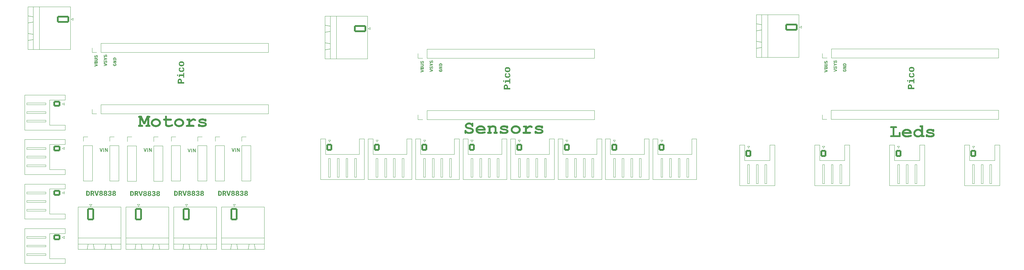
<source format=gto>
G04 #@! TF.GenerationSoftware,KiCad,Pcbnew,7.0.2*
G04 #@! TF.CreationDate,2023-11-30T17:18:32+01:00*
G04 #@! TF.ProjectId,mhk,6d686b2e-6b69-4636-9164-5f7063625858,rev?*
G04 #@! TF.SameCoordinates,Original*
G04 #@! TF.FileFunction,Legend,Top*
G04 #@! TF.FilePolarity,Positive*
%FSLAX46Y46*%
G04 Gerber Fmt 4.6, Leading zero omitted, Abs format (unit mm)*
G04 Created by KiCad (PCBNEW 7.0.2) date 2023-11-30 17:18:32*
%MOMM*%
%LPD*%
G01*
G04 APERTURE LIST*
G04 Aperture macros list*
%AMRoundRect*
0 Rectangle with rounded corners*
0 $1 Rounding radius*
0 $2 $3 $4 $5 $6 $7 $8 $9 X,Y pos of 4 corners*
0 Add a 4 corners polygon primitive as box body*
4,1,4,$2,$3,$4,$5,$6,$7,$8,$9,$2,$3,0*
0 Add four circle primitives for the rounded corners*
1,1,$1+$1,$2,$3*
1,1,$1+$1,$4,$5*
1,1,$1+$1,$6,$7*
1,1,$1+$1,$8,$9*
0 Add four rect primitives between the rounded corners*
20,1,$1+$1,$2,$3,$4,$5,0*
20,1,$1+$1,$4,$5,$6,$7,0*
20,1,$1+$1,$6,$7,$8,$9,0*
20,1,$1+$1,$8,$9,$2,$3,0*%
G04 Aperture macros list end*
%ADD10C,0.200000*%
%ADD11C,0.150000*%
%ADD12C,0.120000*%
%ADD13RoundRect,0.250000X-0.600000X-0.725000X0.600000X-0.725000X0.600000X0.725000X-0.600000X0.725000X0*%
%ADD14O,1.700000X1.950000*%
%ADD15C,3.200000*%
%ADD16RoundRect,0.249999X-1.550001X0.790001X-1.550001X-0.790001X1.550001X-0.790001X1.550001X0.790001X0*%
%ADD17O,3.600000X2.080000*%
%ADD18RoundRect,0.250000X-0.725000X0.600000X-0.725000X-0.600000X0.725000X-0.600000X0.725000X0.600000X0*%
%ADD19O,1.950000X1.700000*%
%ADD20R,1.700000X1.700000*%
%ADD21O,1.700000X1.700000*%
%ADD22RoundRect,0.249999X-0.790001X-1.550001X0.790001X-1.550001X0.790001X1.550001X-0.790001X1.550001X0*%
%ADD23O,2.080000X3.600000*%
G04 APERTURE END LIST*
D10*
G36*
X292667395Y-86627017D02*
G01*
X292675915Y-86637463D01*
X292684165Y-86647918D01*
X292692144Y-86658382D01*
X292699853Y-86668855D01*
X292707291Y-86679337D01*
X292714459Y-86689828D01*
X292721356Y-86700329D01*
X292727983Y-86710838D01*
X292734339Y-86721356D01*
X292740425Y-86731884D01*
X292746240Y-86742420D01*
X292751785Y-86752966D01*
X292757059Y-86763521D01*
X292762063Y-86774085D01*
X292766797Y-86784657D01*
X292771260Y-86795239D01*
X292775452Y-86805830D01*
X292779374Y-86816430D01*
X292783025Y-86827039D01*
X292786406Y-86837657D01*
X292789517Y-86848285D01*
X292792357Y-86858921D01*
X292794927Y-86869566D01*
X292797226Y-86880220D01*
X292799254Y-86890884D01*
X292801012Y-86901556D01*
X292802500Y-86912238D01*
X292803717Y-86922929D01*
X292804664Y-86933628D01*
X292805340Y-86944337D01*
X292805746Y-86955055D01*
X292805881Y-86965782D01*
X292805758Y-86976910D01*
X292805390Y-86987886D01*
X292804776Y-86998709D01*
X292803916Y-87009379D01*
X292802810Y-87019897D01*
X292801459Y-87030262D01*
X292799862Y-87040474D01*
X292798019Y-87050534D01*
X292795931Y-87060441D01*
X292793597Y-87070196D01*
X292791018Y-87079797D01*
X292788193Y-87089247D01*
X292785122Y-87098543D01*
X292778243Y-87116678D01*
X292770381Y-87134202D01*
X292761537Y-87151116D01*
X292751710Y-87167420D01*
X292740900Y-87183112D01*
X292729108Y-87198194D01*
X292716333Y-87212665D01*
X292702575Y-87226526D01*
X292695328Y-87233228D01*
X292687835Y-87239776D01*
X292680096Y-87246173D01*
X292672118Y-87252379D01*
X292663940Y-87258388D01*
X292655560Y-87264200D01*
X292646978Y-87269815D01*
X292638195Y-87275232D01*
X292629211Y-87280453D01*
X292620026Y-87285477D01*
X292610639Y-87290304D01*
X292601051Y-87294934D01*
X292591262Y-87299367D01*
X292581272Y-87303603D01*
X292571080Y-87307642D01*
X292560687Y-87311483D01*
X292550092Y-87315128D01*
X292539296Y-87318576D01*
X292528299Y-87321827D01*
X292517101Y-87324881D01*
X292505701Y-87327737D01*
X292494100Y-87330397D01*
X292482297Y-87332860D01*
X292470294Y-87335125D01*
X292458089Y-87337194D01*
X292445682Y-87339066D01*
X292433075Y-87340740D01*
X292420266Y-87342218D01*
X292407256Y-87343499D01*
X292394044Y-87344582D01*
X292380631Y-87345469D01*
X292367017Y-87346158D01*
X292353202Y-87346651D01*
X292339185Y-87346946D01*
X292324967Y-87347045D01*
X292295890Y-87346670D01*
X292267737Y-87345547D01*
X292240506Y-87343675D01*
X292214199Y-87341053D01*
X292188815Y-87337683D01*
X292164353Y-87333564D01*
X292140815Y-87328696D01*
X292118200Y-87323079D01*
X292096508Y-87316712D01*
X292075739Y-87309597D01*
X292055893Y-87301734D01*
X292036970Y-87293121D01*
X292018970Y-87283759D01*
X292001894Y-87273648D01*
X291985740Y-87262788D01*
X291970509Y-87251180D01*
X291956202Y-87238822D01*
X291942817Y-87225715D01*
X291930356Y-87211860D01*
X291918818Y-87197255D01*
X291908202Y-87181902D01*
X291898510Y-87165799D01*
X291889741Y-87148948D01*
X291881895Y-87131348D01*
X291874972Y-87112999D01*
X291868972Y-87093901D01*
X291863895Y-87074053D01*
X291859741Y-87053457D01*
X291856511Y-87032112D01*
X291854203Y-87010018D01*
X291852818Y-86987175D01*
X291852357Y-86963584D01*
X291852609Y-86948313D01*
X291853364Y-86933397D01*
X291854624Y-86918836D01*
X291856387Y-86904629D01*
X291858654Y-86890778D01*
X291861424Y-86877282D01*
X291864699Y-86864140D01*
X291868477Y-86851354D01*
X291872759Y-86838922D01*
X291877545Y-86826846D01*
X291882834Y-86815124D01*
X291888627Y-86803757D01*
X291894924Y-86792745D01*
X291901725Y-86782088D01*
X291909029Y-86771786D01*
X291916837Y-86761839D01*
X291925127Y-86752200D01*
X291933938Y-86742883D01*
X291943270Y-86733889D01*
X291953122Y-86725218D01*
X291963496Y-86716869D01*
X291974391Y-86708842D01*
X291985806Y-86701138D01*
X291997743Y-86693756D01*
X292010200Y-86686697D01*
X292023178Y-86679960D01*
X292036677Y-86673546D01*
X292050697Y-86667454D01*
X292065238Y-86661685D01*
X292080300Y-86656238D01*
X292095883Y-86651114D01*
X292111987Y-86646312D01*
X292149356Y-86834623D01*
X292132705Y-86839384D01*
X292117128Y-86844569D01*
X292102625Y-86850177D01*
X292089196Y-86856208D01*
X292076842Y-86862664D01*
X292065562Y-86869542D01*
X292055356Y-86876845D01*
X292046225Y-86884571D01*
X292038168Y-86892721D01*
X292031185Y-86901294D01*
X292025276Y-86910291D01*
X292020442Y-86919711D01*
X292016682Y-86929556D01*
X292013996Y-86939823D01*
X292012385Y-86950515D01*
X292011848Y-86961630D01*
X292012137Y-86973039D01*
X292013004Y-86984066D01*
X292014449Y-86994708D01*
X292016473Y-87004967D01*
X292019075Y-87014843D01*
X292022255Y-87024335D01*
X292026013Y-87033444D01*
X292032734Y-87046387D01*
X292040756Y-87058468D01*
X292050079Y-87069686D01*
X292057017Y-87076685D01*
X292064533Y-87083301D01*
X292072628Y-87089533D01*
X292081300Y-87095381D01*
X292085853Y-87098161D01*
X292095460Y-87103426D01*
X292105778Y-87108351D01*
X292116808Y-87112936D01*
X292128550Y-87117182D01*
X292141003Y-87121088D01*
X292154169Y-87124654D01*
X292168046Y-87127881D01*
X292182634Y-87130768D01*
X292197935Y-87133315D01*
X292213947Y-87135523D01*
X292230671Y-87137391D01*
X292248107Y-87138919D01*
X292266254Y-87140108D01*
X292285113Y-87140957D01*
X292304684Y-87141467D01*
X292314737Y-87141594D01*
X292324967Y-87141637D01*
X292343806Y-87141457D01*
X292362099Y-87140919D01*
X292379847Y-87140022D01*
X292397049Y-87138767D01*
X292413705Y-87137152D01*
X292429816Y-87135179D01*
X292445381Y-87132848D01*
X292460400Y-87130157D01*
X292474873Y-87127108D01*
X292488800Y-87123700D01*
X292502182Y-87119933D01*
X292515018Y-87115808D01*
X292527309Y-87111324D01*
X292539053Y-87106481D01*
X292550252Y-87101279D01*
X292560905Y-87095719D01*
X292570932Y-87089762D01*
X292580311Y-87083431D01*
X292589044Y-87076725D01*
X292597130Y-87069646D01*
X292604569Y-87062193D01*
X292611361Y-87054366D01*
X292617506Y-87046164D01*
X292623004Y-87037589D01*
X292627856Y-87028640D01*
X292632060Y-87019317D01*
X292635618Y-87009620D01*
X292638529Y-86999548D01*
X292640793Y-86989103D01*
X292642410Y-86978284D01*
X292643380Y-86967091D01*
X292643704Y-86955524D01*
X292643382Y-86944091D01*
X292642416Y-86932540D01*
X292640806Y-86920869D01*
X292638552Y-86909079D01*
X292636285Y-86899561D01*
X292633606Y-86889967D01*
X292630515Y-86880297D01*
X292627072Y-86870745D01*
X292623340Y-86861505D01*
X292619318Y-86852579D01*
X292613882Y-86841861D01*
X292607993Y-86831632D01*
X292601651Y-86821892D01*
X292594855Y-86812642D01*
X292439761Y-86812642D01*
X292439761Y-87000709D01*
X292290040Y-87000709D01*
X292290040Y-86627017D01*
X292667395Y-86627017D01*
G37*
G36*
X292790250Y-86047917D02*
G01*
X292100752Y-86311699D01*
X292111399Y-86310512D01*
X292121846Y-86309363D01*
X292132093Y-86308251D01*
X292142140Y-86307177D01*
X292151987Y-86306141D01*
X292171082Y-86304181D01*
X292189377Y-86302372D01*
X292206873Y-86300714D01*
X292223569Y-86299207D01*
X292239466Y-86297850D01*
X292254563Y-86296644D01*
X292268861Y-86295589D01*
X292282359Y-86294684D01*
X292295058Y-86293931D01*
X292306957Y-86293328D01*
X292318057Y-86292875D01*
X292328357Y-86292574D01*
X292342308Y-86292404D01*
X292790250Y-86292404D01*
X292790250Y-86468992D01*
X291867989Y-86468992D01*
X291867989Y-86237450D01*
X292575804Y-85967561D01*
X292565845Y-85968748D01*
X292556026Y-85969898D01*
X292536809Y-85972084D01*
X292518153Y-85974119D01*
X292500058Y-85976003D01*
X292482525Y-85977736D01*
X292465552Y-85979319D01*
X292449140Y-85980751D01*
X292433289Y-85982033D01*
X292417999Y-85983163D01*
X292403270Y-85984143D01*
X292389102Y-85984972D01*
X292375495Y-85985650D01*
X292362449Y-85986178D01*
X292349964Y-85986555D01*
X292338040Y-85986781D01*
X292326677Y-85986856D01*
X291867989Y-85986856D01*
X291867989Y-85810269D01*
X292790250Y-85810269D01*
X292790250Y-86047917D01*
G37*
G36*
X292333672Y-84932319D02*
G01*
X292347546Y-84932630D01*
X292361215Y-84933147D01*
X292374678Y-84933872D01*
X292387936Y-84934804D01*
X292400989Y-84935942D01*
X292413837Y-84937288D01*
X292426480Y-84938841D01*
X292438918Y-84940601D01*
X292451151Y-84942568D01*
X292463178Y-84944741D01*
X292475001Y-84947122D01*
X292486618Y-84949710D01*
X292498030Y-84952505D01*
X292509237Y-84955507D01*
X292520239Y-84958716D01*
X292531036Y-84962132D01*
X292541627Y-84965755D01*
X292552014Y-84969585D01*
X292562195Y-84973623D01*
X292572172Y-84977867D01*
X292581943Y-84982318D01*
X292591509Y-84986976D01*
X292600870Y-84991842D01*
X292610025Y-84996914D01*
X292618976Y-85002193D01*
X292627722Y-85007680D01*
X292636262Y-85013373D01*
X292644597Y-85019274D01*
X292652727Y-85025381D01*
X292660652Y-85031696D01*
X292668372Y-85038217D01*
X292675871Y-85044915D01*
X292683131Y-85051788D01*
X292690153Y-85058837D01*
X292696937Y-85066061D01*
X292703483Y-85073461D01*
X292709792Y-85081036D01*
X292715862Y-85088787D01*
X292721694Y-85096713D01*
X292727288Y-85104815D01*
X292732643Y-85113093D01*
X292737761Y-85121546D01*
X292742641Y-85130175D01*
X292747283Y-85138979D01*
X292751687Y-85147959D01*
X292755853Y-85157114D01*
X292759780Y-85166445D01*
X292763470Y-85175951D01*
X292766921Y-85185633D01*
X292770135Y-85195491D01*
X292773111Y-85205524D01*
X292775848Y-85215732D01*
X292778347Y-85226116D01*
X292780609Y-85236676D01*
X292782632Y-85247411D01*
X292784417Y-85258322D01*
X292785965Y-85269408D01*
X292787274Y-85280670D01*
X292788345Y-85292108D01*
X292789178Y-85303721D01*
X292789773Y-85315509D01*
X292790130Y-85327473D01*
X292790250Y-85339613D01*
X292790250Y-85628796D01*
X291863592Y-85628796D01*
X291863592Y-85426319D01*
X292020152Y-85426319D01*
X292633690Y-85426319D01*
X292633690Y-85356221D01*
X292633383Y-85342697D01*
X292632463Y-85329603D01*
X292630929Y-85316937D01*
X292628782Y-85304701D01*
X292626021Y-85292895D01*
X292622647Y-85281517D01*
X292618660Y-85270569D01*
X292614059Y-85260051D01*
X292608844Y-85249961D01*
X292603016Y-85240301D01*
X292596575Y-85231071D01*
X292589520Y-85222269D01*
X292581852Y-85213897D01*
X292573570Y-85205955D01*
X292564675Y-85198441D01*
X292555166Y-85191357D01*
X292545044Y-85184703D01*
X292534308Y-85178477D01*
X292522959Y-85172681D01*
X292510996Y-85167315D01*
X292498420Y-85162378D01*
X292485230Y-85157870D01*
X292471427Y-85153791D01*
X292457011Y-85150142D01*
X292441981Y-85146922D01*
X292426337Y-85144131D01*
X292410080Y-85141770D01*
X292393210Y-85139838D01*
X292375726Y-85138335D01*
X292357629Y-85137262D01*
X292338918Y-85136618D01*
X292319594Y-85136403D01*
X292300443Y-85136633D01*
X292281950Y-85137323D01*
X292264112Y-85138472D01*
X292246931Y-85140082D01*
X292230407Y-85142151D01*
X292214539Y-85144680D01*
X292199327Y-85147670D01*
X292184771Y-85151118D01*
X292170873Y-85155027D01*
X292157630Y-85159396D01*
X292145044Y-85164225D01*
X292133114Y-85169513D01*
X292121841Y-85175261D01*
X292111224Y-85181469D01*
X292101263Y-85188137D01*
X292091959Y-85195265D01*
X292083264Y-85202873D01*
X292075129Y-85211042D01*
X292067556Y-85219772D01*
X292060543Y-85229062D01*
X292054092Y-85238914D01*
X292048202Y-85249327D01*
X292042872Y-85260301D01*
X292038104Y-85271836D01*
X292033896Y-85283931D01*
X292030250Y-85296588D01*
X292027164Y-85309806D01*
X292024640Y-85323584D01*
X292022676Y-85337924D01*
X292021274Y-85352825D01*
X292020432Y-85368287D01*
X292020152Y-85384309D01*
X292020152Y-85426319D01*
X291863592Y-85426319D01*
X291863592Y-85380890D01*
X291863703Y-85366911D01*
X291864034Y-85353155D01*
X291864586Y-85339621D01*
X291865359Y-85326309D01*
X291866353Y-85313220D01*
X291867568Y-85300353D01*
X291869003Y-85287708D01*
X291870660Y-85275285D01*
X291872537Y-85263085D01*
X291874636Y-85251107D01*
X291876955Y-85239352D01*
X291879495Y-85227818D01*
X291882255Y-85216507D01*
X291885237Y-85205419D01*
X291888440Y-85194552D01*
X291891863Y-85183908D01*
X291895508Y-85173486D01*
X291899373Y-85163287D01*
X291903459Y-85153310D01*
X291907766Y-85143555D01*
X291912294Y-85134022D01*
X291917042Y-85124712D01*
X291922012Y-85115624D01*
X291927202Y-85106758D01*
X291932613Y-85098114D01*
X291938246Y-85089693D01*
X291944099Y-85081494D01*
X291950172Y-85073518D01*
X291956467Y-85065764D01*
X291962983Y-85058232D01*
X291969719Y-85050922D01*
X291976677Y-85043835D01*
X291983844Y-85036968D01*
X291991240Y-85030318D01*
X291998865Y-85023887D01*
X292006718Y-85017674D01*
X292014801Y-85011679D01*
X292023113Y-85005902D01*
X292031654Y-85000343D01*
X292040424Y-84995002D01*
X292049423Y-84989878D01*
X292058651Y-84984973D01*
X292068107Y-84980286D01*
X292077793Y-84975817D01*
X292087708Y-84971566D01*
X292097852Y-84967533D01*
X292108224Y-84963718D01*
X292118826Y-84960121D01*
X292129657Y-84956741D01*
X292140716Y-84953580D01*
X292152005Y-84950637D01*
X292163522Y-84947912D01*
X292175269Y-84945405D01*
X292187244Y-84943116D01*
X292199449Y-84941045D01*
X292211882Y-84939192D01*
X292224545Y-84937557D01*
X292237436Y-84936140D01*
X292250557Y-84934941D01*
X292263906Y-84933960D01*
X292277485Y-84933197D01*
X292291292Y-84932652D01*
X292305328Y-84932325D01*
X292319594Y-84932216D01*
X292333672Y-84932319D01*
G37*
G36*
X306732170Y-103693900D02*
G01*
X306732170Y-105757264D01*
X307946545Y-105757264D01*
X307946545Y-105194528D01*
X307947767Y-105145787D01*
X307951430Y-105100678D01*
X307957536Y-105059203D01*
X307968604Y-105012467D01*
X307983487Y-104971409D01*
X308002187Y-104936027D01*
X308024703Y-104906322D01*
X308055730Y-104876772D01*
X308090191Y-104853336D01*
X308128086Y-104836014D01*
X308169417Y-104824806D01*
X308214182Y-104819711D01*
X308229867Y-104819371D01*
X308274449Y-104822428D01*
X308315871Y-104831599D01*
X308354133Y-104846883D01*
X308389236Y-104868281D01*
X308421178Y-104895793D01*
X308431123Y-104906322D01*
X308458017Y-104942649D01*
X308476177Y-104979166D01*
X308490474Y-105021360D01*
X308500907Y-105069231D01*
X308506471Y-105111615D01*
X308509562Y-105157632D01*
X308510258Y-105194528D01*
X308510258Y-106320000D01*
X305842149Y-106320000D01*
X305792934Y-106318794D01*
X305747383Y-106315176D01*
X305705495Y-106309146D01*
X305667271Y-106300704D01*
X305624643Y-106286761D01*
X305587740Y-106269048D01*
X305551012Y-106242819D01*
X305521794Y-106211827D01*
X305498621Y-106177469D01*
X305481494Y-106139744D01*
X305470411Y-106098654D01*
X305465374Y-106054198D01*
X305465038Y-106038632D01*
X305468061Y-105993088D01*
X305477128Y-105950979D01*
X305492241Y-105912305D01*
X305513398Y-105877065D01*
X305540601Y-105845260D01*
X305551012Y-105835422D01*
X305587740Y-105808860D01*
X305624643Y-105790924D01*
X305667271Y-105776803D01*
X305705495Y-105768255D01*
X305747383Y-105762149D01*
X305792934Y-105758485D01*
X305842149Y-105757264D01*
X306168457Y-105757264D01*
X306168457Y-103693900D01*
X305842149Y-103693900D01*
X305792934Y-103692694D01*
X305747383Y-103689077D01*
X305705495Y-103683047D01*
X305667271Y-103674605D01*
X305624643Y-103660661D01*
X305587740Y-103642949D01*
X305551012Y-103616720D01*
X305521794Y-103585728D01*
X305498621Y-103551369D01*
X305481494Y-103513645D01*
X305470411Y-103472555D01*
X305465374Y-103428099D01*
X305465038Y-103412533D01*
X305468061Y-103366989D01*
X305477128Y-103324880D01*
X305492241Y-103286206D01*
X305513398Y-103250966D01*
X305540601Y-103219161D01*
X305551012Y-103209323D01*
X305587740Y-103182761D01*
X305624643Y-103164825D01*
X305667271Y-103150704D01*
X305705495Y-103142156D01*
X305747383Y-103136050D01*
X305792934Y-103132386D01*
X305842149Y-103131165D01*
X307061409Y-103131165D01*
X307110395Y-103132386D01*
X307155748Y-103136050D01*
X307197468Y-103142156D01*
X307244508Y-103153223D01*
X307285872Y-103168107D01*
X307321559Y-103186806D01*
X307351570Y-103209323D01*
X307381119Y-103239983D01*
X307404555Y-103274077D01*
X307421877Y-103311607D01*
X307433086Y-103352571D01*
X307438181Y-103396970D01*
X307438520Y-103412533D01*
X307435463Y-103458111D01*
X307426293Y-103500323D01*
X307411009Y-103539169D01*
X307389611Y-103574649D01*
X307362099Y-103606763D01*
X307351570Y-103616720D01*
X307314876Y-103642949D01*
X307278054Y-103660661D01*
X307235554Y-103674605D01*
X307187378Y-103684780D01*
X307144750Y-103690207D01*
X307098489Y-103693222D01*
X307061409Y-103693900D01*
X306732170Y-103693900D01*
G37*
G36*
X310311453Y-103881922D02*
G01*
X310353665Y-103883250D01*
X310395442Y-103885463D01*
X310436784Y-103888562D01*
X310477691Y-103892546D01*
X310518163Y-103897416D01*
X310558200Y-103903171D01*
X310597801Y-103909811D01*
X310636968Y-103917337D01*
X310675700Y-103925748D01*
X310713996Y-103935044D01*
X310751858Y-103945226D01*
X310807834Y-103962159D01*
X310862832Y-103981084D01*
X310898953Y-103994808D01*
X310951512Y-104016037D01*
X311001478Y-104037592D01*
X311048850Y-104059474D01*
X311093630Y-104081682D01*
X311135816Y-104104216D01*
X311175409Y-104127077D01*
X311212409Y-104150263D01*
X311246816Y-104173777D01*
X311278629Y-104197616D01*
X311317014Y-104229909D01*
X311325889Y-104238073D01*
X311362466Y-104274401D01*
X311397823Y-104312308D01*
X311431960Y-104351795D01*
X311464879Y-104392862D01*
X311496578Y-104435509D01*
X311527058Y-104479737D01*
X311556318Y-104525543D01*
X311584359Y-104572930D01*
X311611181Y-104621897D01*
X311636784Y-104672444D01*
X311653175Y-104707020D01*
X311668888Y-104744197D01*
X311683056Y-104782456D01*
X311695679Y-104821798D01*
X311706756Y-104862221D01*
X311716287Y-104903726D01*
X311724272Y-104946313D01*
X311730712Y-104989982D01*
X311735607Y-105034733D01*
X311738956Y-105080565D01*
X311740759Y-105127480D01*
X311741102Y-105159357D01*
X311741102Y-105382107D01*
X309430565Y-105382107D01*
X309448245Y-105418265D01*
X309468312Y-105453101D01*
X309490766Y-105486615D01*
X309515607Y-105518807D01*
X309542836Y-105549676D01*
X309572451Y-105579222D01*
X309604453Y-105607447D01*
X309638843Y-105634349D01*
X309675620Y-105659928D01*
X309714783Y-105684186D01*
X309742219Y-105699623D01*
X309785559Y-105721098D01*
X309831680Y-105740461D01*
X309880584Y-105757711D01*
X309932270Y-105772850D01*
X309986738Y-105785876D01*
X310043988Y-105796789D01*
X310083701Y-105802892D01*
X310124650Y-105808055D01*
X310166835Y-105812280D01*
X310210257Y-105815566D01*
X310254915Y-105817913D01*
X310300810Y-105819321D01*
X310347941Y-105819790D01*
X310387947Y-105819271D01*
X310429564Y-105817714D01*
X310472791Y-105815119D01*
X310517629Y-105811486D01*
X310564077Y-105806815D01*
X310612135Y-105801106D01*
X310661805Y-105794358D01*
X310713084Y-105786573D01*
X310765974Y-105777750D01*
X310820475Y-105767889D01*
X310876586Y-105756989D01*
X310934307Y-105745052D01*
X310993639Y-105732076D01*
X311054581Y-105718063D01*
X311117134Y-105703012D01*
X311181298Y-105686922D01*
X311220255Y-105677145D01*
X311268593Y-105665604D01*
X311312808Y-105655773D01*
X311352902Y-105647652D01*
X311397224Y-105639905D01*
X311441909Y-105634135D01*
X311477320Y-105632212D01*
X311518513Y-105635028D01*
X311557096Y-105643477D01*
X311598810Y-105660454D01*
X311636971Y-105685098D01*
X311666852Y-105712323D01*
X311693082Y-105743441D01*
X311713884Y-105777445D01*
X311729260Y-105814333D01*
X311739209Y-105854106D01*
X311743732Y-105896765D01*
X311744033Y-105911625D01*
X311741148Y-105951490D01*
X311730489Y-105995048D01*
X311711976Y-106035426D01*
X311685609Y-106072625D01*
X311661968Y-106097250D01*
X311629437Y-106122499D01*
X311587046Y-106147442D01*
X311548781Y-106165949D01*
X311504969Y-106184284D01*
X311455610Y-106202448D01*
X311400704Y-106220440D01*
X311361018Y-106232339D01*
X311318867Y-106244162D01*
X311274251Y-106255909D01*
X311227169Y-106267579D01*
X311177623Y-106279173D01*
X311125610Y-106290690D01*
X311072495Y-106301811D01*
X311019639Y-106312214D01*
X310967043Y-106321900D01*
X310914707Y-106330868D01*
X310862629Y-106339119D01*
X310810812Y-106346653D01*
X310759254Y-106353468D01*
X310707955Y-106359567D01*
X310656916Y-106364948D01*
X310606136Y-106369611D01*
X310555616Y-106373557D01*
X310505356Y-106376786D01*
X310455354Y-106379297D01*
X310405613Y-106381091D01*
X310356131Y-106382167D01*
X310306908Y-106382526D01*
X310264979Y-106382176D01*
X310223576Y-106381125D01*
X310182699Y-106379374D01*
X310142350Y-106376923D01*
X310102527Y-106373772D01*
X310063230Y-106369920D01*
X309986217Y-106360116D01*
X309911311Y-106347511D01*
X309838512Y-106332105D01*
X309767818Y-106313897D01*
X309699232Y-106292889D01*
X309632752Y-106269079D01*
X309568379Y-106242468D01*
X309506112Y-106213055D01*
X309445952Y-106180842D01*
X309387899Y-106145828D01*
X309331952Y-106108012D01*
X309278112Y-106067395D01*
X309226378Y-106023977D01*
X309177281Y-105978392D01*
X309131352Y-105931516D01*
X309088591Y-105883351D01*
X309048997Y-105833895D01*
X309012570Y-105783150D01*
X308979311Y-105731115D01*
X308949219Y-105677790D01*
X308922296Y-105623175D01*
X308898539Y-105567270D01*
X308877950Y-105510075D01*
X308860529Y-105451590D01*
X308846275Y-105391816D01*
X308835189Y-105330751D01*
X308827270Y-105268397D01*
X308822519Y-105204752D01*
X308820935Y-105139818D01*
X308822644Y-105070900D01*
X308827774Y-105003607D01*
X308836322Y-104937940D01*
X308846795Y-104881898D01*
X309447173Y-104881898D01*
X311117794Y-104881898D01*
X311092910Y-104841661D01*
X311066618Y-104803381D01*
X311038917Y-104767060D01*
X311009809Y-104732696D01*
X310979292Y-104700290D01*
X310947366Y-104669841D01*
X310914033Y-104641351D01*
X310879291Y-104614818D01*
X310843142Y-104590243D01*
X310805583Y-104567626D01*
X310779762Y-104553635D01*
X310739866Y-104534081D01*
X310698578Y-104516449D01*
X310655900Y-104500741D01*
X310611830Y-104486957D01*
X310566370Y-104475096D01*
X310519518Y-104465158D01*
X310471275Y-104457144D01*
X310421641Y-104451053D01*
X310370617Y-104446886D01*
X310318201Y-104444642D01*
X310282484Y-104444214D01*
X310229665Y-104445176D01*
X310178185Y-104448061D01*
X310128044Y-104452870D01*
X310079243Y-104459602D01*
X310031782Y-104468257D01*
X309985660Y-104478836D01*
X309940878Y-104491338D01*
X309897435Y-104505764D01*
X309855332Y-104522113D01*
X309814568Y-104540385D01*
X309788136Y-104553635D01*
X309749614Y-104574947D01*
X309712448Y-104598217D01*
X309676639Y-104623445D01*
X309642186Y-104650630D01*
X309609090Y-104679773D01*
X309577351Y-104710874D01*
X309546969Y-104743933D01*
X309517943Y-104778949D01*
X309490274Y-104815923D01*
X309463961Y-104854855D01*
X309447173Y-104881898D01*
X308846795Y-104881898D01*
X308848290Y-104873899D01*
X308863677Y-104811483D01*
X308882484Y-104750693D01*
X308904710Y-104691529D01*
X308930356Y-104633991D01*
X308959420Y-104578079D01*
X308991905Y-104523792D01*
X309027808Y-104471131D01*
X309067132Y-104420095D01*
X309109874Y-104370686D01*
X309156036Y-104322902D01*
X309205617Y-104276744D01*
X309258618Y-104232212D01*
X309313969Y-104189740D01*
X309370359Y-104150009D01*
X309427787Y-104113017D01*
X309486252Y-104078766D01*
X309545756Y-104047255D01*
X309606298Y-104018484D01*
X309667877Y-103992453D01*
X309730495Y-103969162D01*
X309794151Y-103948611D01*
X309858845Y-103930801D01*
X309924577Y-103915730D01*
X309991346Y-103903400D01*
X310059154Y-103893809D01*
X310128000Y-103886959D01*
X310197884Y-103882849D01*
X310268806Y-103881479D01*
X310311453Y-103881922D01*
G37*
G36*
X314981716Y-105757264D02*
G01*
X315077460Y-105757264D01*
X315125774Y-105758485D01*
X315170577Y-105762149D01*
X315211869Y-105768255D01*
X315258547Y-105779322D01*
X315299740Y-105794206D01*
X315335446Y-105812906D01*
X315365666Y-105835422D01*
X315395548Y-105866082D01*
X315419247Y-105900177D01*
X315436764Y-105937706D01*
X315448098Y-105978670D01*
X315453250Y-106023069D01*
X315453594Y-106038632D01*
X315450537Y-106084210D01*
X315441366Y-106126422D01*
X315426082Y-106165268D01*
X315404684Y-106200748D01*
X315377172Y-106232862D01*
X315366643Y-106242819D01*
X315330281Y-106269048D01*
X315293683Y-106286761D01*
X315251360Y-106300704D01*
X315203313Y-106310880D01*
X315160754Y-106316306D01*
X315114531Y-106319321D01*
X315077460Y-106320000D01*
X314418004Y-106320000D01*
X314418004Y-106007369D01*
X314381762Y-106041375D01*
X314345212Y-106073784D01*
X314308352Y-106104595D01*
X314271183Y-106133810D01*
X314233705Y-106161428D01*
X314195918Y-106187448D01*
X314157822Y-106211871D01*
X314119417Y-106234698D01*
X314080703Y-106255927D01*
X314041679Y-106275559D01*
X314015492Y-106287759D01*
X313975970Y-106304695D01*
X313936174Y-106319965D01*
X313896103Y-106333569D01*
X313855757Y-106345508D01*
X313815136Y-106355780D01*
X313774241Y-106364387D01*
X313733071Y-106371328D01*
X313691626Y-106376603D01*
X313649906Y-106380212D01*
X313607911Y-106382155D01*
X313579762Y-106382526D01*
X313540314Y-106382189D01*
X313462866Y-106379495D01*
X313387350Y-106374106D01*
X313313764Y-106366023D01*
X313242109Y-106355246D01*
X313172385Y-106341774D01*
X313104593Y-106325608D01*
X313038731Y-106306748D01*
X312974801Y-106285194D01*
X312912801Y-106260945D01*
X312852733Y-106234002D01*
X312794595Y-106204365D01*
X312738389Y-106172033D01*
X312684113Y-106137007D01*
X312631769Y-106099287D01*
X312581356Y-106058872D01*
X312556873Y-106037655D01*
X312510025Y-105993886D01*
X312466198Y-105948796D01*
X312425394Y-105902386D01*
X312387613Y-105854656D01*
X312352854Y-105805605D01*
X312321118Y-105755234D01*
X312292404Y-105703542D01*
X312266713Y-105650530D01*
X312244044Y-105596197D01*
X312224398Y-105540544D01*
X312207774Y-105483571D01*
X312194173Y-105425277D01*
X312183594Y-105365663D01*
X312176038Y-105304728D01*
X312171504Y-105242473D01*
X312170109Y-105183782D01*
X312733705Y-105183782D01*
X312735637Y-105235113D01*
X312741433Y-105284692D01*
X312751093Y-105332520D01*
X312764617Y-105378596D01*
X312782005Y-105422920D01*
X312803257Y-105465493D01*
X312828373Y-105506314D01*
X312857353Y-105545383D01*
X312890197Y-105582701D01*
X312926905Y-105618267D01*
X312953524Y-105641004D01*
X312996337Y-105672955D01*
X313042344Y-105701764D01*
X313091546Y-105727429D01*
X313143942Y-105749952D01*
X313199532Y-105769332D01*
X313238366Y-105780506D01*
X313278620Y-105790284D01*
X313320294Y-105798664D01*
X313363388Y-105805648D01*
X313407901Y-105811235D01*
X313453834Y-105815425D01*
X313501187Y-105818219D01*
X313549959Y-105819616D01*
X313574878Y-105819790D01*
X313623898Y-105819092D01*
X313671552Y-105816997D01*
X313717840Y-105813505D01*
X313762761Y-105808616D01*
X313806317Y-105802331D01*
X313848506Y-105794648D01*
X313889329Y-105785569D01*
X313928785Y-105775094D01*
X313966876Y-105763221D01*
X314021450Y-105742794D01*
X314072950Y-105719223D01*
X314121376Y-105692510D01*
X314166728Y-105662654D01*
X314195254Y-105641004D01*
X314235062Y-105606675D01*
X314270954Y-105570731D01*
X314302931Y-105533173D01*
X314330992Y-105494001D01*
X314355138Y-105453214D01*
X314375368Y-105410813D01*
X314391683Y-105366798D01*
X314404082Y-105321168D01*
X314412566Y-105273925D01*
X314417134Y-105225066D01*
X314418004Y-105191598D01*
X314415849Y-105133646D01*
X314409383Y-105077395D01*
X314398607Y-105022844D01*
X314383520Y-104969993D01*
X314364123Y-104918842D01*
X314340415Y-104869392D01*
X314312396Y-104821641D01*
X314280068Y-104775591D01*
X314243428Y-104731241D01*
X314216607Y-104702619D01*
X314187871Y-104674752D01*
X314172784Y-104661102D01*
X314141826Y-104634838D01*
X314110014Y-104610269D01*
X314077346Y-104587394D01*
X314043824Y-104566214D01*
X314009447Y-104546728D01*
X313974215Y-104528936D01*
X313938128Y-104512839D01*
X313901186Y-104498436D01*
X313863389Y-104485728D01*
X313824738Y-104474714D01*
X313785232Y-104465395D01*
X313744871Y-104457770D01*
X313703655Y-104451839D01*
X313661584Y-104447603D01*
X313618658Y-104445062D01*
X313574878Y-104444214D01*
X313531330Y-104445062D01*
X313488614Y-104447603D01*
X313446730Y-104451839D01*
X313405678Y-104457770D01*
X313365458Y-104465395D01*
X313326070Y-104474714D01*
X313287514Y-104485728D01*
X313249790Y-104498436D01*
X313212898Y-104512839D01*
X313176838Y-104528936D01*
X313141610Y-104546728D01*
X313107214Y-104566214D01*
X313073649Y-104587394D01*
X313040917Y-104610269D01*
X313009016Y-104634838D01*
X312977948Y-104661102D01*
X312948372Y-104688560D01*
X312920704Y-104716713D01*
X312882779Y-104760245D01*
X312849148Y-104805339D01*
X312819810Y-104851996D01*
X312794766Y-104900216D01*
X312774015Y-104949998D01*
X312757557Y-105001344D01*
X312745393Y-105054252D01*
X312737521Y-105108723D01*
X312733944Y-105164757D01*
X312733705Y-105183782D01*
X312170109Y-105183782D01*
X312169993Y-105178897D01*
X312171580Y-105112345D01*
X312176343Y-105047021D01*
X312184281Y-104982926D01*
X312195394Y-104920061D01*
X312209682Y-104858424D01*
X312227146Y-104798015D01*
X312247784Y-104738836D01*
X312271598Y-104680886D01*
X312298587Y-104624164D01*
X312328751Y-104568671D01*
X312362090Y-104514408D01*
X312398604Y-104461372D01*
X312438293Y-104409566D01*
X312481158Y-104358989D01*
X312527198Y-104309640D01*
X312576413Y-104261521D01*
X312628032Y-104215500D01*
X312681040Y-104172448D01*
X312735438Y-104132366D01*
X312791224Y-104095252D01*
X312848400Y-104061108D01*
X312906965Y-104029933D01*
X312966919Y-104001727D01*
X313028262Y-103976489D01*
X313090994Y-103954221D01*
X313155116Y-103934922D01*
X313220626Y-103918592D01*
X313287526Y-103905232D01*
X313355815Y-103894840D01*
X313425493Y-103887417D01*
X313496560Y-103882963D01*
X313569016Y-103881479D01*
X313610154Y-103882071D01*
X313651139Y-103883849D01*
X313691968Y-103886811D01*
X313732643Y-103890959D01*
X313773164Y-103896291D01*
X313813530Y-103902808D01*
X313853741Y-103910510D01*
X313893798Y-103919398D01*
X313933700Y-103929470D01*
X313973448Y-103940727D01*
X313999860Y-103948890D01*
X314039559Y-103962113D01*
X314079155Y-103976505D01*
X314118648Y-103992064D01*
X314158038Y-104008790D01*
X314197325Y-104026685D01*
X314236509Y-104045747D01*
X314275589Y-104065978D01*
X314314567Y-104087376D01*
X314353442Y-104109941D01*
X314392213Y-104133675D01*
X314418004Y-104150146D01*
X314418004Y-103443796D01*
X314322261Y-103443796D01*
X314273046Y-103442590D01*
X314227494Y-103438972D01*
X314185607Y-103432942D01*
X314147383Y-103424501D01*
X314104755Y-103410557D01*
X314067851Y-103392844D01*
X314031123Y-103366615D01*
X314001906Y-103335623D01*
X313978733Y-103301265D01*
X313961606Y-103263541D01*
X313950523Y-103222451D01*
X313945486Y-103177995D01*
X313945150Y-103162428D01*
X313948172Y-103116884D01*
X313957240Y-103074775D01*
X313972352Y-103036101D01*
X313993510Y-103000861D01*
X314020712Y-102969056D01*
X314031123Y-102959218D01*
X314067851Y-102932657D01*
X314104755Y-102914720D01*
X314147383Y-102900600D01*
X314185607Y-102892051D01*
X314227494Y-102885945D01*
X314273046Y-102882281D01*
X314322261Y-102881060D01*
X314981716Y-102881060D01*
X314981716Y-105757264D01*
G37*
G36*
X317657641Y-104603461D02*
G01*
X317622989Y-104584288D01*
X317587910Y-104566336D01*
X317552403Y-104549605D01*
X317516469Y-104534096D01*
X317470950Y-104516426D01*
X317424763Y-104500665D01*
X317387333Y-104489430D01*
X317368457Y-104484270D01*
X317321107Y-104472731D01*
X317282745Y-104464907D01*
X317243957Y-104458336D01*
X317204740Y-104453016D01*
X317165097Y-104448948D01*
X317125026Y-104446131D01*
X317084527Y-104444566D01*
X317053873Y-104444214D01*
X317013489Y-104444588D01*
X316974158Y-104445710D01*
X316917137Y-104448796D01*
X316862485Y-104453564D01*
X316810204Y-104460016D01*
X316760293Y-104468150D01*
X316712751Y-104477968D01*
X316667580Y-104489468D01*
X316624778Y-104502651D01*
X316584346Y-104517518D01*
X316546284Y-104534067D01*
X316534124Y-104539958D01*
X316496938Y-104561451D01*
X316465396Y-104589692D01*
X316449459Y-104625595D01*
X316449127Y-104631793D01*
X316462750Y-104670519D01*
X316494160Y-104701860D01*
X316531199Y-104726023D01*
X316564410Y-104743168D01*
X316605008Y-104757754D01*
X316650488Y-104769804D01*
X316694498Y-104779375D01*
X316745285Y-104788885D01*
X316787823Y-104795978D01*
X316834174Y-104803036D01*
X316884338Y-104810060D01*
X316938313Y-104817049D01*
X316957152Y-104819371D01*
X317025918Y-104827931D01*
X317092020Y-104836514D01*
X317155459Y-104845120D01*
X317216233Y-104853749D01*
X317274344Y-104862400D01*
X317329791Y-104871075D01*
X317382574Y-104879772D01*
X317432693Y-104888492D01*
X317480149Y-104897235D01*
X317524941Y-104906001D01*
X317567069Y-104914790D01*
X317606533Y-104923602D01*
X317660735Y-104936863D01*
X317708943Y-104950175D01*
X317737753Y-104959078D01*
X317790632Y-104977837D01*
X317841193Y-104998211D01*
X317889436Y-105020198D01*
X317935360Y-105043800D01*
X317978966Y-105069016D01*
X318020254Y-105095847D01*
X318059223Y-105124291D01*
X318095874Y-105154351D01*
X318130206Y-105186024D01*
X318162220Y-105219311D01*
X318182275Y-105242400D01*
X318210384Y-105277568D01*
X318235729Y-105313097D01*
X318258309Y-105348986D01*
X318278125Y-105385236D01*
X318295175Y-105421847D01*
X318309460Y-105458818D01*
X318324206Y-105508674D01*
X318334037Y-105559172D01*
X318338953Y-105610310D01*
X318339567Y-105636120D01*
X318337223Y-105688243D01*
X318330190Y-105738736D01*
X318318470Y-105787597D01*
X318302060Y-105834826D01*
X318280963Y-105880424D01*
X318255177Y-105924391D01*
X318224703Y-105966726D01*
X318189541Y-106007430D01*
X318149690Y-106046502D01*
X318105151Y-106083943D01*
X318072854Y-106107997D01*
X318024211Y-106141240D01*
X317973783Y-106172339D01*
X317921568Y-106201294D01*
X317867568Y-106228103D01*
X317811781Y-106252768D01*
X317754208Y-106275288D01*
X317694850Y-106295663D01*
X317633705Y-106313893D01*
X317570774Y-106329979D01*
X317506058Y-106343920D01*
X317439555Y-106355716D01*
X317371266Y-106365368D01*
X317301191Y-106372874D01*
X317229331Y-106378236D01*
X317155684Y-106381453D01*
X317080251Y-106382526D01*
X317034773Y-106382242D01*
X316989931Y-106381392D01*
X316945724Y-106379975D01*
X316902152Y-106377992D01*
X316859216Y-106375442D01*
X316816915Y-106372325D01*
X316775250Y-106368641D01*
X316734220Y-106364391D01*
X316693825Y-106359574D01*
X316654066Y-106354190D01*
X316627913Y-106350286D01*
X316576668Y-106341997D01*
X316526491Y-106332761D01*
X316477383Y-106322579D01*
X316429344Y-106311451D01*
X316382373Y-106299376D01*
X316336470Y-106286355D01*
X316291637Y-106272387D01*
X316247871Y-106257473D01*
X316213565Y-106279823D01*
X316177323Y-106297659D01*
X316159944Y-106304368D01*
X316121519Y-106314489D01*
X316082450Y-106319450D01*
X316064201Y-106320000D01*
X316024297Y-106318044D01*
X315979875Y-106310533D01*
X315939231Y-106297390D01*
X315902366Y-106278614D01*
X315869279Y-106254205D01*
X315854152Y-106239888D01*
X315827590Y-106205701D01*
X315806524Y-106163959D01*
X315793167Y-106123401D01*
X315783627Y-106077596D01*
X315778742Y-106037174D01*
X315776299Y-105993393D01*
X315775994Y-105970244D01*
X315775994Y-105794389D01*
X315777215Y-105748944D01*
X315780879Y-105706889D01*
X315786985Y-105668222D01*
X315798052Y-105624654D01*
X315812936Y-105586382D01*
X315835834Y-105547444D01*
X315854152Y-105525722D01*
X315885144Y-105498164D01*
X315919502Y-105476308D01*
X315957226Y-105460154D01*
X315998316Y-105449701D01*
X316042772Y-105444950D01*
X316058339Y-105444633D01*
X316101202Y-105446784D01*
X316140885Y-105453235D01*
X316182345Y-105465875D01*
X316219654Y-105484132D01*
X316228332Y-105489574D01*
X316261060Y-105515647D01*
X316289881Y-105549902D01*
X316311893Y-105586587D01*
X316328380Y-105623017D01*
X316335799Y-105642958D01*
X316368863Y-105664040D01*
X316403576Y-105683808D01*
X316439938Y-105702264D01*
X316477948Y-105719406D01*
X316517607Y-105735236D01*
X316558915Y-105749754D01*
X316601871Y-105762958D01*
X316646476Y-105774849D01*
X316692760Y-105785382D01*
X316740753Y-105794511D01*
X316790457Y-105802235D01*
X316841870Y-105808555D01*
X316881552Y-105812373D01*
X316922195Y-105815401D01*
X316963800Y-105817640D01*
X317006367Y-105819088D01*
X317049896Y-105819746D01*
X317064619Y-105819790D01*
X317112308Y-105819367D01*
X317158653Y-105818096D01*
X317203655Y-105815978D01*
X317247313Y-105813012D01*
X317289628Y-105809200D01*
X317330600Y-105804540D01*
X317370228Y-105799033D01*
X317427152Y-105789184D01*
X317481053Y-105777429D01*
X317531932Y-105763768D01*
X317579789Y-105748200D01*
X317624622Y-105730726D01*
X317666434Y-105711346D01*
X317700964Y-105690990D01*
X317732219Y-105666720D01*
X317758116Y-105634692D01*
X317768039Y-105598018D01*
X317761073Y-105556531D01*
X317740176Y-105518410D01*
X317711176Y-105488414D01*
X317679191Y-105465306D01*
X317640097Y-105443916D01*
X317622470Y-105435840D01*
X317581223Y-105420041D01*
X317530268Y-105404883D01*
X317485681Y-105393935D01*
X317435632Y-105383347D01*
X317380122Y-105373121D01*
X317340081Y-105366503D01*
X317297614Y-105360046D01*
X317252719Y-105353749D01*
X317205397Y-105347612D01*
X317155647Y-105341636D01*
X317103471Y-105335820D01*
X317048868Y-105330164D01*
X317020656Y-105327397D01*
X316978658Y-105323243D01*
X316937541Y-105318844D01*
X316897302Y-105314199D01*
X316857944Y-105309307D01*
X316781866Y-105298786D01*
X316709307Y-105287280D01*
X316640266Y-105274789D01*
X316574745Y-105261314D01*
X316512741Y-105246854D01*
X316454256Y-105231409D01*
X316399290Y-105214980D01*
X316347843Y-105197566D01*
X316299914Y-105179168D01*
X316255504Y-105159785D01*
X316214612Y-105139417D01*
X316177239Y-105118065D01*
X316143385Y-105095728D01*
X316113049Y-105072407D01*
X316072368Y-105036463D01*
X316035689Y-104998974D01*
X316003011Y-104959939D01*
X315974335Y-104919358D01*
X315949659Y-104877232D01*
X315928986Y-104833560D01*
X315912313Y-104788343D01*
X315899642Y-104741580D01*
X315890972Y-104693272D01*
X315886304Y-104643417D01*
X315885415Y-104609323D01*
X315887665Y-104557207D01*
X315894414Y-104506741D01*
X315905662Y-104457923D01*
X315921410Y-104410753D01*
X315941658Y-104365232D01*
X315966404Y-104321360D01*
X315995650Y-104279137D01*
X316029396Y-104238562D01*
X316067641Y-104199636D01*
X316110385Y-104162358D01*
X316141381Y-104138422D01*
X316185452Y-104107308D01*
X316231202Y-104078201D01*
X316278631Y-104051102D01*
X316327739Y-104026010D01*
X316378526Y-104002925D01*
X316430992Y-103981847D01*
X316485138Y-103962777D01*
X316540963Y-103945715D01*
X316598467Y-103930660D01*
X316657650Y-103917612D01*
X316718512Y-103906571D01*
X316781053Y-103897538D01*
X316845274Y-103890512D01*
X316911174Y-103885494D01*
X316978753Y-103882483D01*
X317048011Y-103881479D01*
X317096386Y-103882028D01*
X317144304Y-103883677D01*
X317191763Y-103886425D01*
X317238764Y-103890272D01*
X317285308Y-103895218D01*
X317331394Y-103901263D01*
X317377021Y-103908407D01*
X317422191Y-103916650D01*
X317467132Y-103925794D01*
X317511584Y-103936128D01*
X317555547Y-103947653D01*
X317599023Y-103960369D01*
X317642009Y-103974276D01*
X317684508Y-103989373D01*
X317726517Y-104005661D01*
X317768039Y-104023140D01*
X317802829Y-103998582D01*
X317838939Y-103977058D01*
X317864759Y-103964521D01*
X317903441Y-103950497D01*
X317943985Y-103944085D01*
X317948778Y-103944005D01*
X317990670Y-103946993D01*
X318029882Y-103955958D01*
X318066416Y-103970899D01*
X318100270Y-103991816D01*
X318131445Y-104018709D01*
X318141242Y-104029002D01*
X318167471Y-104064928D01*
X318185184Y-104101059D01*
X318199127Y-104142819D01*
X318209303Y-104190208D01*
X318214729Y-104232172D01*
X318217744Y-104277738D01*
X318218423Y-104314277D01*
X318218423Y-104449099D01*
X318217736Y-104492483D01*
X318215675Y-104532264D01*
X318211167Y-104576924D01*
X318204512Y-104615955D01*
X318193693Y-104655362D01*
X318177164Y-104691092D01*
X318174459Y-104695296D01*
X318145431Y-104731040D01*
X318113303Y-104760726D01*
X318078074Y-104784354D01*
X318039744Y-104801923D01*
X317998313Y-104813434D01*
X317953782Y-104818887D01*
X317935101Y-104819371D01*
X317891817Y-104816566D01*
X317850871Y-104808152D01*
X317812263Y-104794127D01*
X317775992Y-104774492D01*
X317756315Y-104760753D01*
X317725547Y-104732857D01*
X317699922Y-104701314D01*
X317679439Y-104666125D01*
X317664098Y-104627290D01*
X317657641Y-104603461D01*
G37*
D11*
X115476762Y-109537619D02*
X115810095Y-110537619D01*
X115810095Y-110537619D02*
X116143428Y-109537619D01*
X116476762Y-110537619D02*
X116476762Y-109537619D01*
X116952952Y-110537619D02*
X116952952Y-109537619D01*
X116952952Y-109537619D02*
X117524380Y-110537619D01*
X117524380Y-110537619D02*
X117524380Y-109537619D01*
D10*
G36*
X290090250Y-86875900D02*
G01*
X290090250Y-87081309D01*
X289167989Y-87400046D01*
X289167989Y-87188287D01*
X289697751Y-87028308D01*
X289709602Y-87024707D01*
X289722529Y-87020866D01*
X289736535Y-87016785D01*
X289746471Y-87013930D01*
X289756885Y-87010969D01*
X289767779Y-87007900D01*
X289779152Y-87004725D01*
X289791003Y-87001443D01*
X289803334Y-86998054D01*
X289816143Y-86994559D01*
X289829431Y-86990956D01*
X289843199Y-86987247D01*
X289857445Y-86983430D01*
X289872170Y-86979507D01*
X289879712Y-86977505D01*
X289820850Y-86963095D01*
X289697751Y-86927924D01*
X289167989Y-86768678D01*
X289167989Y-86559117D01*
X290090250Y-86875900D01*
G37*
G36*
X289824025Y-85761420D02*
G01*
X289840260Y-85761813D01*
X289856055Y-85762993D01*
X289871409Y-85764958D01*
X289886322Y-85767710D01*
X289900794Y-85771247D01*
X289914826Y-85775571D01*
X289928417Y-85780681D01*
X289941567Y-85786577D01*
X289954276Y-85793260D01*
X289966544Y-85800728D01*
X289978372Y-85808983D01*
X289989759Y-85818024D01*
X290000705Y-85827851D01*
X290011210Y-85838464D01*
X290021275Y-85849863D01*
X290030898Y-85862048D01*
X290039978Y-85874934D01*
X290048473Y-85888434D01*
X290056381Y-85902549D01*
X290063703Y-85917278D01*
X290070440Y-85932621D01*
X290076591Y-85948579D01*
X290082156Y-85965151D01*
X290087135Y-85982338D01*
X290091529Y-86000139D01*
X290095337Y-86018555D01*
X290098559Y-86037585D01*
X290099950Y-86047330D01*
X290101195Y-86057229D01*
X290102293Y-86067282D01*
X290103245Y-86077488D01*
X290104050Y-86087848D01*
X290104709Y-86098361D01*
X290105222Y-86109028D01*
X290105588Y-86119849D01*
X290105808Y-86130823D01*
X290105881Y-86141951D01*
X290105813Y-86151983D01*
X290105610Y-86161898D01*
X290105271Y-86171698D01*
X290104188Y-86190947D01*
X290102562Y-86209731D01*
X290100394Y-86228049D01*
X290097685Y-86245902D01*
X290094433Y-86263289D01*
X290090640Y-86280210D01*
X290086304Y-86296666D01*
X290081427Y-86312656D01*
X290076008Y-86328181D01*
X290070047Y-86343240D01*
X290063544Y-86357834D01*
X290056499Y-86371962D01*
X290048912Y-86385624D01*
X290040784Y-86398821D01*
X290036516Y-86405244D01*
X290027599Y-86417661D01*
X290018190Y-86429508D01*
X290008289Y-86440787D01*
X289997895Y-86451498D01*
X289987009Y-86461640D01*
X289975631Y-86471213D01*
X289963760Y-86480217D01*
X289951397Y-86488653D01*
X289938542Y-86496521D01*
X289925195Y-86503819D01*
X289911355Y-86510549D01*
X289897023Y-86516711D01*
X289882198Y-86522304D01*
X289866882Y-86527328D01*
X289851073Y-86531783D01*
X289834771Y-86535670D01*
X289808882Y-86340032D01*
X289821229Y-86336754D01*
X289833082Y-86332876D01*
X289844441Y-86328397D01*
X289855307Y-86323316D01*
X289865679Y-86317635D01*
X289875557Y-86311352D01*
X289884942Y-86304469D01*
X289893832Y-86296984D01*
X289902229Y-86288898D01*
X289910133Y-86280211D01*
X289915127Y-86274086D01*
X289922068Y-86264370D01*
X289928325Y-86253996D01*
X289933900Y-86242966D01*
X289938792Y-86231279D01*
X289943002Y-86218935D01*
X289946529Y-86205934D01*
X289949373Y-86192276D01*
X289951535Y-86177961D01*
X289952597Y-86168053D01*
X289953355Y-86157853D01*
X289953810Y-86147361D01*
X289953962Y-86136577D01*
X289953850Y-86125435D01*
X289953515Y-86114660D01*
X289952957Y-86104254D01*
X289952176Y-86094216D01*
X289950585Y-86079850D01*
X289948492Y-86066313D01*
X289945897Y-86053604D01*
X289942799Y-86041723D01*
X289939199Y-86030672D01*
X289935097Y-86020448D01*
X289930492Y-86011054D01*
X289925386Y-86002488D01*
X289917677Y-85992241D01*
X289908960Y-85983361D01*
X289899236Y-85975846D01*
X289888505Y-85969698D01*
X289876766Y-85964917D01*
X289867301Y-85962227D01*
X289857269Y-85960306D01*
X289846670Y-85959153D01*
X289835504Y-85958769D01*
X289824426Y-85959371D01*
X289813782Y-85961180D01*
X289803573Y-85964195D01*
X289793800Y-85968416D01*
X289784461Y-85973843D01*
X289775558Y-85980476D01*
X289767089Y-85988314D01*
X289759056Y-85997359D01*
X289751450Y-86007495D01*
X289746021Y-86015818D01*
X289740829Y-86024760D01*
X289735872Y-86034320D01*
X289731151Y-86044498D01*
X289726667Y-86055294D01*
X289722419Y-86066709D01*
X289718407Y-86078741D01*
X289714631Y-86091392D01*
X289711091Y-86104662D01*
X289709963Y-86109222D01*
X289705542Y-86127324D01*
X289701194Y-86144748D01*
X289696917Y-86161495D01*
X289692714Y-86177564D01*
X289688583Y-86192956D01*
X289684524Y-86207671D01*
X289680538Y-86221708D01*
X289676624Y-86235068D01*
X289672783Y-86247751D01*
X289669015Y-86259756D01*
X289665318Y-86271084D01*
X289661695Y-86281734D01*
X289658144Y-86291707D01*
X289654665Y-86301002D01*
X289649583Y-86313676D01*
X289647926Y-86317561D01*
X289642922Y-86328750D01*
X289637802Y-86339509D01*
X289632566Y-86349839D01*
X289627215Y-86359739D01*
X289621747Y-86369210D01*
X289616164Y-86378252D01*
X289610464Y-86386864D01*
X289604649Y-86395047D01*
X289596715Y-86405290D01*
X289588575Y-86414770D01*
X289580156Y-86423605D01*
X289571386Y-86431913D01*
X289562265Y-86439694D01*
X289552793Y-86446949D01*
X289542970Y-86453677D01*
X289532796Y-86459879D01*
X289522270Y-86465553D01*
X289511394Y-86470702D01*
X289500174Y-86475281D01*
X289488618Y-86479250D01*
X289476727Y-86482608D01*
X289464499Y-86485356D01*
X289451936Y-86487493D01*
X289439037Y-86489020D01*
X289429142Y-86489764D01*
X289419059Y-86490165D01*
X289412231Y-86490241D01*
X289397437Y-86489864D01*
X289383033Y-86488734D01*
X289369020Y-86486849D01*
X289355399Y-86484211D01*
X289342169Y-86480819D01*
X289329330Y-86476674D01*
X289316882Y-86471775D01*
X289304826Y-86466122D01*
X289293160Y-86459715D01*
X289281886Y-86452555D01*
X289271003Y-86444641D01*
X289260511Y-86435973D01*
X289250410Y-86426552D01*
X289240700Y-86416377D01*
X289231382Y-86405448D01*
X289222455Y-86393765D01*
X289213966Y-86381465D01*
X289206026Y-86368684D01*
X289198632Y-86355423D01*
X289191787Y-86341680D01*
X289185489Y-86327457D01*
X289179739Y-86312753D01*
X289174536Y-86297568D01*
X289169881Y-86281902D01*
X289165774Y-86265755D01*
X289162214Y-86249127D01*
X289159202Y-86232019D01*
X289156738Y-86214430D01*
X289154821Y-86196360D01*
X289153452Y-86177809D01*
X289152631Y-86158777D01*
X289152357Y-86139264D01*
X289152592Y-86120293D01*
X289153296Y-86101849D01*
X289154469Y-86083932D01*
X289156112Y-86066541D01*
X289158225Y-86049676D01*
X289160806Y-86033339D01*
X289163857Y-86017528D01*
X289167378Y-86002244D01*
X289171368Y-85987486D01*
X289175827Y-85973255D01*
X289180756Y-85959551D01*
X289186154Y-85946373D01*
X289192022Y-85933722D01*
X289198359Y-85921598D01*
X289205165Y-85910000D01*
X289212441Y-85898929D01*
X289220180Y-85888330D01*
X289228439Y-85878210D01*
X289237216Y-85868569D01*
X289246513Y-85859407D01*
X289256328Y-85850724D01*
X289266663Y-85842520D01*
X289277516Y-85834795D01*
X289288889Y-85827549D01*
X289300780Y-85820782D01*
X289313191Y-85814494D01*
X289326120Y-85808684D01*
X289339569Y-85803354D01*
X289353537Y-85798502D01*
X289368023Y-85794130D01*
X289383029Y-85790236D01*
X289398554Y-85786822D01*
X289418093Y-85983437D01*
X289403305Y-85987611D01*
X289389471Y-85992562D01*
X289376591Y-85998289D01*
X289364665Y-86004793D01*
X289353693Y-86012074D01*
X289343675Y-86020131D01*
X289334612Y-86028964D01*
X289326502Y-86038575D01*
X289319347Y-86048962D01*
X289313145Y-86060125D01*
X289307898Y-86072066D01*
X289303604Y-86084783D01*
X289300265Y-86098276D01*
X289297880Y-86112546D01*
X289296449Y-86127593D01*
X289295972Y-86143416D01*
X289296210Y-86156763D01*
X289296925Y-86169508D01*
X289298116Y-86181653D01*
X289299784Y-86193196D01*
X289301929Y-86204138D01*
X289304550Y-86214479D01*
X289307647Y-86224219D01*
X289311222Y-86233359D01*
X289316729Y-86244609D01*
X289323083Y-86254791D01*
X289330227Y-86263778D01*
X289338104Y-86271567D01*
X289346713Y-86278158D01*
X289356056Y-86283550D01*
X289366131Y-86287745D01*
X289376938Y-86290740D01*
X289388479Y-86292538D01*
X289400752Y-86293137D01*
X289411005Y-86292684D01*
X289420697Y-86291324D01*
X289431588Y-86288496D01*
X289441671Y-86284363D01*
X289450948Y-86278925D01*
X289456684Y-86274575D01*
X289464787Y-86267150D01*
X289472426Y-86258798D01*
X289479601Y-86249519D01*
X289485227Y-86241077D01*
X289490530Y-86231992D01*
X289494541Y-86224260D01*
X289498541Y-86215224D01*
X289502845Y-86204110D01*
X289506274Y-86194413D01*
X289509875Y-86183548D01*
X289513647Y-86171515D01*
X289517592Y-86158315D01*
X289520316Y-86148866D01*
X289523118Y-86138898D01*
X289525995Y-86128410D01*
X289528949Y-86117404D01*
X289531979Y-86105879D01*
X289535086Y-86093835D01*
X289539082Y-86077948D01*
X289543134Y-86062526D01*
X289547241Y-86047570D01*
X289551404Y-86033079D01*
X289555622Y-86019055D01*
X289559895Y-86005495D01*
X289564224Y-85992402D01*
X289568608Y-85979773D01*
X289573047Y-85967611D01*
X289577542Y-85955914D01*
X289582092Y-85944683D01*
X289586697Y-85933917D01*
X289591358Y-85923617D01*
X289596074Y-85913782D01*
X289600845Y-85904413D01*
X289605672Y-85895510D01*
X289610559Y-85886954D01*
X289618131Y-85874669D01*
X289625990Y-85863041D01*
X289634136Y-85852069D01*
X289642570Y-85841754D01*
X289651292Y-85832096D01*
X289660302Y-85823095D01*
X289669599Y-85814751D01*
X289679184Y-85807064D01*
X289689057Y-85800034D01*
X289699217Y-85793660D01*
X289709610Y-85787899D01*
X289720274Y-85782704D01*
X289731208Y-85778076D01*
X289742413Y-85774014D01*
X289753889Y-85770519D01*
X289765635Y-85767591D01*
X289777651Y-85765230D01*
X289789938Y-85763435D01*
X289802495Y-85762207D01*
X289815323Y-85761546D01*
X289824025Y-85761420D01*
G37*
G36*
X289715092Y-85198929D02*
G01*
X290090250Y-85198929D01*
X290090250Y-85400918D01*
X289715092Y-85400918D01*
X289167989Y-85719655D01*
X289167989Y-85507163D01*
X289559266Y-85301267D01*
X289167989Y-85092439D01*
X289167989Y-84880192D01*
X289715092Y-85198929D01*
G37*
G36*
X289824025Y-84081030D02*
G01*
X289840260Y-84081423D01*
X289856055Y-84082602D01*
X289871409Y-84084567D01*
X289886322Y-84087319D01*
X289900794Y-84090856D01*
X289914826Y-84095180D01*
X289928417Y-84100290D01*
X289941567Y-84106187D01*
X289954276Y-84112869D01*
X289966544Y-84120337D01*
X289978372Y-84128592D01*
X289989759Y-84137633D01*
X290000705Y-84147460D01*
X290011210Y-84158073D01*
X290021275Y-84169472D01*
X290030898Y-84181658D01*
X290039978Y-84194543D01*
X290048473Y-84208043D01*
X290056381Y-84222158D01*
X290063703Y-84236887D01*
X290070440Y-84252230D01*
X290076591Y-84268188D01*
X290082156Y-84284760D01*
X290087135Y-84301947D01*
X290091529Y-84319748D01*
X290095337Y-84338164D01*
X290098559Y-84357194D01*
X290099950Y-84366939D01*
X290101195Y-84376838D01*
X290102293Y-84386891D01*
X290103245Y-84397097D01*
X290104050Y-84407457D01*
X290104709Y-84417970D01*
X290105222Y-84428637D01*
X290105588Y-84439458D01*
X290105808Y-84450432D01*
X290105881Y-84461560D01*
X290105813Y-84471592D01*
X290105610Y-84481508D01*
X290105271Y-84491307D01*
X290104188Y-84510556D01*
X290102562Y-84529340D01*
X290100394Y-84547658D01*
X290097685Y-84565511D01*
X290094433Y-84582898D01*
X290090640Y-84599819D01*
X290086304Y-84616275D01*
X290081427Y-84632266D01*
X290076008Y-84647790D01*
X290070047Y-84662849D01*
X290063544Y-84677443D01*
X290056499Y-84691571D01*
X290048912Y-84705233D01*
X290040784Y-84718430D01*
X290036516Y-84724854D01*
X290027599Y-84737270D01*
X290018190Y-84749118D01*
X290008289Y-84760397D01*
X289997895Y-84771107D01*
X289987009Y-84781249D01*
X289975631Y-84790822D01*
X289963760Y-84799827D01*
X289951397Y-84808263D01*
X289938542Y-84816130D01*
X289925195Y-84823429D01*
X289911355Y-84830159D01*
X289897023Y-84836320D01*
X289882198Y-84841913D01*
X289866882Y-84846937D01*
X289851073Y-84851392D01*
X289834771Y-84855279D01*
X289808882Y-84659641D01*
X289821229Y-84656364D01*
X289833082Y-84652485D01*
X289844441Y-84648006D01*
X289855307Y-84642925D01*
X289865679Y-84637244D01*
X289875557Y-84630961D01*
X289884942Y-84624078D01*
X289893832Y-84616593D01*
X289902229Y-84608507D01*
X289910133Y-84599820D01*
X289915127Y-84593695D01*
X289922068Y-84583979D01*
X289928325Y-84573605D01*
X289933900Y-84562575D01*
X289938792Y-84550888D01*
X289943002Y-84538544D01*
X289946529Y-84525543D01*
X289949373Y-84511885D01*
X289951535Y-84497570D01*
X289952597Y-84487662D01*
X289953355Y-84477462D01*
X289953810Y-84466970D01*
X289953962Y-84456187D01*
X289953850Y-84445044D01*
X289953515Y-84434270D01*
X289952957Y-84423863D01*
X289952176Y-84413826D01*
X289950585Y-84399459D01*
X289948492Y-84385922D01*
X289945897Y-84373213D01*
X289942799Y-84361333D01*
X289939199Y-84350281D01*
X289935097Y-84340058D01*
X289930492Y-84330663D01*
X289925386Y-84322097D01*
X289917677Y-84311850D01*
X289908960Y-84302970D01*
X289899236Y-84295456D01*
X289888505Y-84289308D01*
X289876766Y-84284526D01*
X289867301Y-84281836D01*
X289857269Y-84279915D01*
X289846670Y-84278762D01*
X289835504Y-84278378D01*
X289824426Y-84278981D01*
X289813782Y-84280790D01*
X289803573Y-84283804D01*
X289793800Y-84288025D01*
X289784461Y-84293452D01*
X289775558Y-84300085D01*
X289767089Y-84307923D01*
X289759056Y-84316968D01*
X289751450Y-84327104D01*
X289746021Y-84335428D01*
X289740829Y-84344369D01*
X289735872Y-84353929D01*
X289731151Y-84364107D01*
X289726667Y-84374903D01*
X289722419Y-84386318D01*
X289718407Y-84398351D01*
X289714631Y-84411002D01*
X289711091Y-84424271D01*
X289709963Y-84428831D01*
X289705542Y-84446933D01*
X289701194Y-84464357D01*
X289696917Y-84481104D01*
X289692714Y-84497174D01*
X289688583Y-84512566D01*
X289684524Y-84527280D01*
X289680538Y-84541318D01*
X289676624Y-84554677D01*
X289672783Y-84567360D01*
X289669015Y-84579365D01*
X289665318Y-84590693D01*
X289661695Y-84601343D01*
X289658144Y-84611316D01*
X289654665Y-84620612D01*
X289649583Y-84633285D01*
X289647926Y-84637170D01*
X289642922Y-84648359D01*
X289637802Y-84659118D01*
X289632566Y-84669448D01*
X289627215Y-84679348D01*
X289621747Y-84688819D01*
X289616164Y-84697861D01*
X289610464Y-84706473D01*
X289604649Y-84714657D01*
X289596715Y-84724899D01*
X289588575Y-84734379D01*
X289580156Y-84743214D01*
X289571386Y-84751522D01*
X289562265Y-84759303D01*
X289552793Y-84766558D01*
X289542970Y-84773286D01*
X289532796Y-84779488D01*
X289522270Y-84785163D01*
X289511394Y-84790311D01*
X289500174Y-84794890D01*
X289488618Y-84798859D01*
X289476727Y-84802218D01*
X289464499Y-84804965D01*
X289451936Y-84807102D01*
X289439037Y-84808629D01*
X289429142Y-84809373D01*
X289419059Y-84809774D01*
X289412231Y-84809850D01*
X289397437Y-84809473D01*
X289383033Y-84808343D01*
X289369020Y-84806458D01*
X289355399Y-84803820D01*
X289342169Y-84800429D01*
X289329330Y-84796283D01*
X289316882Y-84791384D01*
X289304826Y-84785731D01*
X289293160Y-84779325D01*
X289281886Y-84772164D01*
X289271003Y-84764250D01*
X289260511Y-84755582D01*
X289250410Y-84746161D01*
X289240700Y-84735986D01*
X289231382Y-84725057D01*
X289222455Y-84713374D01*
X289213966Y-84701074D01*
X289206026Y-84688294D01*
X289198632Y-84675032D01*
X289191787Y-84661289D01*
X289185489Y-84647066D01*
X289179739Y-84632362D01*
X289174536Y-84617177D01*
X289169881Y-84601511D01*
X289165774Y-84585364D01*
X289162214Y-84568737D01*
X289159202Y-84551628D01*
X289156738Y-84534039D01*
X289154821Y-84515969D01*
X289153452Y-84497418D01*
X289152631Y-84478386D01*
X289152357Y-84458873D01*
X289152592Y-84439902D01*
X289153296Y-84421458D01*
X289154469Y-84403541D01*
X289156112Y-84386150D01*
X289158225Y-84369286D01*
X289160806Y-84352948D01*
X289163857Y-84337137D01*
X289167378Y-84321853D01*
X289171368Y-84307095D01*
X289175827Y-84292864D01*
X289180756Y-84279160D01*
X289186154Y-84265982D01*
X289192022Y-84253331D01*
X289198359Y-84241207D01*
X289205165Y-84229609D01*
X289212441Y-84218538D01*
X289220180Y-84207939D01*
X289228439Y-84197820D01*
X289237216Y-84188179D01*
X289246513Y-84179017D01*
X289256328Y-84170334D01*
X289266663Y-84162130D01*
X289277516Y-84154404D01*
X289288889Y-84147158D01*
X289300780Y-84140391D01*
X289313191Y-84134103D01*
X289326120Y-84128293D01*
X289339569Y-84122963D01*
X289353537Y-84118111D01*
X289368023Y-84113739D01*
X289383029Y-84109845D01*
X289398554Y-84106431D01*
X289418093Y-84303046D01*
X289403305Y-84307220D01*
X289389471Y-84312171D01*
X289376591Y-84317898D01*
X289364665Y-84324402D01*
X289353693Y-84331683D01*
X289343675Y-84339740D01*
X289334612Y-84348574D01*
X289326502Y-84358184D01*
X289319347Y-84368571D01*
X289313145Y-84379735D01*
X289307898Y-84391675D01*
X289303604Y-84404392D01*
X289300265Y-84417885D01*
X289297880Y-84432155D01*
X289296449Y-84447202D01*
X289295972Y-84463025D01*
X289296210Y-84476372D01*
X289296925Y-84489117D01*
X289298116Y-84501262D01*
X289299784Y-84512805D01*
X289301929Y-84523747D01*
X289304550Y-84534089D01*
X289307647Y-84543829D01*
X289311222Y-84552968D01*
X289316729Y-84564218D01*
X289323083Y-84574400D01*
X289330227Y-84583387D01*
X289338104Y-84591176D01*
X289346713Y-84597767D01*
X289356056Y-84603160D01*
X289366131Y-84607354D01*
X289376938Y-84610350D01*
X289388479Y-84612147D01*
X289400752Y-84612746D01*
X289411005Y-84612293D01*
X289420697Y-84610933D01*
X289431588Y-84608106D01*
X289441671Y-84603973D01*
X289450948Y-84598534D01*
X289456684Y-84594184D01*
X289464787Y-84586759D01*
X289472426Y-84578407D01*
X289479601Y-84569128D01*
X289485227Y-84560687D01*
X289490530Y-84551602D01*
X289494541Y-84543870D01*
X289498541Y-84534833D01*
X289502845Y-84523720D01*
X289506274Y-84514022D01*
X289509875Y-84503157D01*
X289513647Y-84491125D01*
X289517592Y-84477924D01*
X289520316Y-84468475D01*
X289523118Y-84458507D01*
X289525995Y-84448020D01*
X289528949Y-84437013D01*
X289531979Y-84425488D01*
X289535086Y-84413444D01*
X289539082Y-84397557D01*
X289543134Y-84382135D01*
X289547241Y-84367179D01*
X289551404Y-84352689D01*
X289555622Y-84338664D01*
X289559895Y-84325104D01*
X289564224Y-84312011D01*
X289568608Y-84299383D01*
X289573047Y-84287220D01*
X289577542Y-84275523D01*
X289582092Y-84264292D01*
X289586697Y-84253526D01*
X289591358Y-84243226D01*
X289596074Y-84233391D01*
X289600845Y-84224022D01*
X289605672Y-84215119D01*
X289610559Y-84206564D01*
X289618131Y-84194278D01*
X289625990Y-84182650D01*
X289634136Y-84171678D01*
X289642570Y-84161363D01*
X289651292Y-84151706D01*
X289660302Y-84142705D01*
X289669599Y-84134361D01*
X289679184Y-84126673D01*
X289689057Y-84119643D01*
X289699217Y-84113270D01*
X289709610Y-84107508D01*
X289720274Y-84102313D01*
X289731208Y-84097685D01*
X289742413Y-84093623D01*
X289753889Y-84090129D01*
X289765635Y-84087200D01*
X289777651Y-84084839D01*
X289789938Y-84083045D01*
X289802495Y-84081817D01*
X289815323Y-84081155D01*
X289824025Y-84081030D01*
G37*
G36*
X100389914Y-89371312D02*
G01*
X100412174Y-89372296D01*
X100434091Y-89373937D01*
X100455665Y-89376235D01*
X100476895Y-89379188D01*
X100497782Y-89382799D01*
X100518325Y-89387065D01*
X100538524Y-89391988D01*
X100558380Y-89397568D01*
X100577893Y-89403804D01*
X100597062Y-89410696D01*
X100615888Y-89418244D01*
X100634371Y-89426449D01*
X100652509Y-89435311D01*
X100670305Y-89444829D01*
X100687757Y-89455003D01*
X100704789Y-89465738D01*
X100721325Y-89477061D01*
X100737365Y-89488972D01*
X100752908Y-89501470D01*
X100767956Y-89514556D01*
X100782508Y-89528230D01*
X100796563Y-89542492D01*
X100810122Y-89557341D01*
X100823185Y-89572778D01*
X100835753Y-89588802D01*
X100847823Y-89605415D01*
X100859398Y-89622615D01*
X100870477Y-89640402D01*
X100881060Y-89658778D01*
X100891146Y-89677741D01*
X100900736Y-89697292D01*
X100909787Y-89717381D01*
X100918253Y-89737958D01*
X100926136Y-89759024D01*
X100933434Y-89780579D01*
X100940149Y-89802622D01*
X100946280Y-89825153D01*
X100951827Y-89848173D01*
X100956790Y-89871681D01*
X100961169Y-89895678D01*
X100964965Y-89920163D01*
X100968176Y-89945137D01*
X100970804Y-89970600D01*
X100972847Y-89996550D01*
X100974307Y-90022990D01*
X100975183Y-90049918D01*
X100975475Y-90077334D01*
X100975475Y-90347955D01*
X101632000Y-90347955D01*
X101632000Y-90752909D01*
X99787478Y-90752909D01*
X99787478Y-90347955D01*
X100102062Y-90347955D01*
X100663821Y-90347955D01*
X100663821Y-90128136D01*
X100663535Y-90105805D01*
X100662676Y-90084241D01*
X100661245Y-90063444D01*
X100659241Y-90043415D01*
X100655163Y-90014808D01*
X100649796Y-89987928D01*
X100643141Y-89962773D01*
X100635199Y-89939344D01*
X100625968Y-89917641D01*
X100615449Y-89897665D01*
X100603643Y-89879414D01*
X100590548Y-89862889D01*
X100576112Y-89847873D01*
X100560466Y-89834335D01*
X100543609Y-89822274D01*
X100525541Y-89811689D01*
X100506263Y-89802582D01*
X100485774Y-89794951D01*
X100464074Y-89788797D01*
X100441163Y-89784120D01*
X100417042Y-89780920D01*
X100391710Y-89779197D01*
X100374149Y-89778869D01*
X100347323Y-89779663D01*
X100321982Y-89782046D01*
X100298127Y-89786017D01*
X100275757Y-89791577D01*
X100254873Y-89798726D01*
X100235474Y-89807463D01*
X100217561Y-89817788D01*
X100201133Y-89829702D01*
X100186191Y-89843205D01*
X100172734Y-89858296D01*
X100164588Y-89869239D01*
X100153414Y-89886882D01*
X100143339Y-89906104D01*
X100134363Y-89926907D01*
X100126487Y-89949289D01*
X100119709Y-89973252D01*
X100114030Y-89998794D01*
X100109451Y-90025917D01*
X100105970Y-90054619D01*
X100104260Y-90074632D01*
X100103039Y-90095347D01*
X100102307Y-90116764D01*
X100102062Y-90138883D01*
X100102062Y-90347955D01*
X99787478Y-90347955D01*
X99787478Y-90093454D01*
X99787622Y-90071545D01*
X99788056Y-90049965D01*
X99788778Y-90028715D01*
X99789790Y-90007793D01*
X99791091Y-89987201D01*
X99792681Y-89966938D01*
X99794560Y-89947004D01*
X99796728Y-89927399D01*
X99801932Y-89889177D01*
X99808292Y-89852272D01*
X99815808Y-89816683D01*
X99824480Y-89782411D01*
X99834309Y-89749455D01*
X99845294Y-89717816D01*
X99857436Y-89687494D01*
X99870734Y-89658488D01*
X99885188Y-89630799D01*
X99900799Y-89604426D01*
X99917565Y-89579370D01*
X99935489Y-89555631D01*
X99954463Y-89533271D01*
X99974506Y-89512354D01*
X99995618Y-89492880D01*
X100017799Y-89474848D01*
X100041047Y-89458258D01*
X100065365Y-89443111D01*
X100090751Y-89429407D01*
X100117205Y-89417145D01*
X100144728Y-89406326D01*
X100173320Y-89396950D01*
X100202980Y-89389015D01*
X100233709Y-89382524D01*
X100265507Y-89377475D01*
X100298372Y-89373869D01*
X100332307Y-89371705D01*
X100367310Y-89370983D01*
X100389914Y-89371312D01*
G37*
G36*
X101371148Y-88168820D02*
G01*
X101371148Y-87683754D01*
X101632000Y-87683754D01*
X101632000Y-89097431D01*
X101371148Y-89097431D01*
X101371148Y-88554724D01*
X100392223Y-88554724D01*
X100392223Y-88953328D01*
X100131371Y-88953328D01*
X100131371Y-88168820D01*
X101371148Y-88168820D01*
G37*
G36*
X99881267Y-88554724D02*
G01*
X99599899Y-88554724D01*
X99599899Y-88168820D01*
X99881267Y-88168820D01*
X99881267Y-88554724D01*
G37*
G36*
X101663263Y-86721926D02*
G01*
X101663063Y-86742902D01*
X101662465Y-86763578D01*
X101661468Y-86783954D01*
X101660072Y-86804029D01*
X101658278Y-86823804D01*
X101656084Y-86843278D01*
X101650501Y-86881325D01*
X101643322Y-86918169D01*
X101634549Y-86953811D01*
X101624180Y-86988251D01*
X101612216Y-87021489D01*
X101598657Y-87053525D01*
X101583502Y-87084359D01*
X101566752Y-87113991D01*
X101548407Y-87142420D01*
X101528467Y-87169647D01*
X101506932Y-87195673D01*
X101483801Y-87220496D01*
X101459076Y-87244117D01*
X101432924Y-87266417D01*
X101405518Y-87287279D01*
X101376855Y-87306702D01*
X101346938Y-87324686D01*
X101315764Y-87341232D01*
X101283335Y-87356339D01*
X101249651Y-87370007D01*
X101214711Y-87382236D01*
X101178515Y-87393027D01*
X101141064Y-87402378D01*
X101121867Y-87406515D01*
X101102357Y-87410292D01*
X101082533Y-87413709D01*
X101062395Y-87416766D01*
X101041943Y-87419464D01*
X101021177Y-87421801D01*
X101000097Y-87423780D01*
X100978703Y-87425398D01*
X100956996Y-87426657D01*
X100934974Y-87427556D01*
X100912639Y-87428096D01*
X100889990Y-87428276D01*
X100866826Y-87428095D01*
X100843984Y-87427551D01*
X100821465Y-87426644D01*
X100799269Y-87425375D01*
X100777395Y-87423744D01*
X100755843Y-87421750D01*
X100734614Y-87419393D01*
X100713707Y-87416674D01*
X100693123Y-87413593D01*
X100672862Y-87410148D01*
X100652922Y-87406342D01*
X100633306Y-87402172D01*
X100614012Y-87397641D01*
X100595040Y-87392746D01*
X100558064Y-87381870D01*
X100522378Y-87369543D01*
X100487981Y-87355766D01*
X100454875Y-87340539D01*
X100423058Y-87323862D01*
X100392532Y-87305735D01*
X100363295Y-87286157D01*
X100335349Y-87265129D01*
X100308692Y-87242651D01*
X100283434Y-87218843D01*
X100259805Y-87193826D01*
X100237806Y-87167598D01*
X100217437Y-87140161D01*
X100198697Y-87111514D01*
X100181586Y-87081657D01*
X100166105Y-87050591D01*
X100152254Y-87018314D01*
X100140033Y-86984828D01*
X100129440Y-86950132D01*
X100120478Y-86914227D01*
X100113145Y-86877111D01*
X100107441Y-86838786D01*
X100105201Y-86819170D01*
X100103367Y-86799251D01*
X100101942Y-86779030D01*
X100100923Y-86758507D01*
X100100312Y-86737681D01*
X100100108Y-86716552D01*
X100100608Y-86684058D01*
X100102108Y-86652278D01*
X100104608Y-86621212D01*
X100108107Y-86590859D01*
X100112607Y-86561219D01*
X100118106Y-86532294D01*
X100124605Y-86504082D01*
X100132104Y-86476584D01*
X100140603Y-86449799D01*
X100150102Y-86423728D01*
X100160600Y-86398371D01*
X100172099Y-86373727D01*
X100184597Y-86349797D01*
X100198096Y-86326580D01*
X100212594Y-86304078D01*
X100228092Y-86282288D01*
X100244471Y-86261295D01*
X100261614Y-86241301D01*
X100279520Y-86222308D01*
X100298189Y-86204314D01*
X100317622Y-86187320D01*
X100337818Y-86171326D01*
X100358777Y-86156332D01*
X100380499Y-86142337D01*
X100402985Y-86129343D01*
X100426234Y-86117348D01*
X100450246Y-86106353D01*
X100475021Y-86096359D01*
X100500560Y-86087364D01*
X100526862Y-86079368D01*
X100553927Y-86072373D01*
X100581755Y-86066378D01*
X100600318Y-86455212D01*
X100580637Y-86458760D01*
X100555572Y-86464839D01*
X100531850Y-86472461D01*
X100509471Y-86481623D01*
X100488435Y-86492328D01*
X100468743Y-86504575D01*
X100450395Y-86518363D01*
X100433389Y-86533693D01*
X100429348Y-86537766D01*
X100414350Y-86555108D01*
X100401351Y-86574159D01*
X100390353Y-86594919D01*
X100381354Y-86617390D01*
X100374355Y-86641570D01*
X100370418Y-86660827D01*
X100367606Y-86681045D01*
X100365919Y-86702226D01*
X100365356Y-86724368D01*
X100367346Y-86760510D01*
X100373317Y-86794321D01*
X100383268Y-86825799D01*
X100397199Y-86854946D01*
X100415111Y-86881761D01*
X100437003Y-86906245D01*
X100462876Y-86928397D01*
X100492729Y-86948217D01*
X100526562Y-86965705D01*
X100544971Y-86973574D01*
X100564376Y-86980861D01*
X100584775Y-86987565D01*
X100606170Y-86993686D01*
X100628560Y-86999224D01*
X100651945Y-87004179D01*
X100676324Y-87008551D01*
X100701699Y-87012340D01*
X100728070Y-87015546D01*
X100755435Y-87018169D01*
X100783795Y-87020209D01*
X100813151Y-87021667D01*
X100843501Y-87022541D01*
X100874847Y-87022833D01*
X100907124Y-87022536D01*
X100938377Y-87021646D01*
X100968604Y-87020162D01*
X100997808Y-87018085D01*
X101025986Y-87015415D01*
X101053140Y-87012151D01*
X101079269Y-87008294D01*
X101104374Y-87003843D01*
X101128454Y-86998799D01*
X101151509Y-86993161D01*
X101173539Y-86986930D01*
X101194545Y-86980105D01*
X101214526Y-86972688D01*
X101233483Y-86964676D01*
X101251415Y-86956071D01*
X101284204Y-86937082D01*
X101312895Y-86915718D01*
X101337487Y-86891981D01*
X101357981Y-86865869D01*
X101374376Y-86837385D01*
X101386672Y-86806526D01*
X101394869Y-86773294D01*
X101398968Y-86737688D01*
X101399480Y-86718995D01*
X101398892Y-86698704D01*
X101397128Y-86679049D01*
X101392945Y-86653831D01*
X101386671Y-86629743D01*
X101378306Y-86606784D01*
X101367849Y-86584955D01*
X101355301Y-86564255D01*
X101340662Y-86544685D01*
X101332558Y-86535324D01*
X101314675Y-86517639D01*
X101294731Y-86501710D01*
X101278420Y-86490915D01*
X101260951Y-86481108D01*
X101242322Y-86472288D01*
X101222534Y-86464455D01*
X101201587Y-86457610D01*
X101179480Y-86451753D01*
X101156215Y-86446883D01*
X101131790Y-86443000D01*
X101149376Y-86055631D01*
X101177211Y-86060079D01*
X101204479Y-86065729D01*
X101231181Y-86072581D01*
X101257316Y-86080635D01*
X101282884Y-86089892D01*
X101307885Y-86100350D01*
X101332320Y-86112011D01*
X101356188Y-86124874D01*
X101379490Y-86138939D01*
X101402224Y-86154206D01*
X101417066Y-86165052D01*
X101438671Y-86182124D01*
X101459341Y-86200183D01*
X101479074Y-86219229D01*
X101497872Y-86239264D01*
X101515734Y-86260285D01*
X101532659Y-86282294D01*
X101548649Y-86305291D01*
X101563703Y-86329275D01*
X101577821Y-86354246D01*
X101591003Y-86380205D01*
X101599271Y-86398060D01*
X101607020Y-86416212D01*
X101614269Y-86434643D01*
X101621018Y-86453352D01*
X101627267Y-86472340D01*
X101633017Y-86491606D01*
X101638266Y-86511152D01*
X101643015Y-86530975D01*
X101647265Y-86551078D01*
X101651014Y-86571459D01*
X101654264Y-86592118D01*
X101657013Y-86613056D01*
X101659263Y-86634273D01*
X101661013Y-86655768D01*
X101662263Y-86677542D01*
X101663013Y-86699594D01*
X101663263Y-86721926D01*
G37*
G36*
X100903470Y-84336833D02*
G01*
X100926388Y-84337381D01*
X100948972Y-84338294D01*
X100971223Y-84339573D01*
X100993142Y-84341218D01*
X101014727Y-84343227D01*
X101035980Y-84345602D01*
X101056899Y-84348343D01*
X101077486Y-84351449D01*
X101097739Y-84354920D01*
X101117660Y-84358757D01*
X101137247Y-84362959D01*
X101156502Y-84367527D01*
X101175424Y-84372460D01*
X101212268Y-84383422D01*
X101247781Y-84395846D01*
X101281961Y-84409732D01*
X101314810Y-84425079D01*
X101346327Y-84441888D01*
X101376512Y-84460159D01*
X101405365Y-84479891D01*
X101432886Y-84501084D01*
X101459076Y-84523740D01*
X101483801Y-84547704D01*
X101506932Y-84572947D01*
X101528467Y-84599469D01*
X101548407Y-84627268D01*
X101566752Y-84656347D01*
X101583502Y-84686703D01*
X101598657Y-84718338D01*
X101612216Y-84751252D01*
X101624180Y-84785444D01*
X101634549Y-84820915D01*
X101643322Y-84857664D01*
X101650501Y-84895691D01*
X101653492Y-84915184D01*
X101656084Y-84934997D01*
X101658278Y-84955130D01*
X101660072Y-84975582D01*
X101661468Y-84996353D01*
X101662465Y-85017444D01*
X101663063Y-85038855D01*
X101663263Y-85060586D01*
X101663063Y-85081565D01*
X101662465Y-85102250D01*
X101661468Y-85122640D01*
X101660072Y-85142735D01*
X101658278Y-85162536D01*
X101656084Y-85182041D01*
X101650501Y-85220168D01*
X101643322Y-85257115D01*
X101634549Y-85292884D01*
X101624180Y-85327473D01*
X101612216Y-85360882D01*
X101598657Y-85393113D01*
X101583502Y-85424164D01*
X101566752Y-85454036D01*
X101548407Y-85482729D01*
X101528467Y-85510242D01*
X101506932Y-85536577D01*
X101483801Y-85561732D01*
X101459076Y-85585708D01*
X101432886Y-85608304D01*
X101405365Y-85629443D01*
X101376512Y-85649123D01*
X101346327Y-85667346D01*
X101314810Y-85684111D01*
X101281961Y-85699418D01*
X101247781Y-85713267D01*
X101212268Y-85725659D01*
X101175424Y-85736593D01*
X101156502Y-85741513D01*
X101137247Y-85746068D01*
X101117660Y-85750260D01*
X101097739Y-85754087D01*
X101077486Y-85757549D01*
X101056899Y-85760647D01*
X101035980Y-85763380D01*
X101014727Y-85765749D01*
X100993142Y-85767754D01*
X100971223Y-85769394D01*
X100948972Y-85770669D01*
X100926388Y-85771580D01*
X100903470Y-85772127D01*
X100880220Y-85772309D01*
X100857061Y-85772129D01*
X100834234Y-85771586D01*
X100811739Y-85770682D01*
X100789575Y-85769417D01*
X100767744Y-85767789D01*
X100746245Y-85765801D01*
X100725078Y-85763450D01*
X100704243Y-85760738D01*
X100683740Y-85757665D01*
X100663569Y-85754230D01*
X100643730Y-85750433D01*
X100624223Y-85746275D01*
X100605048Y-85741755D01*
X100567694Y-85731630D01*
X100531668Y-85720059D01*
X100496971Y-85707042D01*
X100463601Y-85692578D01*
X100431559Y-85676668D01*
X100400846Y-85659311D01*
X100371460Y-85640508D01*
X100343403Y-85620259D01*
X100316674Y-85598563D01*
X100303807Y-85587173D01*
X100279140Y-85563331D01*
X100256065Y-85538210D01*
X100234581Y-85511811D01*
X100214689Y-85484133D01*
X100196388Y-85455177D01*
X100179678Y-85424943D01*
X100164560Y-85393430D01*
X100151033Y-85360638D01*
X100139098Y-85326568D01*
X100128753Y-85291220D01*
X100120001Y-85254593D01*
X100112840Y-85216687D01*
X100109856Y-85197255D01*
X100107270Y-85177504D01*
X100105081Y-85157432D01*
X100103291Y-85137041D01*
X100101899Y-85116331D01*
X100100904Y-85095301D01*
X100100307Y-85073951D01*
X100100108Y-85052281D01*
X100100201Y-85046908D01*
X100365356Y-85046908D01*
X100365839Y-85067846D01*
X100367287Y-85088040D01*
X100369701Y-85107490D01*
X100375132Y-85135269D01*
X100382735Y-85161374D01*
X100392511Y-85185805D01*
X100404460Y-85208561D01*
X100418581Y-85229642D01*
X100434874Y-85249050D01*
X100453339Y-85266782D01*
X100473977Y-85282841D01*
X100488943Y-85292616D01*
X100513382Y-85305973D01*
X100540354Y-85318016D01*
X100559743Y-85325314D01*
X100580257Y-85332029D01*
X100601898Y-85338160D01*
X100624664Y-85343707D01*
X100648556Y-85348670D01*
X100673573Y-85353049D01*
X100699717Y-85356845D01*
X100726986Y-85360056D01*
X100755381Y-85362684D01*
X100784902Y-85364727D01*
X100815549Y-85366187D01*
X100847322Y-85367063D01*
X100880220Y-85367355D01*
X100913534Y-85367057D01*
X100945700Y-85366164D01*
X100976717Y-85364676D01*
X101006585Y-85362592D01*
X101035305Y-85359913D01*
X101062876Y-85356639D01*
X101089298Y-85352769D01*
X101114571Y-85348304D01*
X101138696Y-85343243D01*
X101161672Y-85337588D01*
X101183499Y-85331337D01*
X101204178Y-85324490D01*
X101223708Y-85317048D01*
X101242089Y-85309011D01*
X101267507Y-85295839D01*
X101275405Y-85291151D01*
X101297579Y-85276214D01*
X101317571Y-85259981D01*
X101335383Y-85242452D01*
X101351013Y-85223625D01*
X101364463Y-85203503D01*
X101375732Y-85182083D01*
X101384819Y-85159367D01*
X101391726Y-85135355D01*
X101396451Y-85110045D01*
X101398996Y-85083440D01*
X101399480Y-85064982D01*
X101399001Y-85044038D01*
X101397565Y-85023827D01*
X101395170Y-85004349D01*
X101389782Y-84976505D01*
X101382238Y-84950310D01*
X101372540Y-84925764D01*
X101360686Y-84902866D01*
X101346677Y-84881617D01*
X101330512Y-84862016D01*
X101312193Y-84844064D01*
X101291718Y-84827761D01*
X101276870Y-84817808D01*
X101252467Y-84804015D01*
X101234729Y-84795574D01*
X101215815Y-84787735D01*
X101195726Y-84780499D01*
X101174462Y-84773867D01*
X101152022Y-84767837D01*
X101128407Y-84762410D01*
X101103616Y-84757586D01*
X101077650Y-84753365D01*
X101050509Y-84749748D01*
X101022192Y-84746733D01*
X100992700Y-84744321D01*
X100962032Y-84742512D01*
X100930189Y-84741306D01*
X100897170Y-84740703D01*
X100880220Y-84740628D01*
X100847148Y-84740902D01*
X100815221Y-84741727D01*
X100784439Y-84743101D01*
X100754801Y-84745024D01*
X100726309Y-84747497D01*
X100698961Y-84750519D01*
X100672759Y-84754091D01*
X100647701Y-84758213D01*
X100623788Y-84762884D01*
X100601020Y-84768105D01*
X100579397Y-84773875D01*
X100558919Y-84780195D01*
X100539585Y-84787064D01*
X100521397Y-84794483D01*
X100496261Y-84806642D01*
X100488454Y-84810969D01*
X100466455Y-84824913D01*
X100446620Y-84840548D01*
X100428949Y-84857874D01*
X100413441Y-84876892D01*
X100400098Y-84897602D01*
X100388918Y-84920003D01*
X100379902Y-84944096D01*
X100373050Y-84969880D01*
X100368361Y-84997356D01*
X100365837Y-85026523D01*
X100365356Y-85046908D01*
X100100201Y-85046908D01*
X100100870Y-85008253D01*
X100103156Y-84965623D01*
X100106965Y-84924390D01*
X100112298Y-84884555D01*
X100119154Y-84846118D01*
X100127534Y-84809079D01*
X100137438Y-84773437D01*
X100148865Y-84739193D01*
X100161816Y-84706346D01*
X100176291Y-84674898D01*
X100192290Y-84644847D01*
X100209812Y-84616193D01*
X100228857Y-84588938D01*
X100249427Y-84563080D01*
X100271520Y-84538620D01*
X100295136Y-84515558D01*
X100320277Y-84493893D01*
X100346941Y-84473626D01*
X100375128Y-84454757D01*
X100404839Y-84437286D01*
X100436074Y-84421212D01*
X100468833Y-84406536D01*
X100503115Y-84393257D01*
X100538921Y-84381377D01*
X100576251Y-84370894D01*
X100615104Y-84361809D01*
X100655481Y-84354121D01*
X100697381Y-84347832D01*
X100740806Y-84342940D01*
X100785753Y-84339445D01*
X100832225Y-84337349D01*
X100880220Y-84336650D01*
X100903470Y-84336833D01*
G37*
G36*
X311188164Y-90993312D02*
G01*
X311210424Y-90994296D01*
X311232341Y-90995937D01*
X311253915Y-90998235D01*
X311275145Y-91001188D01*
X311296032Y-91004799D01*
X311316575Y-91009065D01*
X311336774Y-91013988D01*
X311356630Y-91019568D01*
X311376143Y-91025804D01*
X311395312Y-91032696D01*
X311414138Y-91040244D01*
X311432621Y-91048449D01*
X311450759Y-91057311D01*
X311468555Y-91066829D01*
X311486007Y-91077003D01*
X311503039Y-91087738D01*
X311519575Y-91099061D01*
X311535615Y-91110972D01*
X311551158Y-91123470D01*
X311566206Y-91136556D01*
X311580758Y-91150230D01*
X311594813Y-91164492D01*
X311608372Y-91179341D01*
X311621435Y-91194778D01*
X311634003Y-91210802D01*
X311646073Y-91227415D01*
X311657648Y-91244615D01*
X311668727Y-91262402D01*
X311679310Y-91280778D01*
X311689396Y-91299741D01*
X311698986Y-91319292D01*
X311708037Y-91339381D01*
X311716503Y-91359958D01*
X311724386Y-91381024D01*
X311731684Y-91402579D01*
X311738399Y-91424622D01*
X311744530Y-91447153D01*
X311750077Y-91470173D01*
X311755040Y-91493681D01*
X311759419Y-91517678D01*
X311763215Y-91542163D01*
X311766426Y-91567137D01*
X311769054Y-91592600D01*
X311771097Y-91618550D01*
X311772557Y-91644990D01*
X311773433Y-91671918D01*
X311773725Y-91699334D01*
X311773725Y-91969955D01*
X312430250Y-91969955D01*
X312430250Y-92374909D01*
X310585728Y-92374909D01*
X310585728Y-91969955D01*
X310900312Y-91969955D01*
X311462071Y-91969955D01*
X311462071Y-91750136D01*
X311461785Y-91727805D01*
X311460926Y-91706241D01*
X311459495Y-91685444D01*
X311457491Y-91665415D01*
X311453413Y-91636808D01*
X311448046Y-91609928D01*
X311441391Y-91584773D01*
X311433449Y-91561344D01*
X311424218Y-91539641D01*
X311413699Y-91519665D01*
X311401893Y-91501414D01*
X311388798Y-91484889D01*
X311374362Y-91469873D01*
X311358716Y-91456335D01*
X311341859Y-91444274D01*
X311323791Y-91433689D01*
X311304513Y-91424582D01*
X311284024Y-91416951D01*
X311262324Y-91410797D01*
X311239413Y-91406120D01*
X311215292Y-91402920D01*
X311189960Y-91401197D01*
X311172399Y-91400869D01*
X311145573Y-91401663D01*
X311120232Y-91404046D01*
X311096377Y-91408017D01*
X311074007Y-91413577D01*
X311053123Y-91420726D01*
X311033724Y-91429463D01*
X311015811Y-91439788D01*
X310999383Y-91451702D01*
X310984441Y-91465205D01*
X310970984Y-91480296D01*
X310962838Y-91491239D01*
X310951664Y-91508882D01*
X310941589Y-91528104D01*
X310932613Y-91548907D01*
X310924737Y-91571289D01*
X310917959Y-91595252D01*
X310912280Y-91620794D01*
X310907701Y-91647917D01*
X310904220Y-91676619D01*
X310902510Y-91696632D01*
X310901289Y-91717347D01*
X310900557Y-91738764D01*
X310900312Y-91760883D01*
X310900312Y-91969955D01*
X310585728Y-91969955D01*
X310585728Y-91715454D01*
X310585872Y-91693545D01*
X310586306Y-91671965D01*
X310587028Y-91650715D01*
X310588040Y-91629793D01*
X310589341Y-91609201D01*
X310590931Y-91588938D01*
X310592810Y-91569004D01*
X310594978Y-91549399D01*
X310600182Y-91511177D01*
X310606542Y-91474272D01*
X310614058Y-91438683D01*
X310622730Y-91404411D01*
X310632559Y-91371455D01*
X310643544Y-91339816D01*
X310655686Y-91309494D01*
X310668984Y-91280488D01*
X310683438Y-91252799D01*
X310699049Y-91226426D01*
X310715815Y-91201370D01*
X310733739Y-91177631D01*
X310752713Y-91155271D01*
X310772756Y-91134354D01*
X310793868Y-91114880D01*
X310816049Y-91096848D01*
X310839297Y-91080258D01*
X310863615Y-91065111D01*
X310889001Y-91051407D01*
X310915455Y-91039145D01*
X310942978Y-91028326D01*
X310971570Y-91018950D01*
X311001230Y-91011015D01*
X311031959Y-91004524D01*
X311063757Y-90999475D01*
X311096622Y-90995869D01*
X311130557Y-90993705D01*
X311165560Y-90992983D01*
X311188164Y-90993312D01*
G37*
G36*
X312169398Y-89790820D02*
G01*
X312169398Y-89305754D01*
X312430250Y-89305754D01*
X312430250Y-90719431D01*
X312169398Y-90719431D01*
X312169398Y-90176724D01*
X311190473Y-90176724D01*
X311190473Y-90575328D01*
X310929621Y-90575328D01*
X310929621Y-89790820D01*
X312169398Y-89790820D01*
G37*
G36*
X310679517Y-90176724D02*
G01*
X310398149Y-90176724D01*
X310398149Y-89790820D01*
X310679517Y-89790820D01*
X310679517Y-90176724D01*
G37*
G36*
X312461513Y-88343926D02*
G01*
X312461313Y-88364902D01*
X312460715Y-88385578D01*
X312459718Y-88405954D01*
X312458322Y-88426029D01*
X312456528Y-88445804D01*
X312454334Y-88465278D01*
X312448751Y-88503325D01*
X312441572Y-88540169D01*
X312432799Y-88575811D01*
X312422430Y-88610251D01*
X312410466Y-88643489D01*
X312396907Y-88675525D01*
X312381752Y-88706359D01*
X312365002Y-88735991D01*
X312346657Y-88764420D01*
X312326717Y-88791647D01*
X312305182Y-88817673D01*
X312282051Y-88842496D01*
X312257326Y-88866117D01*
X312231174Y-88888417D01*
X312203768Y-88909279D01*
X312175105Y-88928702D01*
X312145188Y-88946686D01*
X312114014Y-88963232D01*
X312081585Y-88978339D01*
X312047901Y-88992007D01*
X312012961Y-89004236D01*
X311976765Y-89015027D01*
X311939314Y-89024378D01*
X311920117Y-89028515D01*
X311900607Y-89032292D01*
X311880783Y-89035709D01*
X311860645Y-89038766D01*
X311840193Y-89041464D01*
X311819427Y-89043801D01*
X311798347Y-89045780D01*
X311776953Y-89047398D01*
X311755246Y-89048657D01*
X311733224Y-89049556D01*
X311710889Y-89050096D01*
X311688240Y-89050276D01*
X311665076Y-89050095D01*
X311642234Y-89049551D01*
X311619715Y-89048644D01*
X311597519Y-89047375D01*
X311575645Y-89045744D01*
X311554093Y-89043750D01*
X311532864Y-89041393D01*
X311511957Y-89038674D01*
X311491373Y-89035593D01*
X311471112Y-89032148D01*
X311451172Y-89028342D01*
X311431556Y-89024172D01*
X311412262Y-89019641D01*
X311393290Y-89014746D01*
X311356314Y-89003870D01*
X311320628Y-88991543D01*
X311286231Y-88977766D01*
X311253125Y-88962539D01*
X311221308Y-88945862D01*
X311190782Y-88927735D01*
X311161545Y-88908157D01*
X311133599Y-88887129D01*
X311106942Y-88864651D01*
X311081684Y-88840843D01*
X311058055Y-88815826D01*
X311036056Y-88789598D01*
X311015687Y-88762161D01*
X310996947Y-88733514D01*
X310979836Y-88703657D01*
X310964355Y-88672591D01*
X310950504Y-88640314D01*
X310938283Y-88606828D01*
X310927690Y-88572132D01*
X310918728Y-88536227D01*
X310911395Y-88499111D01*
X310905691Y-88460786D01*
X310903451Y-88441170D01*
X310901617Y-88421251D01*
X310900192Y-88401030D01*
X310899173Y-88380507D01*
X310898562Y-88359681D01*
X310898358Y-88338552D01*
X310898858Y-88306058D01*
X310900358Y-88274278D01*
X310902858Y-88243212D01*
X310906357Y-88212859D01*
X310910857Y-88183219D01*
X310916356Y-88154294D01*
X310922855Y-88126082D01*
X310930354Y-88098584D01*
X310938853Y-88071799D01*
X310948352Y-88045728D01*
X310958850Y-88020371D01*
X310970349Y-87995727D01*
X310982847Y-87971797D01*
X310996346Y-87948580D01*
X311010844Y-87926078D01*
X311026342Y-87904288D01*
X311042721Y-87883295D01*
X311059864Y-87863301D01*
X311077770Y-87844308D01*
X311096439Y-87826314D01*
X311115872Y-87809320D01*
X311136068Y-87793326D01*
X311157027Y-87778332D01*
X311178749Y-87764337D01*
X311201235Y-87751343D01*
X311224484Y-87739348D01*
X311248496Y-87728353D01*
X311273271Y-87718359D01*
X311298810Y-87709364D01*
X311325112Y-87701368D01*
X311352177Y-87694373D01*
X311380005Y-87688378D01*
X311398568Y-88077212D01*
X311378887Y-88080760D01*
X311353822Y-88086839D01*
X311330100Y-88094461D01*
X311307721Y-88103623D01*
X311286685Y-88114328D01*
X311266993Y-88126575D01*
X311248645Y-88140363D01*
X311231639Y-88155693D01*
X311227598Y-88159766D01*
X311212600Y-88177108D01*
X311199601Y-88196159D01*
X311188603Y-88216919D01*
X311179604Y-88239390D01*
X311172605Y-88263570D01*
X311168668Y-88282827D01*
X311165856Y-88303045D01*
X311164169Y-88324226D01*
X311163606Y-88346368D01*
X311165596Y-88382510D01*
X311171567Y-88416321D01*
X311181518Y-88447799D01*
X311195449Y-88476946D01*
X311213361Y-88503761D01*
X311235253Y-88528245D01*
X311261126Y-88550397D01*
X311290979Y-88570217D01*
X311324812Y-88587705D01*
X311343221Y-88595574D01*
X311362626Y-88602861D01*
X311383025Y-88609565D01*
X311404420Y-88615686D01*
X311426810Y-88621224D01*
X311450195Y-88626179D01*
X311474574Y-88630551D01*
X311499949Y-88634340D01*
X311526320Y-88637546D01*
X311553685Y-88640169D01*
X311582045Y-88642209D01*
X311611401Y-88643667D01*
X311641751Y-88644541D01*
X311673097Y-88644833D01*
X311705374Y-88644536D01*
X311736627Y-88643646D01*
X311766854Y-88642162D01*
X311796058Y-88640085D01*
X311824236Y-88637415D01*
X311851390Y-88634151D01*
X311877519Y-88630294D01*
X311902624Y-88625843D01*
X311926704Y-88620799D01*
X311949759Y-88615161D01*
X311971789Y-88608930D01*
X311992795Y-88602105D01*
X312012776Y-88594688D01*
X312031733Y-88586676D01*
X312049665Y-88578071D01*
X312082454Y-88559082D01*
X312111145Y-88537718D01*
X312135737Y-88513981D01*
X312156231Y-88487869D01*
X312172626Y-88459385D01*
X312184922Y-88428526D01*
X312193119Y-88395294D01*
X312197218Y-88359688D01*
X312197730Y-88340995D01*
X312197142Y-88320704D01*
X312195378Y-88301049D01*
X312191195Y-88275831D01*
X312184921Y-88251743D01*
X312176556Y-88228784D01*
X312166099Y-88206955D01*
X312153551Y-88186255D01*
X312138912Y-88166685D01*
X312130808Y-88157324D01*
X312112925Y-88139639D01*
X312092981Y-88123710D01*
X312076670Y-88112915D01*
X312059201Y-88103108D01*
X312040572Y-88094288D01*
X312020784Y-88086455D01*
X311999837Y-88079610D01*
X311977730Y-88073753D01*
X311954465Y-88068883D01*
X311930040Y-88065000D01*
X311947626Y-87677631D01*
X311975461Y-87682079D01*
X312002729Y-87687729D01*
X312029431Y-87694581D01*
X312055566Y-87702635D01*
X312081134Y-87711892D01*
X312106135Y-87722350D01*
X312130570Y-87734011D01*
X312154438Y-87746874D01*
X312177740Y-87760939D01*
X312200474Y-87776206D01*
X312215316Y-87787052D01*
X312236921Y-87804124D01*
X312257591Y-87822183D01*
X312277324Y-87841229D01*
X312296122Y-87861264D01*
X312313984Y-87882285D01*
X312330909Y-87904294D01*
X312346899Y-87927291D01*
X312361953Y-87951275D01*
X312376071Y-87976246D01*
X312389253Y-88002205D01*
X312397521Y-88020060D01*
X312405270Y-88038212D01*
X312412519Y-88056643D01*
X312419268Y-88075352D01*
X312425517Y-88094340D01*
X312431267Y-88113606D01*
X312436516Y-88133152D01*
X312441265Y-88152975D01*
X312445515Y-88173078D01*
X312449264Y-88193459D01*
X312452514Y-88214118D01*
X312455263Y-88235056D01*
X312457513Y-88256273D01*
X312459263Y-88277768D01*
X312460513Y-88299542D01*
X312461263Y-88321594D01*
X312461513Y-88343926D01*
G37*
G36*
X311701720Y-85958833D02*
G01*
X311724638Y-85959381D01*
X311747222Y-85960294D01*
X311769473Y-85961573D01*
X311791392Y-85963218D01*
X311812977Y-85965227D01*
X311834230Y-85967602D01*
X311855149Y-85970343D01*
X311875736Y-85973449D01*
X311895989Y-85976920D01*
X311915910Y-85980757D01*
X311935497Y-85984959D01*
X311954752Y-85989527D01*
X311973674Y-85994460D01*
X312010518Y-86005422D01*
X312046031Y-86017846D01*
X312080211Y-86031732D01*
X312113060Y-86047079D01*
X312144577Y-86063888D01*
X312174762Y-86082159D01*
X312203615Y-86101891D01*
X312231136Y-86123084D01*
X312257326Y-86145740D01*
X312282051Y-86169704D01*
X312305182Y-86194947D01*
X312326717Y-86221469D01*
X312346657Y-86249268D01*
X312365002Y-86278347D01*
X312381752Y-86308703D01*
X312396907Y-86340338D01*
X312410466Y-86373252D01*
X312422430Y-86407444D01*
X312432799Y-86442915D01*
X312441572Y-86479664D01*
X312448751Y-86517691D01*
X312451742Y-86537184D01*
X312454334Y-86556997D01*
X312456528Y-86577130D01*
X312458322Y-86597582D01*
X312459718Y-86618353D01*
X312460715Y-86639444D01*
X312461313Y-86660855D01*
X312461513Y-86682586D01*
X312461313Y-86703565D01*
X312460715Y-86724250D01*
X312459718Y-86744640D01*
X312458322Y-86764735D01*
X312456528Y-86784536D01*
X312454334Y-86804041D01*
X312448751Y-86842168D01*
X312441572Y-86879115D01*
X312432799Y-86914884D01*
X312422430Y-86949473D01*
X312410466Y-86982882D01*
X312396907Y-87015113D01*
X312381752Y-87046164D01*
X312365002Y-87076036D01*
X312346657Y-87104729D01*
X312326717Y-87132242D01*
X312305182Y-87158577D01*
X312282051Y-87183732D01*
X312257326Y-87207708D01*
X312231136Y-87230304D01*
X312203615Y-87251443D01*
X312174762Y-87271123D01*
X312144577Y-87289346D01*
X312113060Y-87306111D01*
X312080211Y-87321418D01*
X312046031Y-87335267D01*
X312010518Y-87347659D01*
X311973674Y-87358593D01*
X311954752Y-87363513D01*
X311935497Y-87368068D01*
X311915910Y-87372260D01*
X311895989Y-87376087D01*
X311875736Y-87379549D01*
X311855149Y-87382647D01*
X311834230Y-87385380D01*
X311812977Y-87387749D01*
X311791392Y-87389754D01*
X311769473Y-87391394D01*
X311747222Y-87392669D01*
X311724638Y-87393580D01*
X311701720Y-87394127D01*
X311678470Y-87394309D01*
X311655311Y-87394129D01*
X311632484Y-87393586D01*
X311609989Y-87392682D01*
X311587825Y-87391417D01*
X311565994Y-87389789D01*
X311544495Y-87387801D01*
X311523328Y-87385450D01*
X311502493Y-87382738D01*
X311481990Y-87379665D01*
X311461819Y-87376230D01*
X311441980Y-87372433D01*
X311422473Y-87368275D01*
X311403298Y-87363755D01*
X311365944Y-87353630D01*
X311329918Y-87342059D01*
X311295221Y-87329042D01*
X311261851Y-87314578D01*
X311229809Y-87298668D01*
X311199096Y-87281311D01*
X311169710Y-87262508D01*
X311141653Y-87242259D01*
X311114924Y-87220563D01*
X311102057Y-87209173D01*
X311077390Y-87185331D01*
X311054315Y-87160210D01*
X311032831Y-87133811D01*
X311012939Y-87106133D01*
X310994638Y-87077177D01*
X310977928Y-87046943D01*
X310962810Y-87015430D01*
X310949283Y-86982638D01*
X310937348Y-86948568D01*
X310927003Y-86913220D01*
X310918251Y-86876593D01*
X310911090Y-86838687D01*
X310908106Y-86819255D01*
X310905520Y-86799504D01*
X310903331Y-86779432D01*
X310901541Y-86759041D01*
X310900149Y-86738331D01*
X310899154Y-86717301D01*
X310898557Y-86695951D01*
X310898358Y-86674281D01*
X310898451Y-86668908D01*
X311163606Y-86668908D01*
X311164089Y-86689846D01*
X311165537Y-86710040D01*
X311167951Y-86729490D01*
X311173382Y-86757269D01*
X311180985Y-86783374D01*
X311190761Y-86807805D01*
X311202710Y-86830561D01*
X311216831Y-86851642D01*
X311233124Y-86871050D01*
X311251589Y-86888782D01*
X311272227Y-86904841D01*
X311287193Y-86914616D01*
X311311632Y-86927973D01*
X311338604Y-86940016D01*
X311357993Y-86947314D01*
X311378507Y-86954029D01*
X311400148Y-86960160D01*
X311422914Y-86965707D01*
X311446806Y-86970670D01*
X311471823Y-86975049D01*
X311497967Y-86978845D01*
X311525236Y-86982056D01*
X311553631Y-86984684D01*
X311583152Y-86986727D01*
X311613799Y-86988187D01*
X311645572Y-86989063D01*
X311678470Y-86989355D01*
X311711784Y-86989057D01*
X311743950Y-86988164D01*
X311774967Y-86986676D01*
X311804835Y-86984592D01*
X311833555Y-86981913D01*
X311861126Y-86978639D01*
X311887548Y-86974769D01*
X311912821Y-86970304D01*
X311936946Y-86965243D01*
X311959922Y-86959588D01*
X311981749Y-86953337D01*
X312002428Y-86946490D01*
X312021958Y-86939048D01*
X312040339Y-86931011D01*
X312065757Y-86917839D01*
X312073655Y-86913151D01*
X312095829Y-86898214D01*
X312115821Y-86881981D01*
X312133633Y-86864452D01*
X312149263Y-86845625D01*
X312162713Y-86825503D01*
X312173982Y-86804083D01*
X312183069Y-86781367D01*
X312189976Y-86757355D01*
X312194701Y-86732045D01*
X312197246Y-86705440D01*
X312197730Y-86686982D01*
X312197251Y-86666038D01*
X312195815Y-86645827D01*
X312193420Y-86626349D01*
X312188032Y-86598505D01*
X312180488Y-86572310D01*
X312170790Y-86547764D01*
X312158936Y-86524866D01*
X312144927Y-86503617D01*
X312128762Y-86484016D01*
X312110443Y-86466064D01*
X312089968Y-86449761D01*
X312075120Y-86439808D01*
X312050717Y-86426015D01*
X312032979Y-86417574D01*
X312014065Y-86409735D01*
X311993976Y-86402499D01*
X311972712Y-86395867D01*
X311950272Y-86389837D01*
X311926657Y-86384410D01*
X311901866Y-86379586D01*
X311875900Y-86375365D01*
X311848759Y-86371748D01*
X311820442Y-86368733D01*
X311790950Y-86366321D01*
X311760282Y-86364512D01*
X311728439Y-86363306D01*
X311695420Y-86362703D01*
X311678470Y-86362628D01*
X311645398Y-86362902D01*
X311613471Y-86363727D01*
X311582689Y-86365101D01*
X311553051Y-86367024D01*
X311524559Y-86369497D01*
X311497211Y-86372519D01*
X311471009Y-86376091D01*
X311445951Y-86380213D01*
X311422038Y-86384884D01*
X311399270Y-86390105D01*
X311377647Y-86395875D01*
X311357169Y-86402195D01*
X311337835Y-86409064D01*
X311319647Y-86416483D01*
X311294511Y-86428642D01*
X311286704Y-86432969D01*
X311264705Y-86446913D01*
X311244870Y-86462548D01*
X311227199Y-86479874D01*
X311211691Y-86498892D01*
X311198348Y-86519602D01*
X311187168Y-86542003D01*
X311178152Y-86566096D01*
X311171300Y-86591880D01*
X311166611Y-86619356D01*
X311164087Y-86648523D01*
X311163606Y-86668908D01*
X310898451Y-86668908D01*
X310899120Y-86630253D01*
X310901406Y-86587623D01*
X310905215Y-86546390D01*
X310910548Y-86506555D01*
X310917404Y-86468118D01*
X310925784Y-86431079D01*
X310935688Y-86395437D01*
X310947115Y-86361193D01*
X310960066Y-86328346D01*
X310974541Y-86296898D01*
X310990540Y-86266847D01*
X311008062Y-86238193D01*
X311027107Y-86210938D01*
X311047677Y-86185080D01*
X311069770Y-86160620D01*
X311093386Y-86137558D01*
X311118527Y-86115893D01*
X311145191Y-86095626D01*
X311173378Y-86076757D01*
X311203089Y-86059286D01*
X311234324Y-86043212D01*
X311267083Y-86028536D01*
X311301365Y-86015257D01*
X311337171Y-86003377D01*
X311374501Y-85992894D01*
X311413354Y-85983809D01*
X311453731Y-85976121D01*
X311495631Y-85969832D01*
X311539056Y-85964940D01*
X311584003Y-85961445D01*
X311630475Y-85959349D01*
X311678470Y-85958650D01*
X311701720Y-85958833D01*
G37*
G36*
X176047145Y-86655017D02*
G01*
X176055665Y-86665463D01*
X176063915Y-86675918D01*
X176071894Y-86686382D01*
X176079603Y-86696855D01*
X176087041Y-86707337D01*
X176094209Y-86717828D01*
X176101106Y-86728329D01*
X176107733Y-86738838D01*
X176114089Y-86749356D01*
X176120175Y-86759884D01*
X176125990Y-86770420D01*
X176131535Y-86780966D01*
X176136809Y-86791521D01*
X176141813Y-86802085D01*
X176146547Y-86812657D01*
X176151010Y-86823239D01*
X176155202Y-86833830D01*
X176159124Y-86844430D01*
X176162775Y-86855039D01*
X176166156Y-86865657D01*
X176169267Y-86876285D01*
X176172107Y-86886921D01*
X176174677Y-86897566D01*
X176176976Y-86908220D01*
X176179004Y-86918884D01*
X176180762Y-86929556D01*
X176182250Y-86940238D01*
X176183467Y-86950929D01*
X176184414Y-86961628D01*
X176185090Y-86972337D01*
X176185496Y-86983055D01*
X176185631Y-86993782D01*
X176185508Y-87004910D01*
X176185140Y-87015886D01*
X176184526Y-87026709D01*
X176183666Y-87037379D01*
X176182560Y-87047897D01*
X176181209Y-87058262D01*
X176179612Y-87068474D01*
X176177769Y-87078534D01*
X176175681Y-87088441D01*
X176173347Y-87098196D01*
X176170768Y-87107797D01*
X176167943Y-87117247D01*
X176164872Y-87126543D01*
X176157993Y-87144678D01*
X176150131Y-87162202D01*
X176141287Y-87179116D01*
X176131460Y-87195420D01*
X176120650Y-87211112D01*
X176108858Y-87226194D01*
X176096083Y-87240665D01*
X176082325Y-87254526D01*
X176075078Y-87261228D01*
X176067585Y-87267776D01*
X176059846Y-87274173D01*
X176051868Y-87280379D01*
X176043690Y-87286388D01*
X176035310Y-87292200D01*
X176026728Y-87297815D01*
X176017945Y-87303232D01*
X176008961Y-87308453D01*
X175999776Y-87313477D01*
X175990389Y-87318304D01*
X175980801Y-87322934D01*
X175971012Y-87327367D01*
X175961022Y-87331603D01*
X175950830Y-87335642D01*
X175940437Y-87339483D01*
X175929842Y-87343128D01*
X175919046Y-87346576D01*
X175908049Y-87349827D01*
X175896851Y-87352881D01*
X175885451Y-87355737D01*
X175873850Y-87358397D01*
X175862047Y-87360860D01*
X175850044Y-87363125D01*
X175837839Y-87365194D01*
X175825432Y-87367066D01*
X175812825Y-87368740D01*
X175800016Y-87370218D01*
X175787006Y-87371499D01*
X175773794Y-87372582D01*
X175760381Y-87373469D01*
X175746767Y-87374158D01*
X175732952Y-87374651D01*
X175718935Y-87374946D01*
X175704717Y-87375045D01*
X175675640Y-87374670D01*
X175647487Y-87373547D01*
X175620256Y-87371675D01*
X175593949Y-87369053D01*
X175568565Y-87365683D01*
X175544103Y-87361564D01*
X175520565Y-87356696D01*
X175497950Y-87351079D01*
X175476258Y-87344712D01*
X175455489Y-87337597D01*
X175435643Y-87329734D01*
X175416720Y-87321121D01*
X175398720Y-87311759D01*
X175381644Y-87301648D01*
X175365490Y-87290788D01*
X175350259Y-87279180D01*
X175335952Y-87266822D01*
X175322567Y-87253715D01*
X175310106Y-87239860D01*
X175298568Y-87225255D01*
X175287952Y-87209902D01*
X175278260Y-87193799D01*
X175269491Y-87176948D01*
X175261645Y-87159348D01*
X175254722Y-87140999D01*
X175248722Y-87121901D01*
X175243645Y-87102053D01*
X175239491Y-87081457D01*
X175236261Y-87060112D01*
X175233953Y-87038018D01*
X175232568Y-87015175D01*
X175232107Y-86991584D01*
X175232359Y-86976313D01*
X175233114Y-86961397D01*
X175234374Y-86946836D01*
X175236137Y-86932629D01*
X175238404Y-86918778D01*
X175241174Y-86905282D01*
X175244449Y-86892140D01*
X175248227Y-86879354D01*
X175252509Y-86866922D01*
X175257295Y-86854846D01*
X175262584Y-86843124D01*
X175268377Y-86831757D01*
X175274674Y-86820745D01*
X175281475Y-86810088D01*
X175288779Y-86799786D01*
X175296587Y-86789839D01*
X175304877Y-86780200D01*
X175313688Y-86770883D01*
X175323020Y-86761889D01*
X175332872Y-86753218D01*
X175343246Y-86744869D01*
X175354141Y-86736842D01*
X175365556Y-86729138D01*
X175377493Y-86721756D01*
X175389950Y-86714697D01*
X175402928Y-86707960D01*
X175416427Y-86701546D01*
X175430447Y-86695454D01*
X175444988Y-86689685D01*
X175460050Y-86684238D01*
X175475633Y-86679114D01*
X175491737Y-86674312D01*
X175529106Y-86862623D01*
X175512455Y-86867384D01*
X175496878Y-86872569D01*
X175482375Y-86878177D01*
X175468946Y-86884208D01*
X175456592Y-86890664D01*
X175445312Y-86897542D01*
X175435106Y-86904845D01*
X175425975Y-86912571D01*
X175417918Y-86920721D01*
X175410935Y-86929294D01*
X175405026Y-86938291D01*
X175400192Y-86947711D01*
X175396432Y-86957556D01*
X175393746Y-86967823D01*
X175392135Y-86978515D01*
X175391598Y-86989630D01*
X175391887Y-87001039D01*
X175392754Y-87012066D01*
X175394199Y-87022708D01*
X175396223Y-87032967D01*
X175398825Y-87042843D01*
X175402005Y-87052335D01*
X175405763Y-87061444D01*
X175412484Y-87074387D01*
X175420506Y-87086468D01*
X175429829Y-87097686D01*
X175436767Y-87104685D01*
X175444283Y-87111301D01*
X175452378Y-87117533D01*
X175461050Y-87123381D01*
X175465603Y-87126161D01*
X175475210Y-87131426D01*
X175485528Y-87136351D01*
X175496558Y-87140936D01*
X175508300Y-87145182D01*
X175520753Y-87149088D01*
X175533919Y-87152654D01*
X175547796Y-87155881D01*
X175562384Y-87158768D01*
X175577685Y-87161315D01*
X175593697Y-87163523D01*
X175610421Y-87165391D01*
X175627857Y-87166919D01*
X175646004Y-87168108D01*
X175664863Y-87168957D01*
X175684434Y-87169467D01*
X175694487Y-87169594D01*
X175704717Y-87169637D01*
X175723556Y-87169457D01*
X175741849Y-87168919D01*
X175759597Y-87168022D01*
X175776799Y-87166767D01*
X175793455Y-87165152D01*
X175809566Y-87163179D01*
X175825131Y-87160848D01*
X175840150Y-87158157D01*
X175854623Y-87155108D01*
X175868550Y-87151700D01*
X175881932Y-87147933D01*
X175894768Y-87143808D01*
X175907059Y-87139324D01*
X175918803Y-87134481D01*
X175930002Y-87129279D01*
X175940655Y-87123719D01*
X175950682Y-87117762D01*
X175960061Y-87111431D01*
X175968794Y-87104725D01*
X175976880Y-87097646D01*
X175984319Y-87090193D01*
X175991111Y-87082366D01*
X175997256Y-87074164D01*
X176002754Y-87065589D01*
X176007606Y-87056640D01*
X176011810Y-87047317D01*
X176015368Y-87037620D01*
X176018279Y-87027548D01*
X176020543Y-87017103D01*
X176022160Y-87006284D01*
X176023130Y-86995091D01*
X176023454Y-86983524D01*
X176023132Y-86972091D01*
X176022166Y-86960540D01*
X176020556Y-86948869D01*
X176018302Y-86937079D01*
X176016035Y-86927561D01*
X176013356Y-86917967D01*
X176010265Y-86908297D01*
X176006822Y-86898745D01*
X176003090Y-86889505D01*
X175999068Y-86880579D01*
X175993632Y-86869861D01*
X175987743Y-86859632D01*
X175981401Y-86849892D01*
X175974605Y-86840642D01*
X175819511Y-86840642D01*
X175819511Y-87028709D01*
X175669790Y-87028709D01*
X175669790Y-86655017D01*
X176047145Y-86655017D01*
G37*
G36*
X176170000Y-86075917D02*
G01*
X175480502Y-86339699D01*
X175491149Y-86338512D01*
X175501596Y-86337363D01*
X175511843Y-86336251D01*
X175521890Y-86335177D01*
X175531737Y-86334141D01*
X175550832Y-86332181D01*
X175569127Y-86330372D01*
X175586623Y-86328714D01*
X175603319Y-86327207D01*
X175619216Y-86325850D01*
X175634313Y-86324644D01*
X175648611Y-86323589D01*
X175662109Y-86322684D01*
X175674808Y-86321931D01*
X175686707Y-86321328D01*
X175697807Y-86320875D01*
X175708107Y-86320574D01*
X175722058Y-86320404D01*
X176170000Y-86320404D01*
X176170000Y-86496992D01*
X175247739Y-86496992D01*
X175247739Y-86265450D01*
X175955554Y-85995561D01*
X175945595Y-85996748D01*
X175935776Y-85997898D01*
X175916559Y-86000084D01*
X175897903Y-86002119D01*
X175879808Y-86004003D01*
X175862275Y-86005736D01*
X175845302Y-86007319D01*
X175828890Y-86008751D01*
X175813039Y-86010033D01*
X175797749Y-86011163D01*
X175783020Y-86012143D01*
X175768852Y-86012972D01*
X175755245Y-86013650D01*
X175742199Y-86014178D01*
X175729714Y-86014555D01*
X175717790Y-86014781D01*
X175706427Y-86014856D01*
X175247739Y-86014856D01*
X175247739Y-85838269D01*
X176170000Y-85838269D01*
X176170000Y-86075917D01*
G37*
G36*
X175713422Y-84960319D02*
G01*
X175727296Y-84960630D01*
X175740965Y-84961147D01*
X175754428Y-84961872D01*
X175767686Y-84962804D01*
X175780739Y-84963942D01*
X175793587Y-84965288D01*
X175806230Y-84966841D01*
X175818668Y-84968601D01*
X175830901Y-84970568D01*
X175842928Y-84972741D01*
X175854751Y-84975122D01*
X175866368Y-84977710D01*
X175877780Y-84980505D01*
X175888987Y-84983507D01*
X175899989Y-84986716D01*
X175910786Y-84990132D01*
X175921377Y-84993755D01*
X175931764Y-84997585D01*
X175941945Y-85001623D01*
X175951922Y-85005867D01*
X175961693Y-85010318D01*
X175971259Y-85014976D01*
X175980620Y-85019842D01*
X175989775Y-85024914D01*
X175998726Y-85030193D01*
X176007472Y-85035680D01*
X176016012Y-85041373D01*
X176024347Y-85047274D01*
X176032477Y-85053381D01*
X176040402Y-85059696D01*
X176048122Y-85066217D01*
X176055621Y-85072915D01*
X176062881Y-85079788D01*
X176069903Y-85086837D01*
X176076687Y-85094061D01*
X176083233Y-85101461D01*
X176089542Y-85109036D01*
X176095612Y-85116787D01*
X176101444Y-85124713D01*
X176107038Y-85132815D01*
X176112393Y-85141093D01*
X176117511Y-85149546D01*
X176122391Y-85158175D01*
X176127033Y-85166979D01*
X176131437Y-85175959D01*
X176135603Y-85185114D01*
X176139530Y-85194445D01*
X176143220Y-85203951D01*
X176146671Y-85213633D01*
X176149885Y-85223491D01*
X176152861Y-85233524D01*
X176155598Y-85243732D01*
X176158097Y-85254116D01*
X176160359Y-85264676D01*
X176162382Y-85275411D01*
X176164167Y-85286322D01*
X176165715Y-85297408D01*
X176167024Y-85308670D01*
X176168095Y-85320108D01*
X176168928Y-85331721D01*
X176169523Y-85343509D01*
X176169880Y-85355473D01*
X176170000Y-85367613D01*
X176170000Y-85656796D01*
X175243342Y-85656796D01*
X175243342Y-85454319D01*
X175399902Y-85454319D01*
X176013440Y-85454319D01*
X176013440Y-85384221D01*
X176013133Y-85370697D01*
X176012213Y-85357603D01*
X176010679Y-85344937D01*
X176008532Y-85332701D01*
X176005771Y-85320895D01*
X176002397Y-85309517D01*
X175998410Y-85298569D01*
X175993809Y-85288051D01*
X175988594Y-85277961D01*
X175982766Y-85268301D01*
X175976325Y-85259071D01*
X175969270Y-85250269D01*
X175961602Y-85241897D01*
X175953320Y-85233955D01*
X175944425Y-85226441D01*
X175934916Y-85219357D01*
X175924794Y-85212703D01*
X175914058Y-85206477D01*
X175902709Y-85200681D01*
X175890746Y-85195315D01*
X175878170Y-85190378D01*
X175864980Y-85185870D01*
X175851177Y-85181791D01*
X175836761Y-85178142D01*
X175821731Y-85174922D01*
X175806087Y-85172131D01*
X175789830Y-85169770D01*
X175772960Y-85167838D01*
X175755476Y-85166335D01*
X175737379Y-85165262D01*
X175718668Y-85164618D01*
X175699344Y-85164403D01*
X175680193Y-85164633D01*
X175661700Y-85165323D01*
X175643862Y-85166472D01*
X175626681Y-85168082D01*
X175610157Y-85170151D01*
X175594289Y-85172680D01*
X175579077Y-85175670D01*
X175564521Y-85179118D01*
X175550623Y-85183027D01*
X175537380Y-85187396D01*
X175524794Y-85192225D01*
X175512864Y-85197513D01*
X175501591Y-85203261D01*
X175490974Y-85209469D01*
X175481013Y-85216137D01*
X175471709Y-85223265D01*
X175463014Y-85230873D01*
X175454879Y-85239042D01*
X175447306Y-85247772D01*
X175440293Y-85257062D01*
X175433842Y-85266914D01*
X175427952Y-85277327D01*
X175422622Y-85288301D01*
X175417854Y-85299836D01*
X175413646Y-85311931D01*
X175410000Y-85324588D01*
X175406914Y-85337806D01*
X175404390Y-85351584D01*
X175402426Y-85365924D01*
X175401024Y-85380825D01*
X175400182Y-85396287D01*
X175399902Y-85412309D01*
X175399902Y-85454319D01*
X175243342Y-85454319D01*
X175243342Y-85408890D01*
X175243453Y-85394911D01*
X175243784Y-85381155D01*
X175244336Y-85367621D01*
X175245109Y-85354309D01*
X175246103Y-85341220D01*
X175247318Y-85328353D01*
X175248753Y-85315708D01*
X175250410Y-85303285D01*
X175252287Y-85291085D01*
X175254386Y-85279107D01*
X175256705Y-85267352D01*
X175259245Y-85255818D01*
X175262005Y-85244507D01*
X175264987Y-85233419D01*
X175268190Y-85222552D01*
X175271613Y-85211908D01*
X175275258Y-85201486D01*
X175279123Y-85191287D01*
X175283209Y-85181310D01*
X175287516Y-85171555D01*
X175292044Y-85162022D01*
X175296792Y-85152712D01*
X175301762Y-85143624D01*
X175306952Y-85134758D01*
X175312363Y-85126114D01*
X175317996Y-85117693D01*
X175323849Y-85109494D01*
X175329922Y-85101518D01*
X175336217Y-85093764D01*
X175342733Y-85086232D01*
X175349469Y-85078922D01*
X175356427Y-85071835D01*
X175363594Y-85064968D01*
X175370990Y-85058318D01*
X175378615Y-85051887D01*
X175386468Y-85045674D01*
X175394551Y-85039679D01*
X175402863Y-85033902D01*
X175411404Y-85028343D01*
X175420174Y-85023002D01*
X175429173Y-85017878D01*
X175438401Y-85012973D01*
X175447857Y-85008286D01*
X175457543Y-85003817D01*
X175467458Y-84999566D01*
X175477602Y-84995533D01*
X175487974Y-84991718D01*
X175498576Y-84988121D01*
X175509407Y-84984741D01*
X175520466Y-84981580D01*
X175531755Y-84978637D01*
X175543272Y-84975912D01*
X175555019Y-84973405D01*
X175566994Y-84971116D01*
X175579199Y-84969045D01*
X175591632Y-84967192D01*
X175604295Y-84965557D01*
X175617186Y-84964140D01*
X175630307Y-84962941D01*
X175643656Y-84961960D01*
X175657235Y-84961197D01*
X175671042Y-84960652D01*
X175685078Y-84960325D01*
X175699344Y-84960216D01*
X175713422Y-84960319D01*
G37*
G36*
X287423250Y-87002900D02*
G01*
X287423250Y-87208309D01*
X286500989Y-87527046D01*
X286500989Y-87315287D01*
X287030751Y-87155308D01*
X287042602Y-87151707D01*
X287055529Y-87147866D01*
X287069535Y-87143785D01*
X287079471Y-87140930D01*
X287089885Y-87137969D01*
X287100779Y-87134900D01*
X287112152Y-87131725D01*
X287124003Y-87128443D01*
X287136334Y-87125054D01*
X287149143Y-87121559D01*
X287162431Y-87117956D01*
X287176199Y-87114247D01*
X287190445Y-87110430D01*
X287205170Y-87106507D01*
X287212712Y-87104505D01*
X287153850Y-87090095D01*
X287030751Y-87054924D01*
X286500989Y-86895678D01*
X286500989Y-86686117D01*
X287423250Y-87002900D01*
G37*
G36*
X287179134Y-85874343D02*
G01*
X287193745Y-85875342D01*
X287207940Y-85877007D01*
X287221719Y-85879338D01*
X287235081Y-85882334D01*
X287248028Y-85885997D01*
X287260559Y-85890326D01*
X287272674Y-85895320D01*
X287284373Y-85900981D01*
X287295656Y-85907307D01*
X287306522Y-85914300D01*
X287316973Y-85921958D01*
X287327008Y-85930282D01*
X287336627Y-85939272D01*
X287345830Y-85948929D01*
X287354617Y-85959251D01*
X287362928Y-85970161D01*
X287370703Y-85981580D01*
X287377941Y-85993509D01*
X287384644Y-86005947D01*
X287390810Y-86018895D01*
X287396440Y-86032352D01*
X287401534Y-86046319D01*
X287406091Y-86060795D01*
X287410113Y-86075780D01*
X287413598Y-86091275D01*
X287416547Y-86107280D01*
X287418960Y-86123794D01*
X287420837Y-86140818D01*
X287422177Y-86158351D01*
X287422981Y-86176393D01*
X287423250Y-86194945D01*
X287423250Y-86594771D01*
X286500989Y-86594771D01*
X286500989Y-86392049D01*
X286651442Y-86392049D01*
X286876146Y-86392049D01*
X287025866Y-86392049D01*
X287272796Y-86392049D01*
X287272796Y-86215461D01*
X287272304Y-86198840D01*
X287270827Y-86183290D01*
X287268365Y-86168813D01*
X287264919Y-86155408D01*
X287260488Y-86143076D01*
X287255073Y-86131816D01*
X287248673Y-86121628D01*
X287241289Y-86112513D01*
X287232919Y-86104470D01*
X287223566Y-86097500D01*
X287213227Y-86091602D01*
X287201904Y-86086776D01*
X287189597Y-86083023D01*
X287176305Y-86080342D01*
X287162028Y-86078733D01*
X287146767Y-86078197D01*
X287136103Y-86078517D01*
X287125912Y-86079476D01*
X287116194Y-86081076D01*
X287103970Y-86084203D01*
X287092586Y-86088468D01*
X287082042Y-86093870D01*
X287072337Y-86100409D01*
X287063472Y-86108085D01*
X287057374Y-86114589D01*
X287049989Y-86124202D01*
X287043589Y-86134846D01*
X287038174Y-86146520D01*
X287034759Y-86155952D01*
X287031897Y-86165963D01*
X287029589Y-86176554D01*
X287027836Y-86187725D01*
X287026636Y-86199475D01*
X287025989Y-86211805D01*
X287025866Y-86220346D01*
X287025866Y-86392049D01*
X286876146Y-86392049D01*
X286876146Y-86246969D01*
X286875708Y-86233245D01*
X286874394Y-86220407D01*
X286872204Y-86208455D01*
X286869139Y-86197387D01*
X286865198Y-86187206D01*
X286860380Y-86177909D01*
X286854687Y-86169498D01*
X286848119Y-86161972D01*
X286840674Y-86155332D01*
X286832354Y-86149577D01*
X286823157Y-86144707D01*
X286813085Y-86140723D01*
X286802137Y-86137624D01*
X286790313Y-86135411D01*
X286777614Y-86134083D01*
X286764038Y-86133640D01*
X286750403Y-86134089D01*
X286737648Y-86135434D01*
X286725773Y-86137676D01*
X286714777Y-86140815D01*
X286704661Y-86144850D01*
X286695425Y-86149783D01*
X286687068Y-86155612D01*
X286679591Y-86162339D01*
X286672994Y-86169962D01*
X286667276Y-86178482D01*
X286662438Y-86187898D01*
X286658479Y-86198212D01*
X286655401Y-86209422D01*
X286653201Y-86221529D01*
X286651882Y-86234533D01*
X286651442Y-86248434D01*
X286651442Y-86392049D01*
X286500989Y-86392049D01*
X286500989Y-86234024D01*
X286501226Y-86215592D01*
X286501939Y-86197727D01*
X286503127Y-86180429D01*
X286504790Y-86163697D01*
X286506928Y-86147532D01*
X286509541Y-86131934D01*
X286512629Y-86116903D01*
X286516193Y-86102438D01*
X286520231Y-86088540D01*
X286524745Y-86075209D01*
X286529734Y-86062444D01*
X286535198Y-86050246D01*
X286541137Y-86038615D01*
X286547551Y-86027551D01*
X286554440Y-86017053D01*
X286561805Y-86007122D01*
X286569616Y-85997747D01*
X286577845Y-85988976D01*
X286586492Y-85980810D01*
X286595556Y-85973249D01*
X286605039Y-85966293D01*
X286614939Y-85959941D01*
X286625258Y-85954195D01*
X286635994Y-85949054D01*
X286647148Y-85944517D01*
X286658720Y-85940585D01*
X286670710Y-85937258D01*
X286683117Y-85934536D01*
X286695943Y-85932419D01*
X286709186Y-85930907D01*
X286722848Y-85930000D01*
X286736927Y-85929697D01*
X286746812Y-85929875D01*
X286761271Y-85930806D01*
X286775288Y-85932537D01*
X286788863Y-85935065D01*
X286801996Y-85938393D01*
X286814686Y-85942519D01*
X286826934Y-85947443D01*
X286838740Y-85953166D01*
X286850104Y-85959688D01*
X286861026Y-85967008D01*
X286871505Y-85975127D01*
X286881417Y-85984030D01*
X286890728Y-85993797D01*
X286899437Y-86004426D01*
X286907546Y-86015919D01*
X286915054Y-86028274D01*
X286919725Y-86036991D01*
X286924129Y-86046091D01*
X286928266Y-86055574D01*
X286932135Y-86065441D01*
X286935738Y-86075692D01*
X286939073Y-86086326D01*
X286942142Y-86097344D01*
X286944943Y-86108745D01*
X286946243Y-86114589D01*
X286947942Y-86100123D01*
X286949987Y-86086093D01*
X286952377Y-86072500D01*
X286955112Y-86059344D01*
X286958193Y-86046626D01*
X286961619Y-86034344D01*
X286965391Y-86022499D01*
X286969507Y-86011091D01*
X286973970Y-86000120D01*
X286978777Y-85989586D01*
X286983930Y-85979489D01*
X286989428Y-85969829D01*
X286995272Y-85960606D01*
X287001461Y-85951820D01*
X287007996Y-85943471D01*
X287014875Y-85935559D01*
X287022070Y-85928106D01*
X287029549Y-85921134D01*
X287037312Y-85914642D01*
X287045360Y-85908631D01*
X287053692Y-85903102D01*
X287062308Y-85898053D01*
X287071209Y-85893485D01*
X287080394Y-85889397D01*
X287089863Y-85885791D01*
X287099616Y-85882665D01*
X287109654Y-85880021D01*
X287119976Y-85877857D01*
X287130583Y-85876174D01*
X287141473Y-85874972D01*
X287152648Y-85874250D01*
X287164108Y-85874010D01*
X287179134Y-85874343D01*
G37*
G36*
X287438881Y-85437060D02*
G01*
X287438791Y-85447533D01*
X287438522Y-85457827D01*
X287438074Y-85467941D01*
X287437446Y-85477875D01*
X287436639Y-85487629D01*
X287434487Y-85506598D01*
X287431617Y-85524847D01*
X287428029Y-85542378D01*
X287423725Y-85559188D01*
X287418702Y-85575280D01*
X287412963Y-85590652D01*
X287406506Y-85605304D01*
X287399331Y-85619238D01*
X287391439Y-85632452D01*
X287382829Y-85644946D01*
X287373502Y-85656721D01*
X287363458Y-85667777D01*
X287352696Y-85678114D01*
X287347046Y-85683012D01*
X287335176Y-85692329D01*
X287322526Y-85701044D01*
X287309096Y-85709158D01*
X287294885Y-85716672D01*
X287279893Y-85723584D01*
X287264121Y-85729895D01*
X287247569Y-85735605D01*
X287230237Y-85740714D01*
X287212124Y-85745222D01*
X287193230Y-85749129D01*
X287183491Y-85750857D01*
X287173556Y-85752435D01*
X287163426Y-85753863D01*
X287153102Y-85755140D01*
X287142582Y-85756267D01*
X287131867Y-85757244D01*
X287120957Y-85758070D01*
X287109852Y-85758746D01*
X287098551Y-85759272D01*
X287087056Y-85759648D01*
X287075365Y-85759873D01*
X287063480Y-85759949D01*
X286500989Y-85759949D01*
X286500989Y-85557227D01*
X287061037Y-85557227D01*
X287075753Y-85557118D01*
X287089919Y-85556792D01*
X287103536Y-85556248D01*
X287116603Y-85555487D01*
X287129120Y-85554508D01*
X287141088Y-85553311D01*
X287152506Y-85551898D01*
X287163375Y-85550266D01*
X287173694Y-85548417D01*
X287183464Y-85546351D01*
X287197088Y-85542843D01*
X287209476Y-85538846D01*
X287220627Y-85534359D01*
X287230542Y-85529383D01*
X287239403Y-85523793D01*
X287247392Y-85517465D01*
X287254509Y-85510398D01*
X287260755Y-85502593D01*
X287266130Y-85494049D01*
X287270633Y-85484767D01*
X287274264Y-85474746D01*
X287277024Y-85463987D01*
X287278913Y-85452490D01*
X287279930Y-85440254D01*
X287280123Y-85431686D01*
X287279660Y-85418614D01*
X287278268Y-85406232D01*
X287275950Y-85394542D01*
X287272704Y-85383544D01*
X287268531Y-85373236D01*
X287263431Y-85363620D01*
X287257403Y-85354695D01*
X287250448Y-85346461D01*
X287242565Y-85338918D01*
X287233755Y-85332067D01*
X287227367Y-85327883D01*
X287216880Y-85322121D01*
X287205205Y-85316926D01*
X287192340Y-85312298D01*
X287178285Y-85308237D01*
X287168255Y-85305844D01*
X287157696Y-85303703D01*
X287146609Y-85301814D01*
X287134993Y-85300177D01*
X287122849Y-85298791D01*
X287110176Y-85297658D01*
X287096974Y-85296776D01*
X287083244Y-85296147D01*
X287068986Y-85295769D01*
X287054199Y-85295643D01*
X286500989Y-85295643D01*
X286500989Y-85092921D01*
X287053222Y-85092921D01*
X287065366Y-85093004D01*
X287077313Y-85093253D01*
X287089063Y-85093668D01*
X287100616Y-85094249D01*
X287111972Y-85094996D01*
X287123131Y-85095910D01*
X287134093Y-85096989D01*
X287144858Y-85098234D01*
X287155426Y-85099645D01*
X287165798Y-85101222D01*
X287175972Y-85102965D01*
X287185948Y-85104874D01*
X287195728Y-85106949D01*
X287205311Y-85109190D01*
X287223886Y-85114170D01*
X287241673Y-85119815D01*
X287258672Y-85126123D01*
X287274882Y-85133095D01*
X287290305Y-85140732D01*
X287304940Y-85149032D01*
X287318786Y-85157997D01*
X287331844Y-85167625D01*
X287344115Y-85177918D01*
X287355590Y-85188862D01*
X287366326Y-85200507D01*
X287376321Y-85212851D01*
X287385575Y-85225896D01*
X287394089Y-85239642D01*
X287401863Y-85254087D01*
X287408896Y-85269233D01*
X287415189Y-85285079D01*
X287420742Y-85301626D01*
X287425555Y-85318873D01*
X287429627Y-85336820D01*
X287432958Y-85355467D01*
X287435549Y-85374815D01*
X287436567Y-85384751D01*
X287437400Y-85394863D01*
X287438048Y-85405149D01*
X287438511Y-85415611D01*
X287438788Y-85426248D01*
X287438881Y-85437060D01*
G37*
G36*
X287157025Y-84208030D02*
G01*
X287173260Y-84208423D01*
X287189055Y-84209602D01*
X287204409Y-84211567D01*
X287219322Y-84214319D01*
X287233794Y-84217856D01*
X287247826Y-84222180D01*
X287261417Y-84227290D01*
X287274567Y-84233187D01*
X287287276Y-84239869D01*
X287299544Y-84247337D01*
X287311372Y-84255592D01*
X287322759Y-84264633D01*
X287333705Y-84274460D01*
X287344210Y-84285073D01*
X287354275Y-84296472D01*
X287363898Y-84308658D01*
X287372978Y-84321543D01*
X287381473Y-84335043D01*
X287389381Y-84349158D01*
X287396703Y-84363887D01*
X287403440Y-84379230D01*
X287409591Y-84395188D01*
X287415156Y-84411760D01*
X287420135Y-84428947D01*
X287424529Y-84446748D01*
X287428337Y-84465164D01*
X287431559Y-84484194D01*
X287432950Y-84493939D01*
X287434195Y-84503838D01*
X287435293Y-84513891D01*
X287436245Y-84524097D01*
X287437050Y-84534457D01*
X287437709Y-84544970D01*
X287438222Y-84555637D01*
X287438588Y-84566458D01*
X287438808Y-84577432D01*
X287438881Y-84588560D01*
X287438813Y-84598592D01*
X287438610Y-84608508D01*
X287438271Y-84618307D01*
X287437188Y-84637556D01*
X287435562Y-84656340D01*
X287433394Y-84674658D01*
X287430685Y-84692511D01*
X287427433Y-84709898D01*
X287423640Y-84726819D01*
X287419304Y-84743275D01*
X287414427Y-84759266D01*
X287409008Y-84774790D01*
X287403047Y-84789849D01*
X287396544Y-84804443D01*
X287389499Y-84818571D01*
X287381912Y-84832233D01*
X287373784Y-84845430D01*
X287369516Y-84851854D01*
X287360599Y-84864270D01*
X287351190Y-84876118D01*
X287341289Y-84887397D01*
X287330895Y-84898107D01*
X287320009Y-84908249D01*
X287308631Y-84917822D01*
X287296760Y-84926827D01*
X287284397Y-84935263D01*
X287271542Y-84943130D01*
X287258195Y-84950429D01*
X287244355Y-84957159D01*
X287230023Y-84963320D01*
X287215198Y-84968913D01*
X287199882Y-84973937D01*
X287184073Y-84978392D01*
X287167771Y-84982279D01*
X287141882Y-84786641D01*
X287154229Y-84783364D01*
X287166082Y-84779485D01*
X287177441Y-84775006D01*
X287188307Y-84769925D01*
X287198679Y-84764244D01*
X287208557Y-84757961D01*
X287217942Y-84751078D01*
X287226832Y-84743593D01*
X287235229Y-84735507D01*
X287243133Y-84726820D01*
X287248127Y-84720695D01*
X287255068Y-84710979D01*
X287261325Y-84700605D01*
X287266900Y-84689575D01*
X287271792Y-84677888D01*
X287276002Y-84665544D01*
X287279529Y-84652543D01*
X287282373Y-84638885D01*
X287284535Y-84624570D01*
X287285597Y-84614662D01*
X287286355Y-84604462D01*
X287286810Y-84593970D01*
X287286962Y-84583187D01*
X287286850Y-84572044D01*
X287286515Y-84561270D01*
X287285957Y-84550863D01*
X287285176Y-84540826D01*
X287283585Y-84526459D01*
X287281492Y-84512922D01*
X287278897Y-84500213D01*
X287275799Y-84488333D01*
X287272199Y-84477281D01*
X287268097Y-84467058D01*
X287263492Y-84457663D01*
X287258386Y-84449097D01*
X287250677Y-84438850D01*
X287241960Y-84429970D01*
X287232236Y-84422456D01*
X287221505Y-84416308D01*
X287209766Y-84411526D01*
X287200301Y-84408836D01*
X287190269Y-84406915D01*
X287179670Y-84405762D01*
X287168504Y-84405378D01*
X287157426Y-84405981D01*
X287146782Y-84407790D01*
X287136573Y-84410804D01*
X287126800Y-84415025D01*
X287117461Y-84420452D01*
X287108558Y-84427085D01*
X287100089Y-84434923D01*
X287092056Y-84443968D01*
X287084450Y-84454104D01*
X287079021Y-84462428D01*
X287073829Y-84471369D01*
X287068872Y-84480929D01*
X287064151Y-84491107D01*
X287059667Y-84501903D01*
X287055419Y-84513318D01*
X287051407Y-84525351D01*
X287047631Y-84538002D01*
X287044091Y-84551271D01*
X287042963Y-84555831D01*
X287038542Y-84573933D01*
X287034194Y-84591357D01*
X287029917Y-84608104D01*
X287025714Y-84624174D01*
X287021583Y-84639566D01*
X287017524Y-84654280D01*
X287013538Y-84668318D01*
X287009624Y-84681677D01*
X287005783Y-84694360D01*
X287002015Y-84706365D01*
X286998318Y-84717693D01*
X286994695Y-84728343D01*
X286991144Y-84738316D01*
X286987665Y-84747612D01*
X286982583Y-84760285D01*
X286980926Y-84764170D01*
X286975922Y-84775359D01*
X286970802Y-84786118D01*
X286965566Y-84796448D01*
X286960215Y-84806348D01*
X286954747Y-84815819D01*
X286949164Y-84824861D01*
X286943464Y-84833473D01*
X286937649Y-84841657D01*
X286929715Y-84851899D01*
X286921575Y-84861379D01*
X286913156Y-84870214D01*
X286904386Y-84878522D01*
X286895265Y-84886303D01*
X286885793Y-84893558D01*
X286875970Y-84900286D01*
X286865796Y-84906488D01*
X286855270Y-84912163D01*
X286844394Y-84917311D01*
X286833174Y-84921890D01*
X286821618Y-84925859D01*
X286809727Y-84929218D01*
X286797499Y-84931965D01*
X286784936Y-84934102D01*
X286772037Y-84935629D01*
X286762142Y-84936373D01*
X286752059Y-84936774D01*
X286745231Y-84936850D01*
X286730437Y-84936473D01*
X286716033Y-84935343D01*
X286702020Y-84933458D01*
X286688399Y-84930820D01*
X286675169Y-84927429D01*
X286662330Y-84923283D01*
X286649882Y-84918384D01*
X286637826Y-84912731D01*
X286626160Y-84906325D01*
X286614886Y-84899164D01*
X286604003Y-84891250D01*
X286593511Y-84882582D01*
X286583410Y-84873161D01*
X286573700Y-84862986D01*
X286564382Y-84852057D01*
X286555455Y-84840374D01*
X286546966Y-84828074D01*
X286539026Y-84815294D01*
X286531632Y-84802032D01*
X286524787Y-84788289D01*
X286518489Y-84774066D01*
X286512739Y-84759362D01*
X286507536Y-84744177D01*
X286502881Y-84728511D01*
X286498774Y-84712364D01*
X286495214Y-84695737D01*
X286492202Y-84678628D01*
X286489738Y-84661039D01*
X286487821Y-84642969D01*
X286486452Y-84624418D01*
X286485631Y-84605386D01*
X286485357Y-84585873D01*
X286485592Y-84566902D01*
X286486296Y-84548458D01*
X286487469Y-84530541D01*
X286489112Y-84513150D01*
X286491225Y-84496286D01*
X286493806Y-84479948D01*
X286496857Y-84464137D01*
X286500378Y-84448853D01*
X286504368Y-84434095D01*
X286508827Y-84419864D01*
X286513756Y-84406160D01*
X286519154Y-84392982D01*
X286525022Y-84380331D01*
X286531359Y-84368207D01*
X286538165Y-84356609D01*
X286545441Y-84345538D01*
X286553180Y-84334939D01*
X286561439Y-84324820D01*
X286570216Y-84315179D01*
X286579513Y-84306017D01*
X286589328Y-84297334D01*
X286599663Y-84289130D01*
X286610516Y-84281404D01*
X286621889Y-84274158D01*
X286633780Y-84267391D01*
X286646191Y-84261103D01*
X286659120Y-84255293D01*
X286672569Y-84249963D01*
X286686537Y-84245111D01*
X286701023Y-84240739D01*
X286716029Y-84236845D01*
X286731554Y-84233431D01*
X286751093Y-84430046D01*
X286736305Y-84434220D01*
X286722471Y-84439171D01*
X286709591Y-84444898D01*
X286697665Y-84451402D01*
X286686693Y-84458683D01*
X286676675Y-84466740D01*
X286667612Y-84475574D01*
X286659502Y-84485184D01*
X286652347Y-84495571D01*
X286646145Y-84506735D01*
X286640898Y-84518675D01*
X286636604Y-84531392D01*
X286633265Y-84544885D01*
X286630880Y-84559155D01*
X286629449Y-84574202D01*
X286628972Y-84590025D01*
X286629210Y-84603372D01*
X286629925Y-84616117D01*
X286631116Y-84628262D01*
X286632784Y-84639805D01*
X286634929Y-84650747D01*
X286637550Y-84661089D01*
X286640647Y-84670829D01*
X286644222Y-84679968D01*
X286649729Y-84691218D01*
X286656083Y-84701400D01*
X286663227Y-84710387D01*
X286671104Y-84718176D01*
X286679713Y-84724767D01*
X286689056Y-84730160D01*
X286699131Y-84734354D01*
X286709938Y-84737350D01*
X286721479Y-84739147D01*
X286733752Y-84739746D01*
X286744005Y-84739293D01*
X286753697Y-84737933D01*
X286764588Y-84735106D01*
X286774671Y-84730973D01*
X286783948Y-84725534D01*
X286789684Y-84721184D01*
X286797787Y-84713759D01*
X286805426Y-84705407D01*
X286812601Y-84696128D01*
X286818227Y-84687687D01*
X286823530Y-84678602D01*
X286827541Y-84670870D01*
X286831541Y-84661833D01*
X286835845Y-84650720D01*
X286839274Y-84641022D01*
X286842875Y-84630157D01*
X286846647Y-84618125D01*
X286850592Y-84604924D01*
X286853316Y-84595475D01*
X286856118Y-84585507D01*
X286858995Y-84575020D01*
X286861949Y-84564013D01*
X286864979Y-84552488D01*
X286868086Y-84540444D01*
X286872082Y-84524557D01*
X286876134Y-84509135D01*
X286880241Y-84494179D01*
X286884404Y-84479689D01*
X286888622Y-84465664D01*
X286892895Y-84452104D01*
X286897224Y-84439011D01*
X286901608Y-84426383D01*
X286906047Y-84414220D01*
X286910542Y-84402523D01*
X286915092Y-84391292D01*
X286919697Y-84380526D01*
X286924358Y-84370226D01*
X286929074Y-84360391D01*
X286933845Y-84351022D01*
X286938672Y-84342119D01*
X286943559Y-84333564D01*
X286951131Y-84321278D01*
X286958990Y-84309650D01*
X286967136Y-84298678D01*
X286975570Y-84288363D01*
X286984292Y-84278706D01*
X286993302Y-84269705D01*
X287002599Y-84261361D01*
X287012184Y-84253673D01*
X287022057Y-84246643D01*
X287032217Y-84240270D01*
X287042610Y-84234508D01*
X287053274Y-84229313D01*
X287064208Y-84224685D01*
X287075413Y-84220623D01*
X287086889Y-84217129D01*
X287098635Y-84214200D01*
X287110651Y-84211839D01*
X287122938Y-84210045D01*
X287135495Y-84208817D01*
X287148323Y-84208155D01*
X287157025Y-84208030D01*
G37*
G36*
X76675000Y-85340900D02*
G01*
X76675000Y-85546309D01*
X75752739Y-85865046D01*
X75752739Y-85653287D01*
X76282501Y-85493308D01*
X76294352Y-85489707D01*
X76307279Y-85485866D01*
X76321285Y-85481785D01*
X76331221Y-85478930D01*
X76341635Y-85475969D01*
X76352529Y-85472900D01*
X76363902Y-85469725D01*
X76375753Y-85466443D01*
X76388084Y-85463054D01*
X76400893Y-85459559D01*
X76414181Y-85455956D01*
X76427949Y-85452247D01*
X76442195Y-85448430D01*
X76456920Y-85444507D01*
X76464462Y-85442505D01*
X76405600Y-85428095D01*
X76282501Y-85392924D01*
X75752739Y-85233678D01*
X75752739Y-85024117D01*
X76675000Y-85340900D01*
G37*
G36*
X76430884Y-84212343D02*
G01*
X76445495Y-84213342D01*
X76459690Y-84215007D01*
X76473469Y-84217338D01*
X76486831Y-84220334D01*
X76499778Y-84223997D01*
X76512309Y-84228326D01*
X76524424Y-84233320D01*
X76536123Y-84238981D01*
X76547406Y-84245307D01*
X76558272Y-84252300D01*
X76568723Y-84259958D01*
X76578758Y-84268282D01*
X76588377Y-84277272D01*
X76597580Y-84286929D01*
X76606367Y-84297251D01*
X76614678Y-84308161D01*
X76622453Y-84319580D01*
X76629691Y-84331509D01*
X76636394Y-84343947D01*
X76642560Y-84356895D01*
X76648190Y-84370352D01*
X76653284Y-84384319D01*
X76657841Y-84398795D01*
X76661863Y-84413780D01*
X76665348Y-84429275D01*
X76668297Y-84445280D01*
X76670710Y-84461794D01*
X76672587Y-84478818D01*
X76673927Y-84496351D01*
X76674731Y-84514393D01*
X76675000Y-84532945D01*
X76675000Y-84932771D01*
X75752739Y-84932771D01*
X75752739Y-84730049D01*
X75903192Y-84730049D01*
X76127896Y-84730049D01*
X76277616Y-84730049D01*
X76524546Y-84730049D01*
X76524546Y-84553461D01*
X76524054Y-84536840D01*
X76522577Y-84521290D01*
X76520115Y-84506813D01*
X76516669Y-84493408D01*
X76512238Y-84481076D01*
X76506823Y-84469816D01*
X76500423Y-84459628D01*
X76493039Y-84450513D01*
X76484669Y-84442470D01*
X76475316Y-84435500D01*
X76464977Y-84429602D01*
X76453654Y-84424776D01*
X76441347Y-84421023D01*
X76428055Y-84418342D01*
X76413778Y-84416733D01*
X76398517Y-84416197D01*
X76387853Y-84416517D01*
X76377662Y-84417476D01*
X76367944Y-84419076D01*
X76355720Y-84422203D01*
X76344336Y-84426468D01*
X76333792Y-84431870D01*
X76324087Y-84438409D01*
X76315222Y-84446085D01*
X76309124Y-84452589D01*
X76301739Y-84462202D01*
X76295339Y-84472846D01*
X76289924Y-84484520D01*
X76286509Y-84493952D01*
X76283647Y-84503963D01*
X76281339Y-84514554D01*
X76279586Y-84525725D01*
X76278386Y-84537475D01*
X76277739Y-84549805D01*
X76277616Y-84558346D01*
X76277616Y-84730049D01*
X76127896Y-84730049D01*
X76127896Y-84584969D01*
X76127458Y-84571245D01*
X76126144Y-84558407D01*
X76123954Y-84546455D01*
X76120889Y-84535387D01*
X76116948Y-84525206D01*
X76112130Y-84515909D01*
X76106437Y-84507498D01*
X76099869Y-84499972D01*
X76092424Y-84493332D01*
X76084104Y-84487577D01*
X76074907Y-84482707D01*
X76064835Y-84478723D01*
X76053887Y-84475624D01*
X76042063Y-84473411D01*
X76029364Y-84472083D01*
X76015788Y-84471640D01*
X76002153Y-84472089D01*
X75989398Y-84473434D01*
X75977523Y-84475676D01*
X75966527Y-84478815D01*
X75956411Y-84482850D01*
X75947175Y-84487783D01*
X75938818Y-84493612D01*
X75931341Y-84500339D01*
X75924744Y-84507962D01*
X75919026Y-84516482D01*
X75914188Y-84525898D01*
X75910229Y-84536212D01*
X75907151Y-84547422D01*
X75904951Y-84559529D01*
X75903632Y-84572533D01*
X75903192Y-84586434D01*
X75903192Y-84730049D01*
X75752739Y-84730049D01*
X75752739Y-84572024D01*
X75752976Y-84553592D01*
X75753689Y-84535727D01*
X75754877Y-84518429D01*
X75756540Y-84501697D01*
X75758678Y-84485532D01*
X75761291Y-84469934D01*
X75764379Y-84454903D01*
X75767943Y-84440438D01*
X75771981Y-84426540D01*
X75776495Y-84413209D01*
X75781484Y-84400444D01*
X75786948Y-84388246D01*
X75792887Y-84376615D01*
X75799301Y-84365551D01*
X75806190Y-84355053D01*
X75813555Y-84345122D01*
X75821366Y-84335747D01*
X75829595Y-84326976D01*
X75838242Y-84318810D01*
X75847306Y-84311249D01*
X75856789Y-84304293D01*
X75866689Y-84297941D01*
X75877008Y-84292195D01*
X75887744Y-84287054D01*
X75898898Y-84282517D01*
X75910470Y-84278585D01*
X75922460Y-84275258D01*
X75934867Y-84272536D01*
X75947693Y-84270419D01*
X75960936Y-84268907D01*
X75974598Y-84268000D01*
X75988677Y-84267697D01*
X75998562Y-84267875D01*
X76013021Y-84268806D01*
X76027038Y-84270537D01*
X76040613Y-84273065D01*
X76053746Y-84276393D01*
X76066436Y-84280519D01*
X76078684Y-84285443D01*
X76090490Y-84291166D01*
X76101854Y-84297688D01*
X76112776Y-84305008D01*
X76123255Y-84313127D01*
X76133167Y-84322030D01*
X76142478Y-84331797D01*
X76151187Y-84342426D01*
X76159296Y-84353919D01*
X76166804Y-84366274D01*
X76171475Y-84374991D01*
X76175879Y-84384091D01*
X76180016Y-84393574D01*
X76183885Y-84403441D01*
X76187488Y-84413692D01*
X76190823Y-84424326D01*
X76193892Y-84435344D01*
X76196693Y-84446745D01*
X76197993Y-84452589D01*
X76199692Y-84438123D01*
X76201737Y-84424093D01*
X76204127Y-84410500D01*
X76206862Y-84397344D01*
X76209943Y-84384626D01*
X76213369Y-84372344D01*
X76217141Y-84360499D01*
X76221257Y-84349091D01*
X76225720Y-84338120D01*
X76230527Y-84327586D01*
X76235680Y-84317489D01*
X76241178Y-84307829D01*
X76247022Y-84298606D01*
X76253211Y-84289820D01*
X76259746Y-84281471D01*
X76266625Y-84273559D01*
X76273820Y-84266106D01*
X76281299Y-84259134D01*
X76289062Y-84252642D01*
X76297110Y-84246631D01*
X76305442Y-84241102D01*
X76314058Y-84236053D01*
X76322959Y-84231485D01*
X76332144Y-84227397D01*
X76341613Y-84223791D01*
X76351366Y-84220665D01*
X76361404Y-84218021D01*
X76371726Y-84215857D01*
X76382333Y-84214174D01*
X76393223Y-84212972D01*
X76404398Y-84212250D01*
X76415858Y-84212010D01*
X76430884Y-84212343D01*
G37*
G36*
X76690631Y-83775060D02*
G01*
X76690541Y-83785533D01*
X76690272Y-83795827D01*
X76689824Y-83805941D01*
X76689196Y-83815875D01*
X76688389Y-83825629D01*
X76686237Y-83844598D01*
X76683367Y-83862847D01*
X76679779Y-83880378D01*
X76675475Y-83897188D01*
X76670452Y-83913280D01*
X76664713Y-83928652D01*
X76658256Y-83943304D01*
X76651081Y-83957238D01*
X76643189Y-83970452D01*
X76634579Y-83982946D01*
X76625252Y-83994721D01*
X76615208Y-84005777D01*
X76604446Y-84016114D01*
X76598796Y-84021012D01*
X76586926Y-84030329D01*
X76574276Y-84039044D01*
X76560846Y-84047158D01*
X76546635Y-84054672D01*
X76531643Y-84061584D01*
X76515871Y-84067895D01*
X76499319Y-84073605D01*
X76481987Y-84078714D01*
X76463874Y-84083222D01*
X76444980Y-84087129D01*
X76435241Y-84088857D01*
X76425306Y-84090435D01*
X76415176Y-84091863D01*
X76404852Y-84093140D01*
X76394332Y-84094267D01*
X76383617Y-84095244D01*
X76372707Y-84096070D01*
X76361602Y-84096746D01*
X76350301Y-84097272D01*
X76338806Y-84097648D01*
X76327115Y-84097873D01*
X76315230Y-84097949D01*
X75752739Y-84097949D01*
X75752739Y-83895227D01*
X76312787Y-83895227D01*
X76327503Y-83895118D01*
X76341669Y-83894792D01*
X76355286Y-83894248D01*
X76368353Y-83893487D01*
X76380870Y-83892508D01*
X76392838Y-83891311D01*
X76404256Y-83889898D01*
X76415125Y-83888266D01*
X76425444Y-83886417D01*
X76435214Y-83884351D01*
X76448838Y-83880843D01*
X76461226Y-83876846D01*
X76472377Y-83872359D01*
X76482292Y-83867383D01*
X76491153Y-83861793D01*
X76499142Y-83855465D01*
X76506259Y-83848398D01*
X76512505Y-83840593D01*
X76517880Y-83832049D01*
X76522383Y-83822767D01*
X76526014Y-83812746D01*
X76528774Y-83801987D01*
X76530663Y-83790490D01*
X76531680Y-83778254D01*
X76531873Y-83769686D01*
X76531410Y-83756614D01*
X76530018Y-83744232D01*
X76527700Y-83732542D01*
X76524454Y-83721544D01*
X76520281Y-83711236D01*
X76515181Y-83701620D01*
X76509153Y-83692695D01*
X76502198Y-83684461D01*
X76494315Y-83676918D01*
X76485505Y-83670067D01*
X76479117Y-83665883D01*
X76468630Y-83660121D01*
X76456955Y-83654926D01*
X76444090Y-83650298D01*
X76430035Y-83646237D01*
X76420005Y-83643844D01*
X76409446Y-83641703D01*
X76398359Y-83639814D01*
X76386743Y-83638177D01*
X76374599Y-83636791D01*
X76361926Y-83635658D01*
X76348724Y-83634776D01*
X76334994Y-83634147D01*
X76320736Y-83633769D01*
X76305949Y-83633643D01*
X75752739Y-83633643D01*
X75752739Y-83430921D01*
X76304972Y-83430921D01*
X76317116Y-83431004D01*
X76329063Y-83431253D01*
X76340813Y-83431668D01*
X76352366Y-83432249D01*
X76363722Y-83432996D01*
X76374881Y-83433910D01*
X76385843Y-83434989D01*
X76396608Y-83436234D01*
X76407176Y-83437645D01*
X76417548Y-83439222D01*
X76427722Y-83440965D01*
X76437698Y-83442874D01*
X76447478Y-83444949D01*
X76457061Y-83447190D01*
X76475636Y-83452170D01*
X76493423Y-83457815D01*
X76510422Y-83464123D01*
X76526632Y-83471095D01*
X76542055Y-83478732D01*
X76556690Y-83487032D01*
X76570536Y-83495997D01*
X76583594Y-83505625D01*
X76595865Y-83515918D01*
X76607340Y-83526862D01*
X76618076Y-83538507D01*
X76628071Y-83550851D01*
X76637325Y-83563896D01*
X76645839Y-83577642D01*
X76653613Y-83592087D01*
X76660646Y-83607233D01*
X76666939Y-83623079D01*
X76672492Y-83639626D01*
X76677305Y-83656873D01*
X76681377Y-83674820D01*
X76684708Y-83693467D01*
X76687299Y-83712815D01*
X76688317Y-83722751D01*
X76689150Y-83732863D01*
X76689798Y-83743149D01*
X76690261Y-83753611D01*
X76690538Y-83764248D01*
X76690631Y-83775060D01*
G37*
G36*
X76408775Y-82546030D02*
G01*
X76425010Y-82546423D01*
X76440805Y-82547602D01*
X76456159Y-82549567D01*
X76471072Y-82552319D01*
X76485544Y-82555856D01*
X76499576Y-82560180D01*
X76513167Y-82565290D01*
X76526317Y-82571187D01*
X76539026Y-82577869D01*
X76551294Y-82585337D01*
X76563122Y-82593592D01*
X76574509Y-82602633D01*
X76585455Y-82612460D01*
X76595960Y-82623073D01*
X76606025Y-82634472D01*
X76615648Y-82646658D01*
X76624728Y-82659543D01*
X76633223Y-82673043D01*
X76641131Y-82687158D01*
X76648453Y-82701887D01*
X76655190Y-82717230D01*
X76661341Y-82733188D01*
X76666906Y-82749760D01*
X76671885Y-82766947D01*
X76676279Y-82784748D01*
X76680087Y-82803164D01*
X76683309Y-82822194D01*
X76684700Y-82831939D01*
X76685945Y-82841838D01*
X76687043Y-82851891D01*
X76687995Y-82862097D01*
X76688800Y-82872457D01*
X76689459Y-82882970D01*
X76689972Y-82893637D01*
X76690338Y-82904458D01*
X76690558Y-82915432D01*
X76690631Y-82926560D01*
X76690563Y-82936592D01*
X76690360Y-82946508D01*
X76690021Y-82956307D01*
X76688938Y-82975556D01*
X76687312Y-82994340D01*
X76685144Y-83012658D01*
X76682435Y-83030511D01*
X76679183Y-83047898D01*
X76675390Y-83064819D01*
X76671054Y-83081275D01*
X76666177Y-83097266D01*
X76660758Y-83112790D01*
X76654797Y-83127849D01*
X76648294Y-83142443D01*
X76641249Y-83156571D01*
X76633662Y-83170233D01*
X76625534Y-83183430D01*
X76621266Y-83189854D01*
X76612349Y-83202270D01*
X76602940Y-83214118D01*
X76593039Y-83225397D01*
X76582645Y-83236107D01*
X76571759Y-83246249D01*
X76560381Y-83255822D01*
X76548510Y-83264827D01*
X76536147Y-83273263D01*
X76523292Y-83281130D01*
X76509945Y-83288429D01*
X76496105Y-83295159D01*
X76481773Y-83301320D01*
X76466948Y-83306913D01*
X76451632Y-83311937D01*
X76435823Y-83316392D01*
X76419521Y-83320279D01*
X76393632Y-83124641D01*
X76405979Y-83121364D01*
X76417832Y-83117485D01*
X76429191Y-83113006D01*
X76440057Y-83107925D01*
X76450429Y-83102244D01*
X76460307Y-83095961D01*
X76469692Y-83089078D01*
X76478582Y-83081593D01*
X76486979Y-83073507D01*
X76494883Y-83064820D01*
X76499877Y-83058695D01*
X76506818Y-83048979D01*
X76513075Y-83038605D01*
X76518650Y-83027575D01*
X76523542Y-83015888D01*
X76527752Y-83003544D01*
X76531279Y-82990543D01*
X76534123Y-82976885D01*
X76536285Y-82962570D01*
X76537347Y-82952662D01*
X76538105Y-82942462D01*
X76538560Y-82931970D01*
X76538712Y-82921187D01*
X76538600Y-82910044D01*
X76538265Y-82899270D01*
X76537707Y-82888863D01*
X76536926Y-82878826D01*
X76535335Y-82864459D01*
X76533242Y-82850922D01*
X76530647Y-82838213D01*
X76527549Y-82826333D01*
X76523949Y-82815281D01*
X76519847Y-82805058D01*
X76515242Y-82795663D01*
X76510136Y-82787097D01*
X76502427Y-82776850D01*
X76493710Y-82767970D01*
X76483986Y-82760456D01*
X76473255Y-82754308D01*
X76461516Y-82749526D01*
X76452051Y-82746836D01*
X76442019Y-82744915D01*
X76431420Y-82743762D01*
X76420254Y-82743378D01*
X76409176Y-82743981D01*
X76398532Y-82745790D01*
X76388323Y-82748804D01*
X76378550Y-82753025D01*
X76369211Y-82758452D01*
X76360308Y-82765085D01*
X76351839Y-82772923D01*
X76343806Y-82781968D01*
X76336200Y-82792104D01*
X76330771Y-82800428D01*
X76325579Y-82809369D01*
X76320622Y-82818929D01*
X76315901Y-82829107D01*
X76311417Y-82839903D01*
X76307169Y-82851318D01*
X76303157Y-82863351D01*
X76299381Y-82876002D01*
X76295841Y-82889271D01*
X76294713Y-82893831D01*
X76290292Y-82911933D01*
X76285944Y-82929357D01*
X76281667Y-82946104D01*
X76277464Y-82962174D01*
X76273333Y-82977566D01*
X76269274Y-82992280D01*
X76265288Y-83006318D01*
X76261374Y-83019677D01*
X76257533Y-83032360D01*
X76253765Y-83044365D01*
X76250068Y-83055693D01*
X76246445Y-83066343D01*
X76242894Y-83076316D01*
X76239415Y-83085612D01*
X76234333Y-83098285D01*
X76232676Y-83102170D01*
X76227672Y-83113359D01*
X76222552Y-83124118D01*
X76217316Y-83134448D01*
X76211965Y-83144348D01*
X76206497Y-83153819D01*
X76200914Y-83162861D01*
X76195214Y-83171473D01*
X76189399Y-83179657D01*
X76181465Y-83189899D01*
X76173325Y-83199379D01*
X76164906Y-83208214D01*
X76156136Y-83216522D01*
X76147015Y-83224303D01*
X76137543Y-83231558D01*
X76127720Y-83238286D01*
X76117546Y-83244488D01*
X76107020Y-83250163D01*
X76096144Y-83255311D01*
X76084924Y-83259890D01*
X76073368Y-83263859D01*
X76061477Y-83267218D01*
X76049249Y-83269965D01*
X76036686Y-83272102D01*
X76023787Y-83273629D01*
X76013892Y-83274373D01*
X76003809Y-83274774D01*
X75996981Y-83274850D01*
X75982187Y-83274473D01*
X75967783Y-83273343D01*
X75953770Y-83271458D01*
X75940149Y-83268820D01*
X75926919Y-83265429D01*
X75914080Y-83261283D01*
X75901632Y-83256384D01*
X75889576Y-83250731D01*
X75877910Y-83244325D01*
X75866636Y-83237164D01*
X75855753Y-83229250D01*
X75845261Y-83220582D01*
X75835160Y-83211161D01*
X75825450Y-83200986D01*
X75816132Y-83190057D01*
X75807205Y-83178374D01*
X75798716Y-83166074D01*
X75790776Y-83153294D01*
X75783382Y-83140032D01*
X75776537Y-83126289D01*
X75770239Y-83112066D01*
X75764489Y-83097362D01*
X75759286Y-83082177D01*
X75754631Y-83066511D01*
X75750524Y-83050364D01*
X75746964Y-83033737D01*
X75743952Y-83016628D01*
X75741488Y-82999039D01*
X75739571Y-82980969D01*
X75738202Y-82962418D01*
X75737381Y-82943386D01*
X75737107Y-82923873D01*
X75737342Y-82904902D01*
X75738046Y-82886458D01*
X75739219Y-82868541D01*
X75740862Y-82851150D01*
X75742975Y-82834286D01*
X75745556Y-82817948D01*
X75748607Y-82802137D01*
X75752128Y-82786853D01*
X75756118Y-82772095D01*
X75760577Y-82757864D01*
X75765506Y-82744160D01*
X75770904Y-82730982D01*
X75776772Y-82718331D01*
X75783109Y-82706207D01*
X75789915Y-82694609D01*
X75797191Y-82683538D01*
X75804930Y-82672939D01*
X75813189Y-82662820D01*
X75821966Y-82653179D01*
X75831263Y-82644017D01*
X75841078Y-82635334D01*
X75851413Y-82627130D01*
X75862266Y-82619404D01*
X75873639Y-82612158D01*
X75885530Y-82605391D01*
X75897941Y-82599103D01*
X75910870Y-82593293D01*
X75924319Y-82587963D01*
X75938287Y-82583111D01*
X75952773Y-82578739D01*
X75967779Y-82574845D01*
X75983304Y-82571431D01*
X76002843Y-82768046D01*
X75988055Y-82772220D01*
X75974221Y-82777171D01*
X75961341Y-82782898D01*
X75949415Y-82789402D01*
X75938443Y-82796683D01*
X75928425Y-82804740D01*
X75919362Y-82813574D01*
X75911252Y-82823184D01*
X75904097Y-82833571D01*
X75897895Y-82844735D01*
X75892648Y-82856675D01*
X75888354Y-82869392D01*
X75885015Y-82882885D01*
X75882630Y-82897155D01*
X75881199Y-82912202D01*
X75880722Y-82928025D01*
X75880960Y-82941372D01*
X75881675Y-82954117D01*
X75882866Y-82966262D01*
X75884534Y-82977805D01*
X75886679Y-82988747D01*
X75889300Y-82999089D01*
X75892397Y-83008829D01*
X75895972Y-83017968D01*
X75901479Y-83029218D01*
X75907833Y-83039400D01*
X75914977Y-83048387D01*
X75922854Y-83056176D01*
X75931463Y-83062767D01*
X75940806Y-83068160D01*
X75950881Y-83072354D01*
X75961688Y-83075350D01*
X75973229Y-83077147D01*
X75985502Y-83077746D01*
X75995755Y-83077293D01*
X76005447Y-83075933D01*
X76016338Y-83073106D01*
X76026421Y-83068973D01*
X76035698Y-83063534D01*
X76041434Y-83059184D01*
X76049537Y-83051759D01*
X76057176Y-83043407D01*
X76064351Y-83034128D01*
X76069977Y-83025687D01*
X76075280Y-83016602D01*
X76079291Y-83008870D01*
X76083291Y-82999833D01*
X76087595Y-82988720D01*
X76091024Y-82979022D01*
X76094625Y-82968157D01*
X76098397Y-82956125D01*
X76102342Y-82942924D01*
X76105066Y-82933475D01*
X76107868Y-82923507D01*
X76110745Y-82913020D01*
X76113699Y-82902013D01*
X76116729Y-82890488D01*
X76119836Y-82878444D01*
X76123832Y-82862557D01*
X76127884Y-82847135D01*
X76131991Y-82832179D01*
X76136154Y-82817689D01*
X76140372Y-82803664D01*
X76144645Y-82790104D01*
X76148974Y-82777011D01*
X76153358Y-82764383D01*
X76157797Y-82752220D01*
X76162292Y-82740523D01*
X76166842Y-82729292D01*
X76171447Y-82718526D01*
X76176108Y-82708226D01*
X76180824Y-82698391D01*
X76185595Y-82689022D01*
X76190422Y-82680119D01*
X76195309Y-82671564D01*
X76202881Y-82659278D01*
X76210740Y-82647650D01*
X76218886Y-82636678D01*
X76227320Y-82626363D01*
X76236042Y-82616706D01*
X76245052Y-82607705D01*
X76254349Y-82599361D01*
X76263934Y-82591673D01*
X76273807Y-82584643D01*
X76283967Y-82578270D01*
X76294360Y-82572508D01*
X76305024Y-82567313D01*
X76315958Y-82562685D01*
X76327163Y-82558623D01*
X76338639Y-82555129D01*
X76350385Y-82552200D01*
X76362401Y-82549839D01*
X76374688Y-82548045D01*
X76387245Y-82546817D01*
X76400073Y-82546155D01*
X76408775Y-82546030D01*
G37*
G36*
X173470000Y-86903900D02*
G01*
X173470000Y-87109309D01*
X172547739Y-87428046D01*
X172547739Y-87216287D01*
X173077501Y-87056308D01*
X173089352Y-87052707D01*
X173102279Y-87048866D01*
X173116285Y-87044785D01*
X173126221Y-87041930D01*
X173136635Y-87038969D01*
X173147529Y-87035900D01*
X173158902Y-87032725D01*
X173170753Y-87029443D01*
X173183084Y-87026054D01*
X173195893Y-87022559D01*
X173209181Y-87018956D01*
X173222949Y-87015247D01*
X173237195Y-87011430D01*
X173251920Y-87007507D01*
X173259462Y-87005505D01*
X173200600Y-86991095D01*
X173077501Y-86955924D01*
X172547739Y-86796678D01*
X172547739Y-86587117D01*
X173470000Y-86903900D01*
G37*
G36*
X173203775Y-85789420D02*
G01*
X173220010Y-85789813D01*
X173235805Y-85790993D01*
X173251159Y-85792958D01*
X173266072Y-85795710D01*
X173280544Y-85799247D01*
X173294576Y-85803571D01*
X173308167Y-85808681D01*
X173321317Y-85814577D01*
X173334026Y-85821260D01*
X173346294Y-85828728D01*
X173358122Y-85836983D01*
X173369509Y-85846024D01*
X173380455Y-85855851D01*
X173390960Y-85866464D01*
X173401025Y-85877863D01*
X173410648Y-85890048D01*
X173419728Y-85902934D01*
X173428223Y-85916434D01*
X173436131Y-85930549D01*
X173443453Y-85945278D01*
X173450190Y-85960621D01*
X173456341Y-85976579D01*
X173461906Y-85993151D01*
X173466885Y-86010338D01*
X173471279Y-86028139D01*
X173475087Y-86046555D01*
X173478309Y-86065585D01*
X173479700Y-86075330D01*
X173480945Y-86085229D01*
X173482043Y-86095282D01*
X173482995Y-86105488D01*
X173483800Y-86115848D01*
X173484459Y-86126361D01*
X173484972Y-86137028D01*
X173485338Y-86147849D01*
X173485558Y-86158823D01*
X173485631Y-86169951D01*
X173485563Y-86179983D01*
X173485360Y-86189898D01*
X173485021Y-86199698D01*
X173483938Y-86218947D01*
X173482312Y-86237731D01*
X173480144Y-86256049D01*
X173477435Y-86273902D01*
X173474183Y-86291289D01*
X173470390Y-86308210D01*
X173466054Y-86324666D01*
X173461177Y-86340656D01*
X173455758Y-86356181D01*
X173449797Y-86371240D01*
X173443294Y-86385834D01*
X173436249Y-86399962D01*
X173428662Y-86413624D01*
X173420534Y-86426821D01*
X173416266Y-86433244D01*
X173407349Y-86445661D01*
X173397940Y-86457508D01*
X173388039Y-86468787D01*
X173377645Y-86479498D01*
X173366759Y-86489640D01*
X173355381Y-86499213D01*
X173343510Y-86508217D01*
X173331147Y-86516653D01*
X173318292Y-86524521D01*
X173304945Y-86531819D01*
X173291105Y-86538549D01*
X173276773Y-86544711D01*
X173261948Y-86550304D01*
X173246632Y-86555328D01*
X173230823Y-86559783D01*
X173214521Y-86563670D01*
X173188632Y-86368032D01*
X173200979Y-86364754D01*
X173212832Y-86360876D01*
X173224191Y-86356397D01*
X173235057Y-86351316D01*
X173245429Y-86345635D01*
X173255307Y-86339352D01*
X173264692Y-86332469D01*
X173273582Y-86324984D01*
X173281979Y-86316898D01*
X173289883Y-86308211D01*
X173294877Y-86302086D01*
X173301818Y-86292370D01*
X173308075Y-86281996D01*
X173313650Y-86270966D01*
X173318542Y-86259279D01*
X173322752Y-86246935D01*
X173326279Y-86233934D01*
X173329123Y-86220276D01*
X173331285Y-86205961D01*
X173332347Y-86196053D01*
X173333105Y-86185853D01*
X173333560Y-86175361D01*
X173333712Y-86164577D01*
X173333600Y-86153435D01*
X173333265Y-86142660D01*
X173332707Y-86132254D01*
X173331926Y-86122216D01*
X173330335Y-86107850D01*
X173328242Y-86094313D01*
X173325647Y-86081604D01*
X173322549Y-86069723D01*
X173318949Y-86058672D01*
X173314847Y-86048448D01*
X173310242Y-86039054D01*
X173305136Y-86030488D01*
X173297427Y-86020241D01*
X173288710Y-86011361D01*
X173278986Y-86003846D01*
X173268255Y-85997698D01*
X173256516Y-85992917D01*
X173247051Y-85990227D01*
X173237019Y-85988306D01*
X173226420Y-85987153D01*
X173215254Y-85986769D01*
X173204176Y-85987371D01*
X173193532Y-85989180D01*
X173183323Y-85992195D01*
X173173550Y-85996416D01*
X173164211Y-86001843D01*
X173155308Y-86008476D01*
X173146839Y-86016314D01*
X173138806Y-86025359D01*
X173131200Y-86035495D01*
X173125771Y-86043818D01*
X173120579Y-86052760D01*
X173115622Y-86062320D01*
X173110901Y-86072498D01*
X173106417Y-86083294D01*
X173102169Y-86094709D01*
X173098157Y-86106741D01*
X173094381Y-86119392D01*
X173090841Y-86132662D01*
X173089713Y-86137222D01*
X173085292Y-86155324D01*
X173080944Y-86172748D01*
X173076667Y-86189495D01*
X173072464Y-86205564D01*
X173068333Y-86220956D01*
X173064274Y-86235671D01*
X173060288Y-86249708D01*
X173056374Y-86263068D01*
X173052533Y-86275751D01*
X173048765Y-86287756D01*
X173045068Y-86299084D01*
X173041445Y-86309734D01*
X173037894Y-86319707D01*
X173034415Y-86329002D01*
X173029333Y-86341676D01*
X173027676Y-86345561D01*
X173022672Y-86356750D01*
X173017552Y-86367509D01*
X173012316Y-86377839D01*
X173006965Y-86387739D01*
X173001497Y-86397210D01*
X172995914Y-86406252D01*
X172990214Y-86414864D01*
X172984399Y-86423047D01*
X172976465Y-86433290D01*
X172968325Y-86442770D01*
X172959906Y-86451605D01*
X172951136Y-86459913D01*
X172942015Y-86467694D01*
X172932543Y-86474949D01*
X172922720Y-86481677D01*
X172912546Y-86487879D01*
X172902020Y-86493553D01*
X172891144Y-86498702D01*
X172879924Y-86503281D01*
X172868368Y-86507250D01*
X172856477Y-86510608D01*
X172844249Y-86513356D01*
X172831686Y-86515493D01*
X172818787Y-86517020D01*
X172808892Y-86517764D01*
X172798809Y-86518165D01*
X172791981Y-86518241D01*
X172777187Y-86517864D01*
X172762783Y-86516734D01*
X172748770Y-86514849D01*
X172735149Y-86512211D01*
X172721919Y-86508819D01*
X172709080Y-86504674D01*
X172696632Y-86499775D01*
X172684576Y-86494122D01*
X172672910Y-86487715D01*
X172661636Y-86480555D01*
X172650753Y-86472641D01*
X172640261Y-86463973D01*
X172630160Y-86454552D01*
X172620450Y-86444377D01*
X172611132Y-86433448D01*
X172602205Y-86421765D01*
X172593716Y-86409465D01*
X172585776Y-86396684D01*
X172578382Y-86383423D01*
X172571537Y-86369680D01*
X172565239Y-86355457D01*
X172559489Y-86340753D01*
X172554286Y-86325568D01*
X172549631Y-86309902D01*
X172545524Y-86293755D01*
X172541964Y-86277127D01*
X172538952Y-86260019D01*
X172536488Y-86242430D01*
X172534571Y-86224360D01*
X172533202Y-86205809D01*
X172532381Y-86186777D01*
X172532107Y-86167264D01*
X172532342Y-86148293D01*
X172533046Y-86129849D01*
X172534219Y-86111932D01*
X172535862Y-86094541D01*
X172537975Y-86077676D01*
X172540556Y-86061339D01*
X172543607Y-86045528D01*
X172547128Y-86030244D01*
X172551118Y-86015486D01*
X172555577Y-86001255D01*
X172560506Y-85987551D01*
X172565904Y-85974373D01*
X172571772Y-85961722D01*
X172578109Y-85949598D01*
X172584915Y-85938000D01*
X172592191Y-85926929D01*
X172599930Y-85916330D01*
X172608189Y-85906210D01*
X172616966Y-85896569D01*
X172626263Y-85887407D01*
X172636078Y-85878724D01*
X172646413Y-85870520D01*
X172657266Y-85862795D01*
X172668639Y-85855549D01*
X172680530Y-85848782D01*
X172692941Y-85842494D01*
X172705870Y-85836684D01*
X172719319Y-85831354D01*
X172733287Y-85826502D01*
X172747773Y-85822130D01*
X172762779Y-85818236D01*
X172778304Y-85814822D01*
X172797843Y-86011437D01*
X172783055Y-86015611D01*
X172769221Y-86020562D01*
X172756341Y-86026289D01*
X172744415Y-86032793D01*
X172733443Y-86040074D01*
X172723425Y-86048131D01*
X172714362Y-86056964D01*
X172706252Y-86066575D01*
X172699097Y-86076962D01*
X172692895Y-86088125D01*
X172687648Y-86100066D01*
X172683354Y-86112783D01*
X172680015Y-86126276D01*
X172677630Y-86140546D01*
X172676199Y-86155593D01*
X172675722Y-86171416D01*
X172675960Y-86184763D01*
X172676675Y-86197508D01*
X172677866Y-86209653D01*
X172679534Y-86221196D01*
X172681679Y-86232138D01*
X172684300Y-86242479D01*
X172687397Y-86252219D01*
X172690972Y-86261359D01*
X172696479Y-86272609D01*
X172702833Y-86282791D01*
X172709977Y-86291778D01*
X172717854Y-86299567D01*
X172726463Y-86306158D01*
X172735806Y-86311550D01*
X172745881Y-86315745D01*
X172756688Y-86318740D01*
X172768229Y-86320538D01*
X172780502Y-86321137D01*
X172790755Y-86320684D01*
X172800447Y-86319324D01*
X172811338Y-86316496D01*
X172821421Y-86312363D01*
X172830698Y-86306925D01*
X172836434Y-86302575D01*
X172844537Y-86295150D01*
X172852176Y-86286798D01*
X172859351Y-86277519D01*
X172864977Y-86269077D01*
X172870280Y-86259992D01*
X172874291Y-86252260D01*
X172878291Y-86243224D01*
X172882595Y-86232110D01*
X172886024Y-86222413D01*
X172889625Y-86211548D01*
X172893397Y-86199515D01*
X172897342Y-86186315D01*
X172900066Y-86176866D01*
X172902868Y-86166898D01*
X172905745Y-86156410D01*
X172908699Y-86145404D01*
X172911729Y-86133879D01*
X172914836Y-86121835D01*
X172918832Y-86105948D01*
X172922884Y-86090526D01*
X172926991Y-86075570D01*
X172931154Y-86061079D01*
X172935372Y-86047055D01*
X172939645Y-86033495D01*
X172943974Y-86020402D01*
X172948358Y-86007773D01*
X172952797Y-85995611D01*
X172957292Y-85983914D01*
X172961842Y-85972683D01*
X172966447Y-85961917D01*
X172971108Y-85951617D01*
X172975824Y-85941782D01*
X172980595Y-85932413D01*
X172985422Y-85923510D01*
X172990309Y-85914954D01*
X172997881Y-85902669D01*
X173005740Y-85891041D01*
X173013886Y-85880069D01*
X173022320Y-85869754D01*
X173031042Y-85860096D01*
X173040052Y-85851095D01*
X173049349Y-85842751D01*
X173058934Y-85835064D01*
X173068807Y-85828034D01*
X173078967Y-85821660D01*
X173089360Y-85815899D01*
X173100024Y-85810704D01*
X173110958Y-85806076D01*
X173122163Y-85802014D01*
X173133639Y-85798519D01*
X173145385Y-85795591D01*
X173157401Y-85793230D01*
X173169688Y-85791435D01*
X173182245Y-85790207D01*
X173195073Y-85789546D01*
X173203775Y-85789420D01*
G37*
G36*
X173094842Y-85226929D02*
G01*
X173470000Y-85226929D01*
X173470000Y-85428918D01*
X173094842Y-85428918D01*
X172547739Y-85747655D01*
X172547739Y-85535163D01*
X172939016Y-85329267D01*
X172547739Y-85120439D01*
X172547739Y-84908192D01*
X173094842Y-85226929D01*
G37*
G36*
X173203775Y-84109030D02*
G01*
X173220010Y-84109423D01*
X173235805Y-84110602D01*
X173251159Y-84112567D01*
X173266072Y-84115319D01*
X173280544Y-84118856D01*
X173294576Y-84123180D01*
X173308167Y-84128290D01*
X173321317Y-84134187D01*
X173334026Y-84140869D01*
X173346294Y-84148337D01*
X173358122Y-84156592D01*
X173369509Y-84165633D01*
X173380455Y-84175460D01*
X173390960Y-84186073D01*
X173401025Y-84197472D01*
X173410648Y-84209658D01*
X173419728Y-84222543D01*
X173428223Y-84236043D01*
X173436131Y-84250158D01*
X173443453Y-84264887D01*
X173450190Y-84280230D01*
X173456341Y-84296188D01*
X173461906Y-84312760D01*
X173466885Y-84329947D01*
X173471279Y-84347748D01*
X173475087Y-84366164D01*
X173478309Y-84385194D01*
X173479700Y-84394939D01*
X173480945Y-84404838D01*
X173482043Y-84414891D01*
X173482995Y-84425097D01*
X173483800Y-84435457D01*
X173484459Y-84445970D01*
X173484972Y-84456637D01*
X173485338Y-84467458D01*
X173485558Y-84478432D01*
X173485631Y-84489560D01*
X173485563Y-84499592D01*
X173485360Y-84509508D01*
X173485021Y-84519307D01*
X173483938Y-84538556D01*
X173482312Y-84557340D01*
X173480144Y-84575658D01*
X173477435Y-84593511D01*
X173474183Y-84610898D01*
X173470390Y-84627819D01*
X173466054Y-84644275D01*
X173461177Y-84660266D01*
X173455758Y-84675790D01*
X173449797Y-84690849D01*
X173443294Y-84705443D01*
X173436249Y-84719571D01*
X173428662Y-84733233D01*
X173420534Y-84746430D01*
X173416266Y-84752854D01*
X173407349Y-84765270D01*
X173397940Y-84777118D01*
X173388039Y-84788397D01*
X173377645Y-84799107D01*
X173366759Y-84809249D01*
X173355381Y-84818822D01*
X173343510Y-84827827D01*
X173331147Y-84836263D01*
X173318292Y-84844130D01*
X173304945Y-84851429D01*
X173291105Y-84858159D01*
X173276773Y-84864320D01*
X173261948Y-84869913D01*
X173246632Y-84874937D01*
X173230823Y-84879392D01*
X173214521Y-84883279D01*
X173188632Y-84687641D01*
X173200979Y-84684364D01*
X173212832Y-84680485D01*
X173224191Y-84676006D01*
X173235057Y-84670925D01*
X173245429Y-84665244D01*
X173255307Y-84658961D01*
X173264692Y-84652078D01*
X173273582Y-84644593D01*
X173281979Y-84636507D01*
X173289883Y-84627820D01*
X173294877Y-84621695D01*
X173301818Y-84611979D01*
X173308075Y-84601605D01*
X173313650Y-84590575D01*
X173318542Y-84578888D01*
X173322752Y-84566544D01*
X173326279Y-84553543D01*
X173329123Y-84539885D01*
X173331285Y-84525570D01*
X173332347Y-84515662D01*
X173333105Y-84505462D01*
X173333560Y-84494970D01*
X173333712Y-84484187D01*
X173333600Y-84473044D01*
X173333265Y-84462270D01*
X173332707Y-84451863D01*
X173331926Y-84441826D01*
X173330335Y-84427459D01*
X173328242Y-84413922D01*
X173325647Y-84401213D01*
X173322549Y-84389333D01*
X173318949Y-84378281D01*
X173314847Y-84368058D01*
X173310242Y-84358663D01*
X173305136Y-84350097D01*
X173297427Y-84339850D01*
X173288710Y-84330970D01*
X173278986Y-84323456D01*
X173268255Y-84317308D01*
X173256516Y-84312526D01*
X173247051Y-84309836D01*
X173237019Y-84307915D01*
X173226420Y-84306762D01*
X173215254Y-84306378D01*
X173204176Y-84306981D01*
X173193532Y-84308790D01*
X173183323Y-84311804D01*
X173173550Y-84316025D01*
X173164211Y-84321452D01*
X173155308Y-84328085D01*
X173146839Y-84335923D01*
X173138806Y-84344968D01*
X173131200Y-84355104D01*
X173125771Y-84363428D01*
X173120579Y-84372369D01*
X173115622Y-84381929D01*
X173110901Y-84392107D01*
X173106417Y-84402903D01*
X173102169Y-84414318D01*
X173098157Y-84426351D01*
X173094381Y-84439002D01*
X173090841Y-84452271D01*
X173089713Y-84456831D01*
X173085292Y-84474933D01*
X173080944Y-84492357D01*
X173076667Y-84509104D01*
X173072464Y-84525174D01*
X173068333Y-84540566D01*
X173064274Y-84555280D01*
X173060288Y-84569318D01*
X173056374Y-84582677D01*
X173052533Y-84595360D01*
X173048765Y-84607365D01*
X173045068Y-84618693D01*
X173041445Y-84629343D01*
X173037894Y-84639316D01*
X173034415Y-84648612D01*
X173029333Y-84661285D01*
X173027676Y-84665170D01*
X173022672Y-84676359D01*
X173017552Y-84687118D01*
X173012316Y-84697448D01*
X173006965Y-84707348D01*
X173001497Y-84716819D01*
X172995914Y-84725861D01*
X172990214Y-84734473D01*
X172984399Y-84742657D01*
X172976465Y-84752899D01*
X172968325Y-84762379D01*
X172959906Y-84771214D01*
X172951136Y-84779522D01*
X172942015Y-84787303D01*
X172932543Y-84794558D01*
X172922720Y-84801286D01*
X172912546Y-84807488D01*
X172902020Y-84813163D01*
X172891144Y-84818311D01*
X172879924Y-84822890D01*
X172868368Y-84826859D01*
X172856477Y-84830218D01*
X172844249Y-84832965D01*
X172831686Y-84835102D01*
X172818787Y-84836629D01*
X172808892Y-84837373D01*
X172798809Y-84837774D01*
X172791981Y-84837850D01*
X172777187Y-84837473D01*
X172762783Y-84836343D01*
X172748770Y-84834458D01*
X172735149Y-84831820D01*
X172721919Y-84828429D01*
X172709080Y-84824283D01*
X172696632Y-84819384D01*
X172684576Y-84813731D01*
X172672910Y-84807325D01*
X172661636Y-84800164D01*
X172650753Y-84792250D01*
X172640261Y-84783582D01*
X172630160Y-84774161D01*
X172620450Y-84763986D01*
X172611132Y-84753057D01*
X172602205Y-84741374D01*
X172593716Y-84729074D01*
X172585776Y-84716294D01*
X172578382Y-84703032D01*
X172571537Y-84689289D01*
X172565239Y-84675066D01*
X172559489Y-84660362D01*
X172554286Y-84645177D01*
X172549631Y-84629511D01*
X172545524Y-84613364D01*
X172541964Y-84596737D01*
X172538952Y-84579628D01*
X172536488Y-84562039D01*
X172534571Y-84543969D01*
X172533202Y-84525418D01*
X172532381Y-84506386D01*
X172532107Y-84486873D01*
X172532342Y-84467902D01*
X172533046Y-84449458D01*
X172534219Y-84431541D01*
X172535862Y-84414150D01*
X172537975Y-84397286D01*
X172540556Y-84380948D01*
X172543607Y-84365137D01*
X172547128Y-84349853D01*
X172551118Y-84335095D01*
X172555577Y-84320864D01*
X172560506Y-84307160D01*
X172565904Y-84293982D01*
X172571772Y-84281331D01*
X172578109Y-84269207D01*
X172584915Y-84257609D01*
X172592191Y-84246538D01*
X172599930Y-84235939D01*
X172608189Y-84225820D01*
X172616966Y-84216179D01*
X172626263Y-84207017D01*
X172636078Y-84198334D01*
X172646413Y-84190130D01*
X172657266Y-84182404D01*
X172668639Y-84175158D01*
X172680530Y-84168391D01*
X172692941Y-84162103D01*
X172705870Y-84156293D01*
X172719319Y-84150963D01*
X172733287Y-84146111D01*
X172747773Y-84141739D01*
X172762779Y-84137845D01*
X172778304Y-84134431D01*
X172797843Y-84331046D01*
X172783055Y-84335220D01*
X172769221Y-84340171D01*
X172756341Y-84345898D01*
X172744415Y-84352402D01*
X172733443Y-84359683D01*
X172723425Y-84367740D01*
X172714362Y-84376574D01*
X172706252Y-84386184D01*
X172699097Y-84396571D01*
X172692895Y-84407735D01*
X172687648Y-84419675D01*
X172683354Y-84432392D01*
X172680015Y-84445885D01*
X172677630Y-84460155D01*
X172676199Y-84475202D01*
X172675722Y-84491025D01*
X172675960Y-84504372D01*
X172676675Y-84517117D01*
X172677866Y-84529262D01*
X172679534Y-84540805D01*
X172681679Y-84551747D01*
X172684300Y-84562089D01*
X172687397Y-84571829D01*
X172690972Y-84580968D01*
X172696479Y-84592218D01*
X172702833Y-84602400D01*
X172709977Y-84611387D01*
X172717854Y-84619176D01*
X172726463Y-84625767D01*
X172735806Y-84631160D01*
X172745881Y-84635354D01*
X172756688Y-84638350D01*
X172768229Y-84640147D01*
X172780502Y-84640746D01*
X172790755Y-84640293D01*
X172800447Y-84638933D01*
X172811338Y-84636106D01*
X172821421Y-84631973D01*
X172830698Y-84626534D01*
X172836434Y-84622184D01*
X172844537Y-84614759D01*
X172852176Y-84606407D01*
X172859351Y-84597128D01*
X172864977Y-84588687D01*
X172870280Y-84579602D01*
X172874291Y-84571870D01*
X172878291Y-84562833D01*
X172882595Y-84551720D01*
X172886024Y-84542022D01*
X172889625Y-84531157D01*
X172893397Y-84519125D01*
X172897342Y-84505924D01*
X172900066Y-84496475D01*
X172902868Y-84486507D01*
X172905745Y-84476020D01*
X172908699Y-84465013D01*
X172911729Y-84453488D01*
X172914836Y-84441444D01*
X172918832Y-84425557D01*
X172922884Y-84410135D01*
X172926991Y-84395179D01*
X172931154Y-84380689D01*
X172935372Y-84366664D01*
X172939645Y-84353104D01*
X172943974Y-84340011D01*
X172948358Y-84327383D01*
X172952797Y-84315220D01*
X172957292Y-84303523D01*
X172961842Y-84292292D01*
X172966447Y-84281526D01*
X172971108Y-84271226D01*
X172975824Y-84261391D01*
X172980595Y-84252022D01*
X172985422Y-84243119D01*
X172990309Y-84234564D01*
X172997881Y-84222278D01*
X173005740Y-84210650D01*
X173013886Y-84199678D01*
X173022320Y-84189363D01*
X173031042Y-84179706D01*
X173040052Y-84170705D01*
X173049349Y-84162361D01*
X173058934Y-84154673D01*
X173068807Y-84147643D01*
X173078967Y-84141270D01*
X173089360Y-84135508D01*
X173100024Y-84130313D01*
X173110958Y-84125685D01*
X173122163Y-84121623D01*
X173133639Y-84118129D01*
X173145385Y-84115200D01*
X173157401Y-84112839D01*
X173169688Y-84111045D01*
X173182245Y-84109817D01*
X173195073Y-84109155D01*
X173203775Y-84109030D01*
G37*
G36*
X111863021Y-121892679D02*
G01*
X111883655Y-121893176D01*
X111903956Y-121894004D01*
X111923924Y-121895164D01*
X111943558Y-121896655D01*
X111962858Y-121898477D01*
X111981826Y-121900630D01*
X112000459Y-121903115D01*
X112018760Y-121905931D01*
X112036727Y-121909079D01*
X112054360Y-121912557D01*
X112071660Y-121916367D01*
X112088627Y-121920508D01*
X112105260Y-121924981D01*
X112121559Y-121929785D01*
X112137525Y-121934920D01*
X112153158Y-121940387D01*
X112168457Y-121946184D01*
X112183423Y-121952313D01*
X112198056Y-121958774D01*
X112212355Y-121965566D01*
X112226320Y-121972689D01*
X112239952Y-121980143D01*
X112253251Y-121987928D01*
X112266216Y-121996045D01*
X112278848Y-122004494D01*
X112291146Y-122013273D01*
X112303111Y-122022384D01*
X112314742Y-122031826D01*
X112326040Y-122041599D01*
X112337004Y-122051704D01*
X112347635Y-122062140D01*
X112357936Y-122072891D01*
X112367910Y-122083985D01*
X112377557Y-122095422D01*
X112386876Y-122107203D01*
X112395869Y-122119327D01*
X112404535Y-122131795D01*
X112412874Y-122144606D01*
X112420885Y-122157761D01*
X112428570Y-122171259D01*
X112435928Y-122185101D01*
X112442958Y-122199286D01*
X112449662Y-122213815D01*
X112456039Y-122228687D01*
X112462088Y-122243903D01*
X112467811Y-122259462D01*
X112473207Y-122275364D01*
X112478275Y-122291610D01*
X112483017Y-122308200D01*
X112487432Y-122325132D01*
X112491519Y-122342409D01*
X112495280Y-122360029D01*
X112498713Y-122377992D01*
X112501820Y-122396299D01*
X112504600Y-122414949D01*
X112507052Y-122433943D01*
X112509178Y-122453280D01*
X112510976Y-122472960D01*
X112512448Y-122492984D01*
X112513592Y-122513352D01*
X112514410Y-122534063D01*
X112514900Y-122555118D01*
X112515064Y-122576516D01*
X112514909Y-122597634D01*
X112514443Y-122618444D01*
X112513666Y-122638947D01*
X112512579Y-122659142D01*
X112511182Y-122679030D01*
X112509474Y-122698609D01*
X112507455Y-122717881D01*
X112505126Y-122736846D01*
X112502487Y-122755502D01*
X112499536Y-122773851D01*
X112496275Y-122791893D01*
X112492704Y-122809626D01*
X112488822Y-122827052D01*
X112484630Y-122844170D01*
X112480127Y-122860981D01*
X112475313Y-122877484D01*
X112470189Y-122893679D01*
X112464755Y-122909566D01*
X112459009Y-122925146D01*
X112452954Y-122940418D01*
X112446587Y-122955383D01*
X112439910Y-122970039D01*
X112432923Y-122984388D01*
X112425625Y-122998430D01*
X112418017Y-123012163D01*
X112410098Y-123025589D01*
X112401868Y-123038708D01*
X112393328Y-123051518D01*
X112384477Y-123064021D01*
X112375316Y-123076216D01*
X112365844Y-123088104D01*
X112356062Y-123099684D01*
X112346015Y-123110931D01*
X112335706Y-123121822D01*
X112325133Y-123132355D01*
X112314296Y-123142531D01*
X112303197Y-123152350D01*
X112291833Y-123161813D01*
X112280207Y-123170918D01*
X112268317Y-123179666D01*
X112256164Y-123188057D01*
X112243748Y-123196090D01*
X112231069Y-123203767D01*
X112218126Y-123211087D01*
X112204919Y-123218050D01*
X112191450Y-123224655D01*
X112177717Y-123230904D01*
X112163720Y-123236796D01*
X112149461Y-123242330D01*
X112134938Y-123247507D01*
X112120152Y-123252328D01*
X112105102Y-123256791D01*
X112089789Y-123260897D01*
X112074213Y-123264646D01*
X112058374Y-123268038D01*
X112042271Y-123271074D01*
X112025905Y-123273751D01*
X112009275Y-123276072D01*
X111992382Y-123278036D01*
X111975226Y-123279643D01*
X111957807Y-123280893D01*
X111940124Y-123281785D01*
X111922178Y-123282321D01*
X111903968Y-123282500D01*
X111470193Y-123282500D01*
X111470193Y-122127353D01*
X111773909Y-122127353D01*
X111773909Y-123047660D01*
X111879055Y-123047660D01*
X111899341Y-123047200D01*
X111918983Y-123045820D01*
X111937981Y-123043519D01*
X111956335Y-123040298D01*
X111974045Y-123036157D01*
X111991111Y-123031096D01*
X112007533Y-123025115D01*
X112023311Y-123018213D01*
X112038445Y-123010392D01*
X112052935Y-123001650D01*
X112066781Y-122991988D01*
X112079983Y-122981405D01*
X112092541Y-122969903D01*
X112104455Y-122957480D01*
X112115725Y-122944137D01*
X112126351Y-122929874D01*
X112136333Y-122914691D01*
X112145671Y-122898587D01*
X112154365Y-122881563D01*
X112162415Y-122863619D01*
X112169821Y-122844755D01*
X112176583Y-122824971D01*
X112182701Y-122804266D01*
X112188175Y-122782641D01*
X112193005Y-122760096D01*
X112197191Y-122736631D01*
X112200733Y-122712246D01*
X112203631Y-122686940D01*
X112205885Y-122660714D01*
X112207495Y-122633568D01*
X112208461Y-122605502D01*
X112208783Y-122576516D01*
X112208438Y-122547790D01*
X112207404Y-122520050D01*
X112205679Y-122493294D01*
X112203265Y-122467522D01*
X112200161Y-122442735D01*
X112196367Y-122418933D01*
X112191883Y-122396115D01*
X112186710Y-122374282D01*
X112180847Y-122353434D01*
X112174294Y-122333570D01*
X112167051Y-122314691D01*
X112159118Y-122296796D01*
X112150496Y-122279886D01*
X112141183Y-122263961D01*
X112131181Y-122249020D01*
X112120490Y-122235064D01*
X112109078Y-122222021D01*
X112096825Y-122209819D01*
X112083730Y-122198459D01*
X112069794Y-122187940D01*
X112055016Y-122178263D01*
X112039397Y-122169428D01*
X112022936Y-122161433D01*
X112005634Y-122154281D01*
X111987491Y-122147970D01*
X111968506Y-122142500D01*
X111948679Y-122137872D01*
X111928011Y-122134085D01*
X111906501Y-122131140D01*
X111884150Y-122129036D01*
X111860958Y-122127774D01*
X111836924Y-122127353D01*
X111773909Y-122127353D01*
X111470193Y-122127353D01*
X111470193Y-121892513D01*
X111842053Y-121892513D01*
X111863021Y-121892679D01*
G37*
G36*
X113258077Y-121899210D02*
G01*
X113274687Y-121899516D01*
X113291029Y-121900026D01*
X113307103Y-121900739D01*
X113322909Y-121901657D01*
X113338446Y-121902779D01*
X113353715Y-121904104D01*
X113368715Y-121905634D01*
X113383448Y-121907367D01*
X113412107Y-121911446D01*
X113439693Y-121916340D01*
X113466206Y-121922051D01*
X113491645Y-121928576D01*
X113516011Y-121935918D01*
X113539304Y-121944075D01*
X113561524Y-121953048D01*
X113582670Y-121962837D01*
X113602742Y-121973442D01*
X113621742Y-121984862D01*
X113639668Y-121997098D01*
X113648229Y-122003522D01*
X113664599Y-122016888D01*
X113679913Y-122030976D01*
X113694171Y-122045785D01*
X113707373Y-122061316D01*
X113719519Y-122077567D01*
X113730609Y-122094540D01*
X113740642Y-122112235D01*
X113749620Y-122130650D01*
X113757541Y-122149787D01*
X113764406Y-122169645D01*
X113770215Y-122190224D01*
X113774968Y-122211525D01*
X113778664Y-122233547D01*
X113781305Y-122256290D01*
X113782889Y-122279755D01*
X113783417Y-122303941D01*
X113783119Y-122321134D01*
X113782226Y-122338001D01*
X113780738Y-122354542D01*
X113778654Y-122370756D01*
X113775975Y-122386644D01*
X113772701Y-122402206D01*
X113768831Y-122417442D01*
X113764366Y-122432351D01*
X113759306Y-122446934D01*
X113753650Y-122461191D01*
X113747399Y-122475121D01*
X113740552Y-122488726D01*
X113733111Y-122502003D01*
X113725073Y-122514955D01*
X113716441Y-122527580D01*
X113707213Y-122539879D01*
X113697457Y-122551790D01*
X113687241Y-122563252D01*
X113676563Y-122574264D01*
X113665425Y-122584827D01*
X113653826Y-122594941D01*
X113641766Y-122604605D01*
X113629245Y-122613820D01*
X113616263Y-122622586D01*
X113602821Y-122630902D01*
X113588918Y-122638769D01*
X113574554Y-122646186D01*
X113559729Y-122653154D01*
X113544443Y-122659673D01*
X113528696Y-122665742D01*
X113512489Y-122671362D01*
X113495821Y-122676533D01*
X113855591Y-123282500D01*
X113513406Y-123282500D01*
X113214820Y-122744677D01*
X113036400Y-122744677D01*
X113036400Y-123282500D01*
X112732318Y-123282500D01*
X112732318Y-122135047D01*
X113036400Y-122135047D01*
X113036400Y-122508738D01*
X113217750Y-122508738D01*
X113233731Y-122508551D01*
X113249205Y-122507988D01*
X113264171Y-122507051D01*
X113292581Y-122504051D01*
X113318963Y-122499552D01*
X113343314Y-122493553D01*
X113365637Y-122486054D01*
X113385930Y-122477055D01*
X113404194Y-122466556D01*
X113420428Y-122454558D01*
X113434633Y-122441060D01*
X113446809Y-122426061D01*
X113456956Y-122409564D01*
X113465073Y-122391566D01*
X113471161Y-122372069D01*
X113475220Y-122351071D01*
X113477249Y-122328574D01*
X113477503Y-122316763D01*
X113476939Y-122299681D01*
X113475249Y-122283468D01*
X113472431Y-122268125D01*
X113468487Y-122253651D01*
X113461474Y-122235705D01*
X113452458Y-122219305D01*
X113441439Y-122204450D01*
X113428416Y-122191140D01*
X113413389Y-122179377D01*
X113400767Y-122171454D01*
X113386805Y-122164311D01*
X113371503Y-122157948D01*
X113354862Y-122152363D01*
X113336882Y-122147558D01*
X113317562Y-122143532D01*
X113296902Y-122140285D01*
X113274903Y-122137817D01*
X113259493Y-122136605D01*
X113243488Y-122135739D01*
X113226887Y-122135220D01*
X113209690Y-122135047D01*
X113036400Y-122135047D01*
X112732318Y-122135047D01*
X112732318Y-121899108D01*
X113241198Y-121899108D01*
X113258077Y-121899210D01*
G37*
G36*
X114640709Y-123282500D02*
G01*
X114332597Y-123282500D01*
X113854492Y-121899108D01*
X114172129Y-121899108D01*
X114412098Y-122693752D01*
X114417499Y-122711528D01*
X114423261Y-122730919D01*
X114429383Y-122751928D01*
X114433665Y-122766831D01*
X114438107Y-122782453D01*
X114442709Y-122798794D01*
X114447472Y-122815853D01*
X114452395Y-122833630D01*
X114457479Y-122852126D01*
X114462722Y-122871340D01*
X114468126Y-122891272D01*
X114473690Y-122911923D01*
X114479415Y-122933292D01*
X114485299Y-122955380D01*
X114488302Y-122966693D01*
X114509917Y-122878400D01*
X114562674Y-122693752D01*
X114801543Y-121899108D01*
X115115884Y-121899108D01*
X114640709Y-123282500D01*
G37*
G36*
X115770113Y-121876044D02*
G01*
X115798123Y-121877195D01*
X115825297Y-121879113D01*
X115851635Y-121881797D01*
X115877137Y-121885249D01*
X115901804Y-121889468D01*
X115925635Y-121894454D01*
X115948630Y-121900207D01*
X115970789Y-121906727D01*
X115992113Y-121914014D01*
X116012600Y-121922069D01*
X116032252Y-121930890D01*
X116051069Y-121940479D01*
X116069049Y-121950834D01*
X116086194Y-121961957D01*
X116102503Y-121973846D01*
X116117942Y-121986391D01*
X116132384Y-121999572D01*
X116145831Y-122013388D01*
X116158282Y-122027839D01*
X116169736Y-122042926D01*
X116180195Y-122058648D01*
X116189657Y-122075006D01*
X116198124Y-122091999D01*
X116205594Y-122109627D01*
X116212069Y-122127891D01*
X116217547Y-122146790D01*
X116222029Y-122166325D01*
X116225515Y-122186495D01*
X116228005Y-122207301D01*
X116229500Y-122228741D01*
X116229998Y-122250818D01*
X116229354Y-122271295D01*
X116227422Y-122291373D01*
X116224202Y-122311051D01*
X116219694Y-122330330D01*
X116213898Y-122349210D01*
X116206814Y-122367691D01*
X116198442Y-122385772D01*
X116188782Y-122403454D01*
X116177834Y-122420737D01*
X116165598Y-122437621D01*
X116156725Y-122448654D01*
X116142662Y-122464512D01*
X116127813Y-122479249D01*
X116112179Y-122492865D01*
X116095759Y-122505361D01*
X116078554Y-122516736D01*
X116060563Y-122526991D01*
X116041786Y-122536125D01*
X116022223Y-122544138D01*
X116001875Y-122551031D01*
X115980741Y-122556803D01*
X115966215Y-122560029D01*
X115966215Y-122564059D01*
X115983343Y-122567112D01*
X116000012Y-122570682D01*
X116016224Y-122574771D01*
X116031978Y-122579378D01*
X116047273Y-122584503D01*
X116062111Y-122590145D01*
X116076491Y-122596306D01*
X116090413Y-122602985D01*
X116103877Y-122610182D01*
X116116883Y-122617898D01*
X116129431Y-122626131D01*
X116141521Y-122634882D01*
X116153153Y-122644151D01*
X116164327Y-122653939D01*
X116175043Y-122664244D01*
X116185301Y-122675068D01*
X116195061Y-122686323D01*
X116204192Y-122697925D01*
X116212693Y-122709874D01*
X116224263Y-122728445D01*
X116234417Y-122747797D01*
X116243154Y-122767927D01*
X116248191Y-122781780D01*
X116252599Y-122795980D01*
X116256377Y-122810525D01*
X116259526Y-122825417D01*
X116262044Y-122840656D01*
X116263933Y-122856241D01*
X116265193Y-122872172D01*
X116265823Y-122888449D01*
X116265901Y-122896718D01*
X116265366Y-122920346D01*
X116263760Y-122943326D01*
X116261084Y-122965660D01*
X116257337Y-122987347D01*
X116252520Y-123008387D01*
X116246633Y-123028781D01*
X116239675Y-123048527D01*
X116231646Y-123067627D01*
X116222547Y-123086080D01*
X116212378Y-123103885D01*
X116201138Y-123121044D01*
X116188827Y-123137557D01*
X116175446Y-123153422D01*
X116160995Y-123168640D01*
X116145473Y-123183212D01*
X116128881Y-123197137D01*
X116111327Y-123210313D01*
X116092920Y-123222639D01*
X116073660Y-123234115D01*
X116053547Y-123244741D01*
X116032582Y-123254517D01*
X116010763Y-123263443D01*
X115988091Y-123271519D01*
X115964567Y-123278744D01*
X115940189Y-123285120D01*
X115914959Y-123290645D01*
X115888875Y-123295321D01*
X115861939Y-123299146D01*
X115834150Y-123302121D01*
X115805507Y-123304247D01*
X115790866Y-123304990D01*
X115776012Y-123305522D01*
X115760945Y-123305841D01*
X115745664Y-123305947D01*
X115730495Y-123305842D01*
X115715532Y-123305526D01*
X115700776Y-123305000D01*
X115671885Y-123303317D01*
X115643821Y-123300793D01*
X115616584Y-123297427D01*
X115590174Y-123293219D01*
X115564592Y-123288170D01*
X115539836Y-123282280D01*
X115515908Y-123275548D01*
X115492807Y-123267974D01*
X115470533Y-123259560D01*
X115449087Y-123250303D01*
X115428467Y-123240205D01*
X115408675Y-123229266D01*
X115389710Y-123217485D01*
X115371572Y-123204862D01*
X115362813Y-123198236D01*
X115346044Y-123184401D01*
X115330356Y-123169917D01*
X115315750Y-123154783D01*
X115302226Y-123138999D01*
X115289784Y-123122566D01*
X115278424Y-123105483D01*
X115268145Y-123087750D01*
X115258949Y-123069367D01*
X115250835Y-123050335D01*
X115243802Y-123030653D01*
X115237852Y-123010321D01*
X115232983Y-122989339D01*
X115229196Y-122967708D01*
X115226491Y-122945427D01*
X115224869Y-122922497D01*
X115224328Y-122898916D01*
X115224647Y-122882769D01*
X115225000Y-122876934D01*
X115521815Y-122876934D01*
X115522697Y-122904174D01*
X115525342Y-122929656D01*
X115529749Y-122953381D01*
X115535920Y-122975349D01*
X115543854Y-122995559D01*
X115553552Y-123014012D01*
X115565012Y-123030707D01*
X115578235Y-123045645D01*
X115593222Y-123058826D01*
X115609972Y-123070249D01*
X115628485Y-123079914D01*
X115648761Y-123087823D01*
X115670800Y-123093974D01*
X115694602Y-123098367D01*
X115720167Y-123101003D01*
X115747496Y-123101882D01*
X115767552Y-123101402D01*
X115786642Y-123099963D01*
X115804767Y-123097564D01*
X115821925Y-123094205D01*
X115838117Y-123089887D01*
X115853344Y-123084610D01*
X115867604Y-123078373D01*
X115880898Y-123071176D01*
X115893226Y-123063020D01*
X115908162Y-123050652D01*
X115911627Y-123047294D01*
X115924421Y-123032628D01*
X115932897Y-123020291D01*
X115940414Y-123006808D01*
X115946971Y-122992178D01*
X115952568Y-122976402D01*
X115957206Y-122959480D01*
X115960884Y-122941412D01*
X115963603Y-122922197D01*
X115965362Y-122901836D01*
X115966162Y-122880328D01*
X115966215Y-122872904D01*
X115965713Y-122854174D01*
X115964206Y-122836312D01*
X115961694Y-122819320D01*
X115958178Y-122803198D01*
X115953657Y-122787945D01*
X115948132Y-122773561D01*
X115941602Y-122760047D01*
X115934067Y-122747402D01*
X115922458Y-122731894D01*
X115909062Y-122717932D01*
X115897860Y-122708439D01*
X115885685Y-122699879D01*
X115872538Y-122692253D01*
X115858418Y-122685560D01*
X115843326Y-122679802D01*
X115827262Y-122674977D01*
X115810225Y-122671087D01*
X115792215Y-122668130D01*
X115773233Y-122666106D01*
X115753279Y-122665017D01*
X115739436Y-122664809D01*
X115720342Y-122665302D01*
X115702079Y-122666780D01*
X115684647Y-122669243D01*
X115668046Y-122672692D01*
X115652276Y-122677126D01*
X115637336Y-122682545D01*
X115623227Y-122688950D01*
X115609949Y-122696340D01*
X115597501Y-122704715D01*
X115585885Y-122714075D01*
X115578602Y-122720863D01*
X115568453Y-122731760D01*
X115559303Y-122743429D01*
X115551151Y-122755871D01*
X115543998Y-122769086D01*
X115537842Y-122783073D01*
X115532685Y-122797834D01*
X115528526Y-122813367D01*
X115525365Y-122829673D01*
X115523202Y-122846752D01*
X115522037Y-122864604D01*
X115521815Y-122876934D01*
X115225000Y-122876934D01*
X115225604Y-122866934D01*
X115227200Y-122851410D01*
X115229434Y-122836199D01*
X115232306Y-122821300D01*
X115235817Y-122806713D01*
X115239965Y-122792437D01*
X115244752Y-122778474D01*
X115250178Y-122764822D01*
X115259513Y-122744930D01*
X115266534Y-122732059D01*
X115274193Y-122719500D01*
X115282490Y-122707252D01*
X115291426Y-122695317D01*
X115301000Y-122683693D01*
X115306027Y-122677998D01*
X115316480Y-122666913D01*
X115327322Y-122656372D01*
X115338553Y-122646374D01*
X115350174Y-122636920D01*
X115362184Y-122628010D01*
X115374583Y-122619643D01*
X115387371Y-122611821D01*
X115400549Y-122604542D01*
X115414116Y-122597808D01*
X115428072Y-122591617D01*
X115442417Y-122585969D01*
X115457152Y-122580866D01*
X115472276Y-122576307D01*
X115487789Y-122572291D01*
X115503692Y-122568819D01*
X115519984Y-122565891D01*
X115519984Y-122561861D01*
X115505591Y-122558373D01*
X115484641Y-122552256D01*
X115464456Y-122545077D01*
X115445039Y-122536835D01*
X115426388Y-122527530D01*
X115408503Y-122517163D01*
X115391384Y-122505733D01*
X115375032Y-122493240D01*
X115359446Y-122479685D01*
X115344626Y-122465067D01*
X115330573Y-122449387D01*
X115317610Y-122432931D01*
X115305921Y-122415985D01*
X115295507Y-122398550D01*
X115286369Y-122380625D01*
X115278506Y-122362211D01*
X115271918Y-122343308D01*
X115266605Y-122323915D01*
X115262567Y-122304032D01*
X115259804Y-122283660D01*
X115258507Y-122265472D01*
X115554055Y-122265472D01*
X115554484Y-122283005D01*
X115555768Y-122299746D01*
X115557910Y-122315695D01*
X115560908Y-122330851D01*
X115564762Y-122345216D01*
X115571233Y-122363136D01*
X115579228Y-122379648D01*
X115588744Y-122394752D01*
X115599784Y-122408448D01*
X115602782Y-122411652D01*
X115615719Y-122423415D01*
X115629984Y-122433611D01*
X115645578Y-122442237D01*
X115662499Y-122449296D01*
X115680749Y-122454785D01*
X115695307Y-122457873D01*
X115710613Y-122460079D01*
X115726666Y-122461402D01*
X115743466Y-122461844D01*
X115766313Y-122461076D01*
X115787687Y-122458775D01*
X115807587Y-122454940D01*
X115826012Y-122449570D01*
X115842964Y-122442667D01*
X115858441Y-122434229D01*
X115872445Y-122424257D01*
X115884974Y-122412751D01*
X115896029Y-122399710D01*
X115905611Y-122385136D01*
X115913718Y-122369027D01*
X115920351Y-122351385D01*
X115925510Y-122332208D01*
X115929195Y-122311497D01*
X115931406Y-122289252D01*
X115932143Y-122265472D01*
X115931399Y-122242846D01*
X115929167Y-122221680D01*
X115925446Y-122201974D01*
X115920237Y-122183727D01*
X115913539Y-122166940D01*
X115905353Y-122151613D01*
X115895679Y-122137746D01*
X115884516Y-122125338D01*
X115871865Y-122114390D01*
X115857726Y-122104902D01*
X115842098Y-122096873D01*
X115824982Y-122090304D01*
X115806377Y-122085195D01*
X115786285Y-122081546D01*
X115764703Y-122079356D01*
X115741634Y-122078627D01*
X115718919Y-122079356D01*
X115697670Y-122081546D01*
X115677887Y-122085195D01*
X115659568Y-122090304D01*
X115642716Y-122096873D01*
X115627328Y-122104902D01*
X115613406Y-122114390D01*
X115600950Y-122125338D01*
X115589959Y-122137746D01*
X115580434Y-122151613D01*
X115572374Y-122166940D01*
X115565779Y-122183727D01*
X115560650Y-122201974D01*
X115556986Y-122221680D01*
X115554788Y-122242846D01*
X115554055Y-122265472D01*
X115258507Y-122265472D01*
X115258316Y-122262799D01*
X115258033Y-122248620D01*
X115258534Y-122227508D01*
X115260037Y-122206946D01*
X115262541Y-122186933D01*
X115266047Y-122167470D01*
X115270555Y-122148556D01*
X115276065Y-122130192D01*
X115282577Y-122112378D01*
X115290090Y-122095113D01*
X115298605Y-122078398D01*
X115308122Y-122062232D01*
X115318641Y-122046615D01*
X115330161Y-122031549D01*
X115342683Y-122017032D01*
X115356207Y-122003064D01*
X115370733Y-121989646D01*
X115386261Y-121976777D01*
X115402717Y-121964533D01*
X115419938Y-121953078D01*
X115437922Y-121942413D01*
X115456671Y-121932539D01*
X115476184Y-121923454D01*
X115496462Y-121915159D01*
X115517503Y-121907655D01*
X115539309Y-121900940D01*
X115561879Y-121895015D01*
X115585214Y-121889880D01*
X115609312Y-121885535D01*
X115634175Y-121881980D01*
X115659802Y-121879216D01*
X115686193Y-121877241D01*
X115713348Y-121876056D01*
X115741268Y-121875661D01*
X115770113Y-121876044D01*
G37*
G36*
X117030406Y-121876044D02*
G01*
X117058416Y-121877195D01*
X117085590Y-121879113D01*
X117111928Y-121881797D01*
X117137430Y-121885249D01*
X117162097Y-121889468D01*
X117185928Y-121894454D01*
X117208923Y-121900207D01*
X117231082Y-121906727D01*
X117252406Y-121914014D01*
X117272893Y-121922069D01*
X117292546Y-121930890D01*
X117311362Y-121940479D01*
X117329342Y-121950834D01*
X117346487Y-121961957D01*
X117362796Y-121973846D01*
X117378235Y-121986391D01*
X117392677Y-121999572D01*
X117406124Y-122013388D01*
X117418575Y-122027839D01*
X117430029Y-122042926D01*
X117440488Y-122058648D01*
X117449950Y-122075006D01*
X117458417Y-122091999D01*
X117465887Y-122109627D01*
X117472362Y-122127891D01*
X117477840Y-122146790D01*
X117482322Y-122166325D01*
X117485808Y-122186495D01*
X117488299Y-122207301D01*
X117489793Y-122228741D01*
X117490291Y-122250818D01*
X117489647Y-122271295D01*
X117487715Y-122291373D01*
X117484495Y-122311051D01*
X117479987Y-122330330D01*
X117474191Y-122349210D01*
X117467107Y-122367691D01*
X117458735Y-122385772D01*
X117449075Y-122403454D01*
X117438127Y-122420737D01*
X117425891Y-122437621D01*
X117417018Y-122448654D01*
X117402955Y-122464512D01*
X117388106Y-122479249D01*
X117372472Y-122492865D01*
X117356052Y-122505361D01*
X117338847Y-122516736D01*
X117320856Y-122526991D01*
X117302079Y-122536125D01*
X117282516Y-122544138D01*
X117262168Y-122551031D01*
X117241034Y-122556803D01*
X117226508Y-122560029D01*
X117226508Y-122564059D01*
X117243636Y-122567112D01*
X117260305Y-122570682D01*
X117276517Y-122574771D01*
X117292271Y-122579378D01*
X117307566Y-122584503D01*
X117322404Y-122590145D01*
X117336784Y-122596306D01*
X117350706Y-122602985D01*
X117364170Y-122610182D01*
X117377176Y-122617898D01*
X117389724Y-122626131D01*
X117401814Y-122634882D01*
X117413446Y-122644151D01*
X117424620Y-122653939D01*
X117435336Y-122664244D01*
X117445594Y-122675068D01*
X117455354Y-122686323D01*
X117464485Y-122697925D01*
X117472986Y-122709874D01*
X117484556Y-122728445D01*
X117494710Y-122747797D01*
X117503447Y-122767927D01*
X117508484Y-122781780D01*
X117512892Y-122795980D01*
X117516670Y-122810525D01*
X117519819Y-122825417D01*
X117522337Y-122840656D01*
X117524227Y-122856241D01*
X117525486Y-122872172D01*
X117526116Y-122888449D01*
X117526194Y-122896718D01*
X117525659Y-122920346D01*
X117524053Y-122943326D01*
X117521377Y-122965660D01*
X117517631Y-122987347D01*
X117512813Y-123008387D01*
X117506926Y-123028781D01*
X117499968Y-123048527D01*
X117491939Y-123067627D01*
X117482840Y-123086080D01*
X117472671Y-123103885D01*
X117461431Y-123121044D01*
X117449120Y-123137557D01*
X117435740Y-123153422D01*
X117421288Y-123168640D01*
X117405766Y-123183212D01*
X117389174Y-123197137D01*
X117371620Y-123210313D01*
X117353213Y-123222639D01*
X117333953Y-123234115D01*
X117313840Y-123244741D01*
X117292875Y-123254517D01*
X117271056Y-123263443D01*
X117248384Y-123271519D01*
X117224860Y-123278744D01*
X117200482Y-123285120D01*
X117175252Y-123290645D01*
X117149168Y-123295321D01*
X117122232Y-123299146D01*
X117094443Y-123302121D01*
X117065800Y-123304247D01*
X117051159Y-123304990D01*
X117036305Y-123305522D01*
X117021238Y-123305841D01*
X117005957Y-123305947D01*
X116990788Y-123305842D01*
X116975825Y-123305526D01*
X116961069Y-123305000D01*
X116932178Y-123303317D01*
X116904114Y-123300793D01*
X116876877Y-123297427D01*
X116850467Y-123293219D01*
X116824885Y-123288170D01*
X116800129Y-123282280D01*
X116776201Y-123275548D01*
X116753100Y-123267974D01*
X116730826Y-123259560D01*
X116709380Y-123250303D01*
X116688760Y-123240205D01*
X116668968Y-123229266D01*
X116650003Y-123217485D01*
X116631865Y-123204862D01*
X116623106Y-123198236D01*
X116606337Y-123184401D01*
X116590649Y-123169917D01*
X116576043Y-123154783D01*
X116562519Y-123138999D01*
X116550077Y-123122566D01*
X116538717Y-123105483D01*
X116528438Y-123087750D01*
X116519242Y-123069367D01*
X116511128Y-123050335D01*
X116504095Y-123030653D01*
X116498145Y-123010321D01*
X116493276Y-122989339D01*
X116489489Y-122967708D01*
X116486785Y-122945427D01*
X116485162Y-122922497D01*
X116484621Y-122898916D01*
X116484940Y-122882769D01*
X116485293Y-122876934D01*
X116782108Y-122876934D01*
X116782990Y-122904174D01*
X116785635Y-122929656D01*
X116790043Y-122953381D01*
X116796214Y-122975349D01*
X116804148Y-122995559D01*
X116813845Y-123014012D01*
X116825305Y-123030707D01*
X116838529Y-123045645D01*
X116853515Y-123058826D01*
X116870265Y-123070249D01*
X116888778Y-123079914D01*
X116909054Y-123087823D01*
X116931093Y-123093974D01*
X116954895Y-123098367D01*
X116980460Y-123101003D01*
X117007789Y-123101882D01*
X117027845Y-123101402D01*
X117046935Y-123099963D01*
X117065060Y-123097564D01*
X117082218Y-123094205D01*
X117098410Y-123089887D01*
X117113637Y-123084610D01*
X117127897Y-123078373D01*
X117141191Y-123071176D01*
X117153520Y-123063020D01*
X117168455Y-123050652D01*
X117171920Y-123047294D01*
X117184714Y-123032628D01*
X117193190Y-123020291D01*
X117200707Y-123006808D01*
X117207264Y-122992178D01*
X117212861Y-122976402D01*
X117217499Y-122959480D01*
X117221177Y-122941412D01*
X117223896Y-122922197D01*
X117225655Y-122901836D01*
X117226455Y-122880328D01*
X117226508Y-122872904D01*
X117226006Y-122854174D01*
X117224499Y-122836312D01*
X117221987Y-122819320D01*
X117218471Y-122803198D01*
X117213950Y-122787945D01*
X117208425Y-122773561D01*
X117201895Y-122760047D01*
X117194360Y-122747402D01*
X117182751Y-122731894D01*
X117169356Y-122717932D01*
X117158153Y-122708439D01*
X117145978Y-122699879D01*
X117132831Y-122692253D01*
X117118711Y-122685560D01*
X117103619Y-122679802D01*
X117087555Y-122674977D01*
X117070518Y-122671087D01*
X117052508Y-122668130D01*
X117033526Y-122666106D01*
X117013572Y-122665017D01*
X116999729Y-122664809D01*
X116980635Y-122665302D01*
X116962373Y-122666780D01*
X116944941Y-122669243D01*
X116928339Y-122672692D01*
X116912569Y-122677126D01*
X116897629Y-122682545D01*
X116883520Y-122688950D01*
X116870242Y-122696340D01*
X116857795Y-122704715D01*
X116846178Y-122714075D01*
X116838895Y-122720863D01*
X116828747Y-122731760D01*
X116819596Y-122743429D01*
X116811444Y-122755871D01*
X116804291Y-122769086D01*
X116798135Y-122783073D01*
X116792978Y-122797834D01*
X116788819Y-122813367D01*
X116785658Y-122829673D01*
X116783495Y-122846752D01*
X116782330Y-122864604D01*
X116782108Y-122876934D01*
X116485293Y-122876934D01*
X116485897Y-122866934D01*
X116487493Y-122851410D01*
X116489727Y-122836199D01*
X116492599Y-122821300D01*
X116496110Y-122806713D01*
X116500258Y-122792437D01*
X116505046Y-122778474D01*
X116510471Y-122764822D01*
X116519806Y-122744930D01*
X116526827Y-122732059D01*
X116534486Y-122719500D01*
X116542784Y-122707252D01*
X116551719Y-122695317D01*
X116561294Y-122683693D01*
X116566320Y-122677998D01*
X116576773Y-122666913D01*
X116587615Y-122656372D01*
X116598846Y-122646374D01*
X116610467Y-122636920D01*
X116622477Y-122628010D01*
X116634876Y-122619643D01*
X116647664Y-122611821D01*
X116660842Y-122604542D01*
X116674409Y-122597808D01*
X116688365Y-122591617D01*
X116702710Y-122585969D01*
X116717445Y-122580866D01*
X116732569Y-122576307D01*
X116748082Y-122572291D01*
X116763985Y-122568819D01*
X116780277Y-122565891D01*
X116780277Y-122561861D01*
X116765884Y-122558373D01*
X116744934Y-122552256D01*
X116724750Y-122545077D01*
X116705332Y-122536835D01*
X116686681Y-122527530D01*
X116668796Y-122517163D01*
X116651677Y-122505733D01*
X116635325Y-122493240D01*
X116619739Y-122479685D01*
X116604919Y-122465067D01*
X116590866Y-122449387D01*
X116577903Y-122432931D01*
X116566214Y-122415985D01*
X116555801Y-122398550D01*
X116546662Y-122380625D01*
X116538799Y-122362211D01*
X116532211Y-122343308D01*
X116526898Y-122323915D01*
X116522860Y-122304032D01*
X116520097Y-122283660D01*
X116518801Y-122265472D01*
X116814349Y-122265472D01*
X116814777Y-122283005D01*
X116816062Y-122299746D01*
X116818203Y-122315695D01*
X116821201Y-122330851D01*
X116825055Y-122345216D01*
X116831527Y-122363136D01*
X116839521Y-122379648D01*
X116849038Y-122394752D01*
X116860077Y-122408448D01*
X116863075Y-122411652D01*
X116876012Y-122423415D01*
X116890278Y-122433611D01*
X116905871Y-122442237D01*
X116922792Y-122449296D01*
X116941042Y-122454785D01*
X116955601Y-122457873D01*
X116970906Y-122460079D01*
X116986959Y-122461402D01*
X117003759Y-122461844D01*
X117026607Y-122461076D01*
X117047980Y-122458775D01*
X117067880Y-122454940D01*
X117086305Y-122449570D01*
X117103257Y-122442667D01*
X117118734Y-122434229D01*
X117132738Y-122424257D01*
X117145267Y-122412751D01*
X117156322Y-122399710D01*
X117165904Y-122385136D01*
X117174011Y-122369027D01*
X117180644Y-122351385D01*
X117185803Y-122332208D01*
X117189488Y-122311497D01*
X117191699Y-122289252D01*
X117192436Y-122265472D01*
X117191692Y-122242846D01*
X117189460Y-122221680D01*
X117185739Y-122201974D01*
X117180530Y-122183727D01*
X117173832Y-122166940D01*
X117165646Y-122151613D01*
X117155972Y-122137746D01*
X117144809Y-122125338D01*
X117132158Y-122114390D01*
X117118019Y-122104902D01*
X117102391Y-122096873D01*
X117085275Y-122090304D01*
X117066670Y-122085195D01*
X117046578Y-122081546D01*
X117024997Y-122079356D01*
X117001927Y-122078627D01*
X116979212Y-122079356D01*
X116957963Y-122081546D01*
X116938180Y-122085195D01*
X116919861Y-122090304D01*
X116903009Y-122096873D01*
X116887621Y-122104902D01*
X116873700Y-122114390D01*
X116861243Y-122125338D01*
X116850252Y-122137746D01*
X116840727Y-122151613D01*
X116832667Y-122166940D01*
X116826072Y-122183727D01*
X116820943Y-122201974D01*
X116817279Y-122221680D01*
X116815081Y-122242846D01*
X116814349Y-122265472D01*
X116518801Y-122265472D01*
X116518610Y-122262799D01*
X116518326Y-122248620D01*
X116518827Y-122227508D01*
X116520330Y-122206946D01*
X116522834Y-122186933D01*
X116526340Y-122167470D01*
X116530848Y-122148556D01*
X116536358Y-122130192D01*
X116542870Y-122112378D01*
X116550383Y-122095113D01*
X116558898Y-122078398D01*
X116568415Y-122062232D01*
X116578934Y-122046615D01*
X116590454Y-122031549D01*
X116602976Y-122017032D01*
X116616500Y-122003064D01*
X116631026Y-121989646D01*
X116646554Y-121976777D01*
X116663010Y-121964533D01*
X116680231Y-121953078D01*
X116698215Y-121942413D01*
X116716964Y-121932539D01*
X116736478Y-121923454D01*
X116756755Y-121915159D01*
X116777797Y-121907655D01*
X116799602Y-121900940D01*
X116822172Y-121895015D01*
X116845507Y-121889880D01*
X116869605Y-121885535D01*
X116894468Y-121881980D01*
X116920095Y-121879216D01*
X116946486Y-121877241D01*
X116973641Y-121876056D01*
X117001561Y-121875661D01*
X117030406Y-121876044D01*
G37*
G36*
X118791617Y-122896352D02*
G01*
X118791071Y-122920285D01*
X118789435Y-122943544D01*
X118786709Y-122966127D01*
X118782892Y-122988034D01*
X118777985Y-123009266D01*
X118771987Y-123029823D01*
X118764899Y-123049704D01*
X118756720Y-123068909D01*
X118747451Y-123087439D01*
X118737091Y-123105294D01*
X118725641Y-123122473D01*
X118713100Y-123138976D01*
X118699469Y-123154804D01*
X118684747Y-123169957D01*
X118668935Y-123184434D01*
X118652032Y-123198236D01*
X118634167Y-123211279D01*
X118615470Y-123223481D01*
X118595939Y-123234841D01*
X118575576Y-123245359D01*
X118554380Y-123255036D01*
X118532351Y-123263872D01*
X118509489Y-123271866D01*
X118485794Y-123279019D01*
X118461266Y-123285330D01*
X118435905Y-123290800D01*
X118409712Y-123295428D01*
X118382685Y-123299215D01*
X118354826Y-123302160D01*
X118326134Y-123304264D01*
X118311475Y-123305000D01*
X118296608Y-123305526D01*
X118281533Y-123305842D01*
X118266250Y-123305947D01*
X118251532Y-123305846D01*
X118222672Y-123305042D01*
X118194582Y-123303433D01*
X118167262Y-123301021D01*
X118140712Y-123297803D01*
X118114932Y-123293782D01*
X118089922Y-123288956D01*
X118065682Y-123283326D01*
X118042212Y-123276892D01*
X118019511Y-123269653D01*
X117997581Y-123261611D01*
X117976421Y-123252764D01*
X117956030Y-123243112D01*
X117936410Y-123232656D01*
X117917559Y-123221396D01*
X117899478Y-123209332D01*
X117890727Y-123202998D01*
X117873864Y-123189726D01*
X117857897Y-123175739D01*
X117842826Y-123161035D01*
X117828651Y-123145617D01*
X117815372Y-123129482D01*
X117802988Y-123112632D01*
X117791501Y-123095067D01*
X117780909Y-123076786D01*
X117771213Y-123057789D01*
X117762413Y-123038077D01*
X117754509Y-123017650D01*
X117747501Y-122996506D01*
X117741389Y-122974648D01*
X117736173Y-122952073D01*
X117731852Y-122928783D01*
X117728427Y-122904778D01*
X118022984Y-122879132D01*
X118026936Y-122902379D01*
X118032378Y-122924127D01*
X118039312Y-122944374D01*
X118047737Y-122963121D01*
X118057653Y-122980369D01*
X118069060Y-122996117D01*
X118081959Y-123010365D01*
X118096349Y-123023114D01*
X118112230Y-123034362D01*
X118129602Y-123044111D01*
X118148465Y-123052360D01*
X118168820Y-123059109D01*
X118190666Y-123064358D01*
X118214003Y-123068108D01*
X118238832Y-123070357D01*
X118265151Y-123071107D01*
X118285000Y-123070653D01*
X118304019Y-123069291D01*
X118322206Y-123067021D01*
X118339563Y-123063843D01*
X118356089Y-123059757D01*
X118371785Y-123054763D01*
X118386649Y-123048860D01*
X118400683Y-123042050D01*
X118413886Y-123034332D01*
X118426258Y-123025705D01*
X118434045Y-123019450D01*
X118444914Y-123009436D01*
X118457742Y-122995062D01*
X118468670Y-122979520D01*
X118477697Y-122962810D01*
X118484824Y-122944933D01*
X118488922Y-122930758D01*
X118491951Y-122915927D01*
X118493911Y-122900439D01*
X118494802Y-122884294D01*
X118494861Y-122878766D01*
X118494205Y-122862444D01*
X118492234Y-122846862D01*
X118488950Y-122832021D01*
X118484351Y-122817921D01*
X118476177Y-122800273D01*
X118465667Y-122783941D01*
X118456252Y-122772556D01*
X118445522Y-122761912D01*
X118433480Y-122752008D01*
X118420123Y-122742845D01*
X118405546Y-122734399D01*
X118389842Y-122726784D01*
X118373011Y-122719999D01*
X118355053Y-122714045D01*
X118335968Y-122708922D01*
X118315757Y-122704630D01*
X118294418Y-122701168D01*
X118279566Y-122699322D01*
X118264213Y-122697845D01*
X118248359Y-122696738D01*
X118232004Y-122695999D01*
X118215148Y-122695630D01*
X118206533Y-122695584D01*
X118105416Y-122695584D01*
X118105416Y-122461844D01*
X118200305Y-122461844D01*
X118215785Y-122461657D01*
X118230810Y-122461099D01*
X118252495Y-122459564D01*
X118273155Y-122457192D01*
X118292792Y-122453983D01*
X118311405Y-122449937D01*
X118328993Y-122445053D01*
X118345558Y-122439332D01*
X118361099Y-122432774D01*
X118375616Y-122425379D01*
X118389108Y-122417146D01*
X118393379Y-122414216D01*
X118405426Y-122404958D01*
X118416288Y-122395042D01*
X118428927Y-122380800D01*
X118439460Y-122365390D01*
X118447887Y-122348812D01*
X118454206Y-122331066D01*
X118458420Y-122312152D01*
X118460197Y-122297201D01*
X118460790Y-122281592D01*
X118459908Y-122262793D01*
X118457263Y-122244864D01*
X118452855Y-122227805D01*
X118446685Y-122211617D01*
X118438750Y-122196298D01*
X118429053Y-122181850D01*
X118417593Y-122168271D01*
X118404369Y-122155563D01*
X118389766Y-122144057D01*
X118373984Y-122134085D01*
X118357023Y-122125647D01*
X118338882Y-122118743D01*
X118324502Y-122114572D01*
X118309460Y-122111264D01*
X118293754Y-122108819D01*
X118277384Y-122107237D01*
X118260351Y-122106518D01*
X118254526Y-122106470D01*
X118238239Y-122106834D01*
X118222485Y-122107926D01*
X118207267Y-122109745D01*
X118192582Y-122112292D01*
X118173835Y-122116820D01*
X118156037Y-122122642D01*
X118139190Y-122129757D01*
X118123294Y-122138166D01*
X118108347Y-122147869D01*
X118094734Y-122158975D01*
X118082656Y-122171591D01*
X118072111Y-122185719D01*
X118063101Y-122201359D01*
X118055625Y-122218509D01*
X118049683Y-122237171D01*
X118046233Y-122252159D01*
X118043647Y-122267997D01*
X118042402Y-122279028D01*
X117752974Y-122258511D01*
X117756245Y-122235853D01*
X117760381Y-122213855D01*
X117765382Y-122192519D01*
X117771246Y-122171843D01*
X117777975Y-122151829D01*
X117785569Y-122132476D01*
X117794027Y-122113785D01*
X117803349Y-122095754D01*
X117813536Y-122078385D01*
X117824587Y-122061676D01*
X117836502Y-122045629D01*
X117849282Y-122030244D01*
X117862926Y-122015519D01*
X117877435Y-122001455D01*
X117892808Y-121988053D01*
X117909045Y-121975312D01*
X117926044Y-121963245D01*
X117943701Y-121951956D01*
X117962016Y-121941446D01*
X117980990Y-121931714D01*
X118000622Y-121922761D01*
X118020912Y-121914587D01*
X118041861Y-121907191D01*
X118063468Y-121900573D01*
X118085733Y-121894735D01*
X118108656Y-121889674D01*
X118132238Y-121885392D01*
X118156478Y-121881889D01*
X118181377Y-121879164D01*
X118206933Y-121877218D01*
X118233149Y-121876050D01*
X118260022Y-121875661D01*
X118278914Y-121875841D01*
X118297488Y-121876382D01*
X118315745Y-121877284D01*
X118333684Y-121878546D01*
X118351305Y-121880169D01*
X118368609Y-121882152D01*
X118385595Y-121884496D01*
X118402263Y-121887201D01*
X118418613Y-121890267D01*
X118434646Y-121893693D01*
X118450361Y-121897479D01*
X118465758Y-121901627D01*
X118480838Y-121906135D01*
X118495600Y-121911003D01*
X118510044Y-121916233D01*
X118524171Y-121921823D01*
X118537977Y-121927740D01*
X118551367Y-121933953D01*
X118570676Y-121943824D01*
X118589050Y-121954359D01*
X118606491Y-121965557D01*
X118622997Y-121977418D01*
X118638570Y-121989943D01*
X118653210Y-122003131D01*
X118666915Y-122016982D01*
X118679687Y-122031497D01*
X118691524Y-122046675D01*
X118695263Y-122051882D01*
X118705869Y-122067776D01*
X118715433Y-122084133D01*
X118723953Y-122100955D01*
X118731430Y-122118240D01*
X118737863Y-122135988D01*
X118743254Y-122154201D01*
X118747601Y-122172877D01*
X118750904Y-122192016D01*
X118753165Y-122211620D01*
X118754382Y-122231687D01*
X118754614Y-122245322D01*
X118754299Y-122260957D01*
X118753354Y-122276263D01*
X118751780Y-122291239D01*
X118749576Y-122305887D01*
X118745090Y-122327241D01*
X118739186Y-122347854D01*
X118731866Y-122367727D01*
X118723129Y-122386859D01*
X118712976Y-122405251D01*
X118701405Y-122422902D01*
X118688418Y-122439812D01*
X118674014Y-122455982D01*
X118658361Y-122471292D01*
X118647250Y-122480955D01*
X118635598Y-122490182D01*
X118623405Y-122498975D01*
X118610671Y-122507333D01*
X118597396Y-122515255D01*
X118583580Y-122522743D01*
X118569223Y-122529796D01*
X118554325Y-122536413D01*
X118538886Y-122542595D01*
X118522907Y-122548343D01*
X118506386Y-122553655D01*
X118489324Y-122558532D01*
X118471721Y-122562974D01*
X118453578Y-122566981D01*
X118444303Y-122568822D01*
X118444303Y-122572852D01*
X118464274Y-122575454D01*
X118483705Y-122578588D01*
X118502594Y-122582254D01*
X118520942Y-122586453D01*
X118538749Y-122591184D01*
X118556016Y-122596448D01*
X118572741Y-122602244D01*
X118588925Y-122608572D01*
X118604569Y-122615433D01*
X118619671Y-122622826D01*
X118634233Y-122630752D01*
X118648254Y-122639210D01*
X118661733Y-122648200D01*
X118674672Y-122657722D01*
X118687070Y-122667777D01*
X118698926Y-122678365D01*
X118710151Y-122689349D01*
X118720651Y-122700684D01*
X118730427Y-122712372D01*
X118739478Y-122724412D01*
X118747806Y-122736804D01*
X118755409Y-122749548D01*
X118762289Y-122762644D01*
X118768444Y-122776092D01*
X118773875Y-122789893D01*
X118778582Y-122804045D01*
X118782565Y-122818549D01*
X118785823Y-122833406D01*
X118788358Y-122848614D01*
X118790168Y-122864174D01*
X118791254Y-122880087D01*
X118791617Y-122896352D01*
G37*
G36*
X119550992Y-121876044D02*
G01*
X119579002Y-121877195D01*
X119606176Y-121879113D01*
X119632514Y-121881797D01*
X119658016Y-121885249D01*
X119682683Y-121889468D01*
X119706514Y-121894454D01*
X119729509Y-121900207D01*
X119751668Y-121906727D01*
X119772992Y-121914014D01*
X119793480Y-121922069D01*
X119813132Y-121930890D01*
X119831948Y-121940479D01*
X119849928Y-121950834D01*
X119867073Y-121961957D01*
X119883382Y-121973846D01*
X119898821Y-121986391D01*
X119913264Y-121999572D01*
X119926710Y-122013388D01*
X119939161Y-122027839D01*
X119950616Y-122042926D01*
X119961074Y-122058648D01*
X119970537Y-122075006D01*
X119979003Y-122091999D01*
X119986474Y-122109627D01*
X119992948Y-122127891D01*
X119998426Y-122146790D01*
X120002908Y-122166325D01*
X120006395Y-122186495D01*
X120008885Y-122207301D01*
X120010379Y-122228741D01*
X120010877Y-122250818D01*
X120010233Y-122271295D01*
X120008301Y-122291373D01*
X120005081Y-122311051D01*
X120000573Y-122330330D01*
X119994777Y-122349210D01*
X119987693Y-122367691D01*
X119979321Y-122385772D01*
X119969661Y-122403454D01*
X119958713Y-122420737D01*
X119946477Y-122437621D01*
X119937604Y-122448654D01*
X119923541Y-122464512D01*
X119908693Y-122479249D01*
X119893058Y-122492865D01*
X119876639Y-122505361D01*
X119859433Y-122516736D01*
X119841442Y-122526991D01*
X119822665Y-122536125D01*
X119803102Y-122544138D01*
X119782754Y-122551031D01*
X119761620Y-122556803D01*
X119747095Y-122560029D01*
X119747095Y-122564059D01*
X119764222Y-122567112D01*
X119780892Y-122570682D01*
X119797103Y-122574771D01*
X119812857Y-122579378D01*
X119828153Y-122584503D01*
X119842990Y-122590145D01*
X119857370Y-122596306D01*
X119871292Y-122602985D01*
X119884756Y-122610182D01*
X119897762Y-122617898D01*
X119910310Y-122626131D01*
X119922400Y-122634882D01*
X119934032Y-122644151D01*
X119945206Y-122653939D01*
X119955922Y-122664244D01*
X119966180Y-122675068D01*
X119975941Y-122686323D01*
X119985071Y-122697925D01*
X119993572Y-122709874D01*
X120005142Y-122728445D01*
X120015296Y-122747797D01*
X120024033Y-122767927D01*
X120029071Y-122781780D01*
X120033478Y-122795980D01*
X120037256Y-122810525D01*
X120040405Y-122825417D01*
X120042924Y-122840656D01*
X120044813Y-122856241D01*
X120046072Y-122872172D01*
X120046702Y-122888449D01*
X120046781Y-122896718D01*
X120046245Y-122920346D01*
X120044640Y-122943326D01*
X120041963Y-122965660D01*
X120038217Y-122987347D01*
X120033400Y-123008387D01*
X120027512Y-123028781D01*
X120020554Y-123048527D01*
X120012525Y-123067627D01*
X120003426Y-123086080D01*
X119993257Y-123103885D01*
X119982017Y-123121044D01*
X119969707Y-123137557D01*
X119956326Y-123153422D01*
X119941874Y-123168640D01*
X119926353Y-123183212D01*
X119909760Y-123197137D01*
X119892206Y-123210313D01*
X119873799Y-123222639D01*
X119854539Y-123234115D01*
X119834427Y-123244741D01*
X119813461Y-123254517D01*
X119791642Y-123263443D01*
X119768970Y-123271519D01*
X119745446Y-123278744D01*
X119721068Y-123285120D01*
X119695838Y-123290645D01*
X119669754Y-123295321D01*
X119642818Y-123299146D01*
X119615029Y-123302121D01*
X119586387Y-123304247D01*
X119571746Y-123304990D01*
X119556891Y-123305522D01*
X119541824Y-123305841D01*
X119526543Y-123305947D01*
X119511374Y-123305842D01*
X119496411Y-123305526D01*
X119481655Y-123305000D01*
X119452764Y-123303317D01*
X119424700Y-123300793D01*
X119397463Y-123297427D01*
X119371053Y-123293219D01*
X119345471Y-123288170D01*
X119320716Y-123282280D01*
X119296787Y-123275548D01*
X119273686Y-123267974D01*
X119251413Y-123259560D01*
X119229966Y-123250303D01*
X119209347Y-123240205D01*
X119189554Y-123229266D01*
X119170589Y-123217485D01*
X119152451Y-123204862D01*
X119143693Y-123198236D01*
X119126923Y-123184401D01*
X119111235Y-123169917D01*
X119096629Y-123154783D01*
X119083105Y-123138999D01*
X119070663Y-123122566D01*
X119059303Y-123105483D01*
X119049025Y-123087750D01*
X119039828Y-123069367D01*
X119031714Y-123050335D01*
X119024681Y-123030653D01*
X119018731Y-123010321D01*
X119013862Y-122989339D01*
X119010076Y-122967708D01*
X119007371Y-122945427D01*
X119005748Y-122922497D01*
X119005207Y-122898916D01*
X119005526Y-122882769D01*
X119005879Y-122876934D01*
X119302695Y-122876934D01*
X119303576Y-122904174D01*
X119306221Y-122929656D01*
X119310629Y-122953381D01*
X119316800Y-122975349D01*
X119324734Y-122995559D01*
X119334431Y-123014012D01*
X119345891Y-123030707D01*
X119359115Y-123045645D01*
X119374101Y-123058826D01*
X119390851Y-123070249D01*
X119409364Y-123079914D01*
X119429640Y-123087823D01*
X119451679Y-123093974D01*
X119475481Y-123098367D01*
X119501047Y-123101003D01*
X119528375Y-123101882D01*
X1195484
... [342622 chars truncated]
</source>
